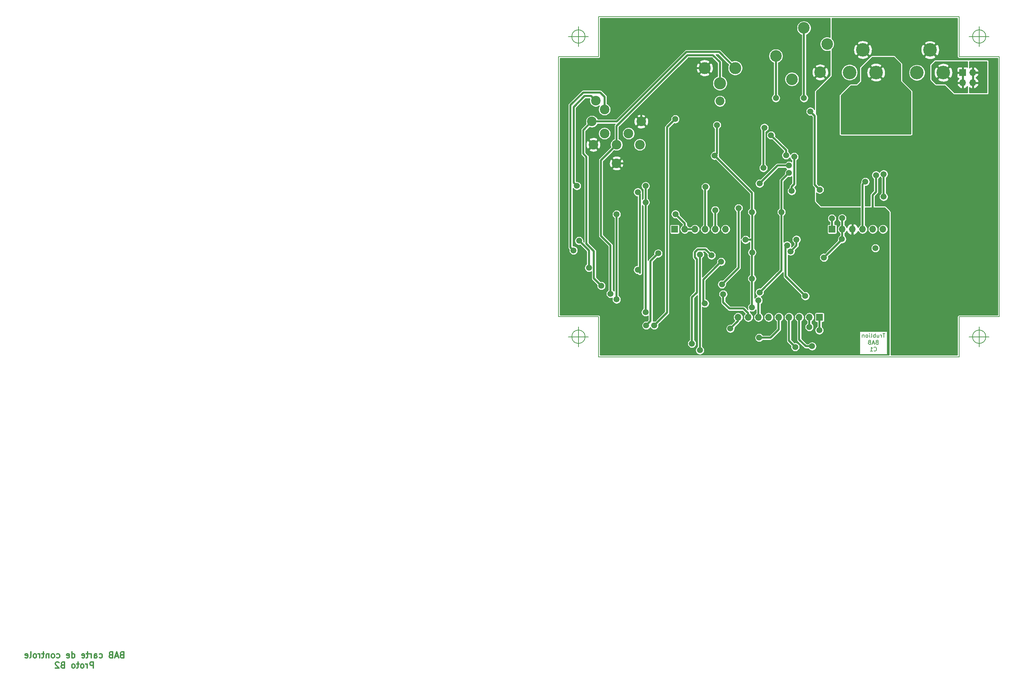
<source format=gbr>
G04 #@! TF.GenerationSoftware,KiCad,Pcbnew,(5.1.4)-1*
G04 #@! TF.CreationDate,2019-12-04T23:14:54+01:00*
G04 #@! TF.ProjectId,instru_bab_v2,696e7374-7275-45f6-9261-625f76322e6b,rev?*
G04 #@! TF.SameCoordinates,Original*
G04 #@! TF.FileFunction,Copper,L2,Bot*
G04 #@! TF.FilePolarity,Positive*
%FSLAX46Y46*%
G04 Gerber Fmt 4.6, Leading zero omitted, Abs format (unit mm)*
G04 Created by KiCad (PCBNEW (5.1.4)-1) date 2019-12-04 23:14:54*
%MOMM*%
%LPD*%
G04 APERTURE LIST*
%ADD10C,0.200000*%
%ADD11C,0.300000*%
%ADD12C,0.150000*%
%ADD13R,1.700000X1.700000*%
%ADD14O,1.700000X1.700000*%
%ADD15C,3.400000*%
%ADD16C,2.400000*%
%ADD17C,3.000000*%
%ADD18C,2.200000*%
%ADD19C,2.900000*%
%ADD20C,1.500000*%
%ADD21C,0.500000*%
%ADD22C,0.254000*%
G04 APERTURE END LIST*
D10*
X114504761Y-107502380D02*
X113933333Y-107502380D01*
X114219047Y-108502380D02*
X114219047Y-107502380D01*
X113600000Y-108502380D02*
X113600000Y-107835714D01*
X113600000Y-108026190D02*
X113552380Y-107930952D01*
X113504761Y-107883333D01*
X113409523Y-107835714D01*
X113314285Y-107835714D01*
X112552380Y-107835714D02*
X112552380Y-108502380D01*
X112980952Y-107835714D02*
X112980952Y-108359523D01*
X112933333Y-108454761D01*
X112838095Y-108502380D01*
X112695238Y-108502380D01*
X112600000Y-108454761D01*
X112552380Y-108407142D01*
X112076190Y-108502380D02*
X112076190Y-107502380D01*
X112076190Y-107883333D02*
X111980952Y-107835714D01*
X111790476Y-107835714D01*
X111695238Y-107883333D01*
X111647619Y-107930952D01*
X111600000Y-108026190D01*
X111600000Y-108311904D01*
X111647619Y-108407142D01*
X111695238Y-108454761D01*
X111790476Y-108502380D01*
X111980952Y-108502380D01*
X112076190Y-108454761D01*
X111028571Y-108502380D02*
X111123809Y-108454761D01*
X111171428Y-108359523D01*
X111171428Y-107502380D01*
X110647619Y-108502380D02*
X110647619Y-107835714D01*
X110647619Y-107502380D02*
X110695238Y-107550000D01*
X110647619Y-107597619D01*
X110600000Y-107550000D01*
X110647619Y-107502380D01*
X110647619Y-107597619D01*
X110028571Y-108502380D02*
X110123809Y-108454761D01*
X110171428Y-108407142D01*
X110219047Y-108311904D01*
X110219047Y-108026190D01*
X110171428Y-107930952D01*
X110123809Y-107883333D01*
X110028571Y-107835714D01*
X109885714Y-107835714D01*
X109790476Y-107883333D01*
X109742857Y-107930952D01*
X109695238Y-108026190D01*
X109695238Y-108311904D01*
X109742857Y-108407142D01*
X109790476Y-108454761D01*
X109885714Y-108502380D01*
X110028571Y-108502380D01*
X109266666Y-107835714D02*
X109266666Y-108502380D01*
X109266666Y-107930952D02*
X109219047Y-107883333D01*
X109123809Y-107835714D01*
X108980952Y-107835714D01*
X108885714Y-107883333D01*
X108838095Y-107978571D01*
X108838095Y-108502380D01*
X112457142Y-109678571D02*
X112314285Y-109726190D01*
X112266666Y-109773809D01*
X112219047Y-109869047D01*
X112219047Y-110011904D01*
X112266666Y-110107142D01*
X112314285Y-110154761D01*
X112409523Y-110202380D01*
X112790476Y-110202380D01*
X112790476Y-109202380D01*
X112457142Y-109202380D01*
X112361904Y-109250000D01*
X112314285Y-109297619D01*
X112266666Y-109392857D01*
X112266666Y-109488095D01*
X112314285Y-109583333D01*
X112361904Y-109630952D01*
X112457142Y-109678571D01*
X112790476Y-109678571D01*
X111838095Y-109916666D02*
X111361904Y-109916666D01*
X111933333Y-110202380D02*
X111600000Y-109202380D01*
X111266666Y-110202380D01*
X110600000Y-109678571D02*
X110457142Y-109726190D01*
X110409523Y-109773809D01*
X110361904Y-109869047D01*
X110361904Y-110011904D01*
X110409523Y-110107142D01*
X110457142Y-110154761D01*
X110552380Y-110202380D01*
X110933333Y-110202380D01*
X110933333Y-109202380D01*
X110600000Y-109202380D01*
X110504761Y-109250000D01*
X110457142Y-109297619D01*
X110409523Y-109392857D01*
X110409523Y-109488095D01*
X110457142Y-109583333D01*
X110504761Y-109630952D01*
X110600000Y-109678571D01*
X110933333Y-109678571D01*
X111766666Y-111807142D02*
X111814285Y-111854761D01*
X111957142Y-111902380D01*
X112052380Y-111902380D01*
X112195238Y-111854761D01*
X112290476Y-111759523D01*
X112338095Y-111664285D01*
X112385714Y-111473809D01*
X112385714Y-111330952D01*
X112338095Y-111140476D01*
X112290476Y-111045238D01*
X112195238Y-110950000D01*
X112052380Y-110902380D01*
X111957142Y-110902380D01*
X111814285Y-110950000D01*
X111766666Y-110997619D01*
X110814285Y-111902380D02*
X111385714Y-111902380D01*
X111100000Y-111902380D02*
X111100000Y-110902380D01*
X111195238Y-111045238D01*
X111290476Y-111140476D01*
X111385714Y-111188095D01*
X139667825Y-108334814D02*
G75*
G03X139667825Y-108334814I-1666666J0D01*
G01*
X135501159Y-108334814D02*
X140501159Y-108334814D01*
X138001159Y-105834814D02*
X138001159Y-110834814D01*
X139667825Y-33334814D02*
G75*
G03X139667825Y-33334814I-1666666J0D01*
G01*
X135501159Y-33334814D02*
X140501159Y-33334814D01*
X138001159Y-30834814D02*
X138001159Y-35834814D01*
X39667825Y-108334814D02*
G75*
G03X39667825Y-108334814I-1666666J0D01*
G01*
X35501159Y-108334814D02*
X40501159Y-108334814D01*
X38001159Y-105834814D02*
X38001159Y-110834814D01*
X39667825Y-33334814D02*
G75*
G03X39667825Y-33334814I-1666666J0D01*
G01*
X35501159Y-33334814D02*
X40501159Y-33334814D01*
X38001159Y-30834814D02*
X38001159Y-35834814D01*
D11*
X-75964285Y-187767857D02*
X-76178571Y-187839285D01*
X-76250000Y-187910714D01*
X-76321428Y-188053571D01*
X-76321428Y-188267857D01*
X-76250000Y-188410714D01*
X-76178571Y-188482142D01*
X-76035714Y-188553571D01*
X-75464285Y-188553571D01*
X-75464285Y-187053571D01*
X-75964285Y-187053571D01*
X-76107142Y-187125000D01*
X-76178571Y-187196428D01*
X-76250000Y-187339285D01*
X-76250000Y-187482142D01*
X-76178571Y-187625000D01*
X-76107142Y-187696428D01*
X-75964285Y-187767857D01*
X-75464285Y-187767857D01*
X-76892857Y-188125000D02*
X-77607142Y-188125000D01*
X-76750000Y-188553571D02*
X-77250000Y-187053571D01*
X-77750000Y-188553571D01*
X-78750000Y-187767857D02*
X-78964285Y-187839285D01*
X-79035714Y-187910714D01*
X-79107142Y-188053571D01*
X-79107142Y-188267857D01*
X-79035714Y-188410714D01*
X-78964285Y-188482142D01*
X-78821428Y-188553571D01*
X-78250000Y-188553571D01*
X-78250000Y-187053571D01*
X-78750000Y-187053571D01*
X-78892857Y-187125000D01*
X-78964285Y-187196428D01*
X-79035714Y-187339285D01*
X-79035714Y-187482142D01*
X-78964285Y-187625000D01*
X-78892857Y-187696428D01*
X-78750000Y-187767857D01*
X-78250000Y-187767857D01*
X-81535714Y-188482142D02*
X-81392857Y-188553571D01*
X-81107142Y-188553571D01*
X-80964285Y-188482142D01*
X-80892857Y-188410714D01*
X-80821428Y-188267857D01*
X-80821428Y-187839285D01*
X-80892857Y-187696428D01*
X-80964285Y-187625000D01*
X-81107142Y-187553571D01*
X-81392857Y-187553571D01*
X-81535714Y-187625000D01*
X-82821428Y-188553571D02*
X-82821428Y-187767857D01*
X-82750000Y-187625000D01*
X-82607142Y-187553571D01*
X-82321428Y-187553571D01*
X-82178571Y-187625000D01*
X-82821428Y-188482142D02*
X-82678571Y-188553571D01*
X-82321428Y-188553571D01*
X-82178571Y-188482142D01*
X-82107142Y-188339285D01*
X-82107142Y-188196428D01*
X-82178571Y-188053571D01*
X-82321428Y-187982142D01*
X-82678571Y-187982142D01*
X-82821428Y-187910714D01*
X-83535714Y-188553571D02*
X-83535714Y-187553571D01*
X-83535714Y-187839285D02*
X-83607142Y-187696428D01*
X-83678571Y-187625000D01*
X-83821428Y-187553571D01*
X-83964285Y-187553571D01*
X-84250000Y-187553571D02*
X-84821428Y-187553571D01*
X-84464285Y-187053571D02*
X-84464285Y-188339285D01*
X-84535714Y-188482142D01*
X-84678571Y-188553571D01*
X-84821428Y-188553571D01*
X-85892857Y-188482142D02*
X-85750000Y-188553571D01*
X-85464285Y-188553571D01*
X-85321428Y-188482142D01*
X-85250000Y-188339285D01*
X-85250000Y-187767857D01*
X-85321428Y-187625000D01*
X-85464285Y-187553571D01*
X-85750000Y-187553571D01*
X-85892857Y-187625000D01*
X-85964285Y-187767857D01*
X-85964285Y-187910714D01*
X-85250000Y-188053571D01*
X-88392857Y-188553571D02*
X-88392857Y-187053571D01*
X-88392857Y-188482142D02*
X-88250000Y-188553571D01*
X-87964285Y-188553571D01*
X-87821428Y-188482142D01*
X-87750000Y-188410714D01*
X-87678571Y-188267857D01*
X-87678571Y-187839285D01*
X-87750000Y-187696428D01*
X-87821428Y-187625000D01*
X-87964285Y-187553571D01*
X-88250000Y-187553571D01*
X-88392857Y-187625000D01*
X-89678571Y-188482142D02*
X-89535714Y-188553571D01*
X-89250000Y-188553571D01*
X-89107142Y-188482142D01*
X-89035714Y-188339285D01*
X-89035714Y-187767857D01*
X-89107142Y-187625000D01*
X-89250000Y-187553571D01*
X-89535714Y-187553571D01*
X-89678571Y-187625000D01*
X-89750000Y-187767857D01*
X-89750000Y-187910714D01*
X-89035714Y-188053571D01*
X-92178571Y-188482142D02*
X-92035714Y-188553571D01*
X-91750000Y-188553571D01*
X-91607142Y-188482142D01*
X-91535714Y-188410714D01*
X-91464285Y-188267857D01*
X-91464285Y-187839285D01*
X-91535714Y-187696428D01*
X-91607142Y-187625000D01*
X-91750000Y-187553571D01*
X-92035714Y-187553571D01*
X-92178571Y-187625000D01*
X-93035714Y-188553571D02*
X-92892857Y-188482142D01*
X-92821428Y-188410714D01*
X-92750000Y-188267857D01*
X-92750000Y-187839285D01*
X-92821428Y-187696428D01*
X-92892857Y-187625000D01*
X-93035714Y-187553571D01*
X-93250000Y-187553571D01*
X-93392857Y-187625000D01*
X-93464285Y-187696428D01*
X-93535714Y-187839285D01*
X-93535714Y-188267857D01*
X-93464285Y-188410714D01*
X-93392857Y-188482142D01*
X-93250000Y-188553571D01*
X-93035714Y-188553571D01*
X-94178571Y-187553571D02*
X-94178571Y-188553571D01*
X-94178571Y-187696428D02*
X-94250000Y-187625000D01*
X-94392857Y-187553571D01*
X-94607142Y-187553571D01*
X-94750000Y-187625000D01*
X-94821428Y-187767857D01*
X-94821428Y-188553571D01*
X-95321428Y-187553571D02*
X-95892857Y-187553571D01*
X-95535714Y-187053571D02*
X-95535714Y-188339285D01*
X-95607142Y-188482142D01*
X-95750000Y-188553571D01*
X-95892857Y-188553571D01*
X-96392857Y-188553571D02*
X-96392857Y-187553571D01*
X-96392857Y-187839285D02*
X-96464285Y-187696428D01*
X-96535714Y-187625000D01*
X-96678571Y-187553571D01*
X-96821428Y-187553571D01*
X-97535714Y-188553571D02*
X-97392857Y-188482142D01*
X-97321428Y-188410714D01*
X-97250000Y-188267857D01*
X-97250000Y-187839285D01*
X-97321428Y-187696428D01*
X-97392857Y-187625000D01*
X-97535714Y-187553571D01*
X-97750000Y-187553571D01*
X-97892857Y-187625000D01*
X-97964285Y-187696428D01*
X-98035714Y-187839285D01*
X-98035714Y-188267857D01*
X-97964285Y-188410714D01*
X-97892857Y-188482142D01*
X-97750000Y-188553571D01*
X-97535714Y-188553571D01*
X-98892857Y-188553571D02*
X-98750000Y-188482142D01*
X-98678571Y-188339285D01*
X-98678571Y-187053571D01*
X-100035714Y-188482142D02*
X-99892857Y-188553571D01*
X-99607142Y-188553571D01*
X-99464285Y-188482142D01*
X-99392857Y-188339285D01*
X-99392857Y-187767857D01*
X-99464285Y-187625000D01*
X-99607142Y-187553571D01*
X-99892857Y-187553571D01*
X-100035714Y-187625000D01*
X-100107142Y-187767857D01*
X-100107142Y-187910714D01*
X-99392857Y-188053571D01*
X-83071428Y-191103571D02*
X-83071428Y-189603571D01*
X-83642857Y-189603571D01*
X-83785714Y-189675000D01*
X-83857142Y-189746428D01*
X-83928571Y-189889285D01*
X-83928571Y-190103571D01*
X-83857142Y-190246428D01*
X-83785714Y-190317857D01*
X-83642857Y-190389285D01*
X-83071428Y-190389285D01*
X-84571428Y-191103571D02*
X-84571428Y-190103571D01*
X-84571428Y-190389285D02*
X-84642857Y-190246428D01*
X-84714285Y-190175000D01*
X-84857142Y-190103571D01*
X-85000000Y-190103571D01*
X-85714285Y-191103571D02*
X-85571428Y-191032142D01*
X-85500000Y-190960714D01*
X-85428571Y-190817857D01*
X-85428571Y-190389285D01*
X-85500000Y-190246428D01*
X-85571428Y-190175000D01*
X-85714285Y-190103571D01*
X-85928571Y-190103571D01*
X-86071428Y-190175000D01*
X-86142857Y-190246428D01*
X-86214285Y-190389285D01*
X-86214285Y-190817857D01*
X-86142857Y-190960714D01*
X-86071428Y-191032142D01*
X-85928571Y-191103571D01*
X-85714285Y-191103571D01*
X-86642857Y-190103571D02*
X-87214285Y-190103571D01*
X-86857142Y-189603571D02*
X-86857142Y-190889285D01*
X-86928571Y-191032142D01*
X-87071428Y-191103571D01*
X-87214285Y-191103571D01*
X-87928571Y-191103571D02*
X-87785714Y-191032142D01*
X-87714285Y-190960714D01*
X-87642857Y-190817857D01*
X-87642857Y-190389285D01*
X-87714285Y-190246428D01*
X-87785714Y-190175000D01*
X-87928571Y-190103571D01*
X-88142857Y-190103571D01*
X-88285714Y-190175000D01*
X-88357142Y-190246428D01*
X-88428571Y-190389285D01*
X-88428571Y-190817857D01*
X-88357142Y-190960714D01*
X-88285714Y-191032142D01*
X-88142857Y-191103571D01*
X-87928571Y-191103571D01*
X-90714285Y-190317857D02*
X-90928571Y-190389285D01*
X-91000000Y-190460714D01*
X-91071428Y-190603571D01*
X-91071428Y-190817857D01*
X-91000000Y-190960714D01*
X-90928571Y-191032142D01*
X-90785714Y-191103571D01*
X-90214285Y-191103571D01*
X-90214285Y-189603571D01*
X-90714285Y-189603571D01*
X-90857142Y-189675000D01*
X-90928571Y-189746428D01*
X-91000000Y-189889285D01*
X-91000000Y-190032142D01*
X-90928571Y-190175000D01*
X-90857142Y-190246428D01*
X-90714285Y-190317857D01*
X-90214285Y-190317857D01*
X-91642857Y-189746428D02*
X-91714285Y-189675000D01*
X-91857142Y-189603571D01*
X-92214285Y-189603571D01*
X-92357142Y-189675000D01*
X-92428571Y-189746428D01*
X-92500000Y-189889285D01*
X-92500000Y-190032142D01*
X-92428571Y-190246428D01*
X-91571428Y-191103571D01*
X-92500000Y-191103571D01*
D12*
X43001159Y-103334814D02*
X33001159Y-103334814D01*
X43001159Y-113334814D02*
X43001159Y-103334814D01*
X133001159Y-113334814D02*
X43001159Y-113334814D01*
X133001159Y-103334814D02*
X133001159Y-113334814D01*
X143001159Y-103334814D02*
X133001159Y-103334814D01*
X143001159Y-38334814D02*
X143001159Y-103334814D01*
X133001159Y-38334814D02*
X143001159Y-38334814D01*
X133001159Y-28334814D02*
X133001159Y-38334814D01*
X43001159Y-28334814D02*
X133001159Y-28334814D01*
X43001159Y-38334814D02*
X43001159Y-28334814D01*
X33001159Y-38334814D02*
X43001159Y-38334814D01*
X33001159Y-103334814D02*
X33001159Y-38334814D01*
D13*
X98144066Y-103464146D03*
D14*
X95604066Y-103464146D03*
X93064066Y-103464146D03*
X90524066Y-103464146D03*
X87984066Y-103464146D03*
X85444066Y-103464146D03*
X82904066Y-103464146D03*
X80364066Y-103464146D03*
X77824066Y-103464146D03*
D13*
X133900000Y-42350000D03*
D14*
X136440000Y-42350000D03*
X133900000Y-44890000D03*
X136440000Y-44890000D03*
D15*
X108950000Y-36650000D03*
X105650000Y-42300000D03*
X112250000Y-42300000D03*
D16*
X53650000Y-54550000D03*
X44500000Y-51550000D03*
X47500000Y-60350000D03*
X53300000Y-60350000D03*
X47500000Y-65000000D03*
X41700000Y-60350000D03*
X42300000Y-49350000D03*
X41350000Y-54550000D03*
X44500000Y-57550000D03*
X50500000Y-57550000D03*
D15*
X125750000Y-36700000D03*
X122450000Y-42350000D03*
X129050000Y-42350000D03*
D13*
X101284066Y-81464146D03*
D14*
X103824066Y-81464146D03*
X106364066Y-81464146D03*
X108904066Y-81464146D03*
X111444066Y-81464146D03*
X113984066Y-81464146D03*
D13*
X61984066Y-81464146D03*
D14*
X64524066Y-81464146D03*
X67064066Y-81464146D03*
X69604066Y-81464146D03*
X72144066Y-81464146D03*
X74684066Y-81464146D03*
D17*
X69490000Y-41200000D03*
X77110000Y-41200000D03*
X73300000Y-45010000D03*
D18*
X73300000Y-49450000D03*
D19*
X87250000Y-38200000D03*
X94250000Y-31200000D03*
X100050000Y-35200000D03*
X98320000Y-42270000D03*
X91250000Y-44000000D03*
D20*
X73800000Y-95250000D03*
X77950000Y-76200000D03*
X37600000Y-70650000D03*
X54750000Y-102200000D03*
X54750000Y-70650000D03*
X54750000Y-74750000D03*
X103750000Y-83950000D03*
X112100000Y-86200000D03*
X81300000Y-101000000D03*
X72550000Y-55450000D03*
X72000000Y-63100000D03*
X81323385Y-87254126D03*
X81300000Y-93800000D03*
X99250000Y-88550000D03*
X103800000Y-78700000D03*
X81300000Y-77200000D03*
X79700000Y-84100000D03*
X112250000Y-67950000D03*
X91950000Y-59600000D03*
X74100000Y-57650000D03*
X65250000Y-96200000D03*
X74200000Y-103750000D03*
X108900000Y-84350000D03*
X108950000Y-95300000D03*
X79299998Y-86800000D03*
X44850000Y-82500000D03*
X111400000Y-78550000D03*
X106400000Y-78550000D03*
X58300000Y-93900000D03*
X50100000Y-90900000D03*
X52000000Y-80100000D03*
X71300000Y-106300000D03*
X107000000Y-108700000D03*
X76300000Y-88400000D03*
X57900000Y-71400000D03*
X64500000Y-54000000D03*
X68400000Y-53900000D03*
X65600000Y-74900000D03*
X34700000Y-80200000D03*
X75000000Y-30000000D03*
X65000000Y-30000000D03*
X45000000Y-30000000D03*
X70000000Y-30000000D03*
X55000000Y-30000000D03*
X50000000Y-30000000D03*
X60000000Y-30000000D03*
X80000000Y-30000000D03*
X85000000Y-30000000D03*
X90000000Y-30000000D03*
X99000000Y-30000000D03*
X45000000Y-35000000D03*
X40000000Y-40000000D03*
X35000000Y-40000000D03*
X35000000Y-45000000D03*
X45000000Y-40000000D03*
X45000000Y-111000000D03*
X45000000Y-106000000D03*
X45000000Y-101000000D03*
X40000000Y-101000000D03*
X35000000Y-101000000D03*
X50000000Y-111000000D03*
X55000000Y-111000000D03*
X60000000Y-111000000D03*
X47500000Y-99000000D03*
X47500000Y-77750010D03*
X94600000Y-98150000D03*
X90069737Y-85487504D03*
X83200000Y-70050000D03*
X90550000Y-65550010D03*
X114150000Y-73350000D03*
X114150000Y-67700000D03*
X89800000Y-63000000D03*
X86050000Y-58000000D03*
X139050000Y-42350000D03*
X139050000Y-40450000D03*
X139050000Y-44300000D03*
X117950000Y-106550000D03*
X122250000Y-106550000D03*
X126400000Y-106500000D03*
X117950000Y-108600000D03*
X122250000Y-108600000D03*
X126400000Y-108600000D03*
X141450000Y-53050000D03*
X141450000Y-51250000D03*
X141450000Y-49450000D03*
X141450000Y-47700000D03*
X141450000Y-44200000D03*
X141400000Y-42200000D03*
X141400000Y-40100000D03*
X117900000Y-110800000D03*
X122200000Y-110700000D03*
X126400000Y-110700000D03*
X99000000Y-48000000D03*
X102000000Y-45000000D03*
X102000000Y-48000000D03*
X102000000Y-51000000D03*
X105000000Y-38000000D03*
X105000000Y-34000000D03*
X113000000Y-37000000D03*
X113000000Y-34000000D03*
X116000000Y-34000000D03*
X116000000Y-37000000D03*
X119000000Y-37000000D03*
X119000000Y-34000000D03*
X122000000Y-34000000D03*
X122000000Y-37000000D03*
X99000000Y-51000000D03*
X105000000Y-30000000D03*
X109000000Y-30000000D03*
X116000000Y-30000000D03*
X119000000Y-30000000D03*
X122000000Y-30000000D03*
X125000000Y-30000000D03*
X128550000Y-30000000D03*
X113000000Y-30000000D03*
X68300000Y-111700000D03*
X68300000Y-87800000D03*
X91200000Y-71900000D03*
X91850006Y-63350000D03*
X90550000Y-67400002D03*
X83200000Y-97250000D03*
X88650000Y-77200000D03*
X101250006Y-78750000D03*
X104600000Y-54450000D03*
X104650000Y-49600000D03*
X119200000Y-49550000D03*
X119150000Y-54400000D03*
X114400000Y-45500000D03*
X111600000Y-45400000D03*
X108850000Y-45400002D03*
X119150000Y-52000000D03*
X104650000Y-52000000D03*
X119200000Y-47300000D03*
X117200000Y-45500000D03*
X38149994Y-84350000D03*
X40600005Y-91100005D03*
X72100000Y-76700000D03*
X84400000Y-56100000D03*
X84150000Y-66150000D03*
X43700000Y-95600000D03*
X46000000Y-97600000D03*
X87250000Y-48700000D03*
X94250000Y-48700000D03*
X56900000Y-105500000D03*
X62150000Y-53949958D03*
X57900000Y-87500000D03*
X54900000Y-105499996D03*
X95600000Y-105899996D03*
X98100000Y-106700000D03*
X83100000Y-108550000D03*
X66300000Y-110050000D03*
X71200000Y-88000000D03*
X92100000Y-110900000D03*
X96300000Y-110700000D03*
X109600000Y-69600000D03*
X36757552Y-86767149D03*
X82900000Y-99250000D03*
X75900000Y-106300000D03*
X74100000Y-97700000D03*
X92400000Y-84050000D03*
X90950000Y-87000000D03*
X98200000Y-71600000D03*
X95850000Y-52050000D03*
X69550000Y-100000000D03*
X73600000Y-89600000D03*
X62200000Y-77700000D03*
X52800000Y-91600000D03*
X69700000Y-70900000D03*
X52800000Y-72200000D03*
D21*
X77950000Y-91100000D02*
X77950000Y-77260660D01*
X73800000Y-95250000D02*
X77950000Y-91100000D01*
X77950000Y-77260660D02*
X77950000Y-76200000D01*
X54750000Y-102200000D02*
X54750000Y-76150000D01*
X36797627Y-69847627D02*
X37600000Y-70650000D01*
X36797627Y-50952373D02*
X36797627Y-69847627D01*
X39550000Y-48200000D02*
X36797627Y-50952373D01*
X42300000Y-49350000D02*
X41150000Y-48200000D01*
X41150000Y-48200000D02*
X39550000Y-48200000D01*
X54750000Y-70650000D02*
X54750000Y-74750000D01*
X54750000Y-74750000D02*
X54750000Y-76150000D01*
X103824066Y-81464146D02*
X103824066Y-83875934D01*
X103824066Y-83875934D02*
X103750000Y-83950000D01*
X72550000Y-55450000D02*
X72550000Y-62550000D01*
X72550000Y-62550000D02*
X72000000Y-63100000D01*
X81300000Y-87277511D02*
X81323385Y-87254126D01*
X81300000Y-101000000D02*
X81300000Y-93800000D01*
X81300000Y-93800000D02*
X81300000Y-87277511D01*
X103750000Y-84050000D02*
X103750000Y-83950000D01*
X99250000Y-88550000D02*
X103750000Y-84050000D01*
X103824066Y-81464146D02*
X103824066Y-78724066D01*
X103824066Y-78724066D02*
X103800000Y-78700000D01*
X81300000Y-76139340D02*
X81300000Y-77200000D01*
X81323385Y-77223385D02*
X81300000Y-77200000D01*
X72000000Y-63100000D02*
X81300000Y-72400000D01*
X81300000Y-72400000D02*
X81300000Y-76139340D01*
X81300000Y-84100000D02*
X81323385Y-84076615D01*
X79700000Y-84100000D02*
X81300000Y-84100000D01*
X81323385Y-87254126D02*
X81323385Y-84076615D01*
X81323385Y-84076615D02*
X81323385Y-77223385D01*
X63100000Y-41200000D02*
X69490000Y-41200000D01*
X53650000Y-54550000D02*
X53650000Y-50650000D01*
X53650000Y-50650000D02*
X63100000Y-41200000D01*
X106364066Y-81464146D02*
X106364066Y-82914066D01*
X106364066Y-82914066D02*
X107800000Y-84350000D01*
X107800000Y-84350000D02*
X108900000Y-84350000D01*
X79550000Y-88139340D02*
X79299998Y-87889338D01*
X79299998Y-87889338D02*
X79299998Y-87860660D01*
X79299998Y-87860660D02*
X79299998Y-86800000D01*
X112250000Y-67950000D02*
X112250000Y-72100000D01*
X112250000Y-72100000D02*
X111400000Y-72950000D01*
X111400000Y-72950000D02*
X111400000Y-78550000D01*
X106400000Y-81428212D02*
X106364066Y-81464146D01*
X106400000Y-78550000D02*
X106400000Y-81428212D01*
X49197056Y-65000000D02*
X50397056Y-66200000D01*
X47500000Y-65000000D02*
X49197056Y-65000000D01*
X50397056Y-66200000D02*
X56000000Y-66200000D01*
X56000000Y-66200000D02*
X57900000Y-68100000D01*
X57900000Y-68100000D02*
X57900000Y-71400000D01*
X47500000Y-99000000D02*
X47500000Y-77750010D01*
X89699999Y-85857242D02*
X90069737Y-85487504D01*
X94600000Y-98150000D02*
X89699999Y-93249999D01*
X89699999Y-93249999D02*
X89699999Y-85857242D01*
X89489340Y-65550010D02*
X90550000Y-65550010D01*
X87699990Y-65550010D02*
X89489340Y-65550010D01*
X83200000Y-70050000D02*
X87699990Y-65550010D01*
X114150000Y-73350000D02*
X114150000Y-67700000D01*
X89800000Y-63000000D02*
X89800000Y-61750000D01*
X89800000Y-61750000D02*
X86050000Y-58000000D01*
X136440000Y-42350000D02*
X139050000Y-42350000D01*
X139050000Y-42350000D02*
X139050000Y-44300000D01*
X68300000Y-111700000D02*
X68300000Y-88550000D01*
X68300000Y-87800000D02*
X68300000Y-88550000D01*
X91200000Y-70839340D02*
X91850006Y-70189334D01*
X91850006Y-70189334D02*
X91850006Y-63350000D01*
X91200000Y-71900000D02*
X91200000Y-70839340D01*
X88650000Y-76139340D02*
X88650000Y-77200000D01*
X88650000Y-78260660D02*
X88650000Y-77200000D01*
X88650000Y-69300002D02*
X88650000Y-76139340D01*
X88650000Y-91800000D02*
X88650000Y-78260660D01*
X90550000Y-67400002D02*
X88650000Y-69300002D01*
X83200000Y-97250000D02*
X88650000Y-91800000D01*
X101284066Y-81464146D02*
X101284066Y-78784060D01*
X101284066Y-78784060D02*
X101250006Y-78750000D01*
X38149994Y-84350000D02*
X40600005Y-86800011D01*
X40600005Y-86800011D02*
X40600005Y-90039345D01*
X40600005Y-90039345D02*
X40600005Y-91100005D01*
X72100000Y-81420080D02*
X72144066Y-81464146D01*
X72100000Y-76700000D02*
X72100000Y-81420080D01*
X84150000Y-56350000D02*
X84400000Y-56100000D01*
X84150000Y-66150000D02*
X84150000Y-56350000D01*
X73110000Y-37200000D02*
X77110000Y-41200000D01*
X64950000Y-37200000D02*
X73110000Y-37200000D01*
X41350000Y-54550000D02*
X47600000Y-54550000D01*
X47600000Y-54550000D02*
X64950000Y-37200000D01*
X41850006Y-86950006D02*
X41850006Y-93750006D01*
X39999999Y-85099999D02*
X41850006Y-86950006D01*
X41850006Y-93750006D02*
X43700000Y-95600000D01*
X41350000Y-54550000D02*
X39200000Y-56700000D01*
X39200000Y-62600000D02*
X39999999Y-63399999D01*
X39200000Y-56700000D02*
X39200000Y-62600000D01*
X39999999Y-63399999D02*
X39999999Y-85099999D01*
X73300000Y-39750000D02*
X73300000Y-45010000D01*
X71550000Y-38000000D02*
X73300000Y-39750000D01*
X65210674Y-38000000D02*
X71550000Y-38000000D01*
X47500000Y-60350000D02*
X47500000Y-55710674D01*
X47500000Y-55710674D02*
X65210674Y-38000000D01*
X46300001Y-61549999D02*
X47500000Y-60350000D01*
X43599999Y-64250001D02*
X46300001Y-61549999D01*
X43599999Y-83110673D02*
X43599999Y-64250001D01*
X46000000Y-85510674D02*
X43599999Y-83110673D01*
X46000000Y-97600000D02*
X46000000Y-85510674D01*
X87250000Y-48700000D02*
X87250000Y-38200000D01*
X94250000Y-47639340D02*
X94250000Y-31200000D01*
X94250000Y-48700000D02*
X94250000Y-47639340D01*
X56900000Y-105500000D02*
X60100000Y-102300000D01*
X60100000Y-102300000D02*
X60100000Y-55999958D01*
X61400001Y-54699957D02*
X62150000Y-53949958D01*
X60100000Y-55999958D02*
X61400001Y-54699957D01*
X56000000Y-89400000D02*
X56000000Y-104399996D01*
X56000000Y-104399996D02*
X55649999Y-104749997D01*
X57900000Y-87500000D02*
X56000000Y-89400000D01*
X55649999Y-104749997D02*
X54900000Y-105499996D01*
X95604066Y-103464146D02*
X95604066Y-105895930D01*
X95604066Y-105895930D02*
X95600000Y-105899996D01*
X98144066Y-103464146D02*
X98144066Y-106655934D01*
X98144066Y-106655934D02*
X98100000Y-106700000D01*
X87984066Y-106515934D02*
X87984066Y-103464146D01*
X83100000Y-108550000D02*
X85950000Y-108550000D01*
X85950000Y-108550000D02*
X87984066Y-106515934D01*
X67550000Y-89000000D02*
X67550000Y-97250000D01*
X67049999Y-87199999D02*
X67749998Y-86500000D01*
X66300000Y-110050000D02*
X66300000Y-98500000D01*
X67049999Y-88499999D02*
X67550000Y-89000000D01*
X67049999Y-87199999D02*
X67049999Y-88499999D01*
X67550000Y-97250000D02*
X66300000Y-98500000D01*
X69700000Y-86500000D02*
X67749998Y-86500000D01*
X71200000Y-88000000D02*
X69700000Y-86500000D01*
X90524066Y-106774066D02*
X90524066Y-103464146D01*
X90524066Y-103464146D02*
X90524066Y-109324066D01*
X90524066Y-109324066D02*
X92100000Y-110900000D01*
X93064066Y-103464146D02*
X93064066Y-109064066D01*
X93064066Y-109064066D02*
X94700000Y-110700000D01*
X94700000Y-110700000D02*
X96300000Y-110700000D01*
X108904066Y-81464146D02*
X108904066Y-70295934D01*
X108904066Y-70295934D02*
X109600000Y-69600000D01*
X36007553Y-86017150D02*
X36757552Y-86767149D01*
X36007553Y-50492447D02*
X36007553Y-86017150D01*
X39200000Y-47300000D02*
X36007553Y-50492447D01*
X43400000Y-47300000D02*
X39200000Y-47300000D01*
X44500000Y-51550000D02*
X44500000Y-48400000D01*
X44500000Y-48400000D02*
X43400000Y-47300000D01*
X82900000Y-103460080D02*
X82904066Y-103464146D01*
X82900000Y-99250000D02*
X82900000Y-103460080D01*
X77824066Y-104375934D02*
X75900000Y-106300000D01*
X77824066Y-103464146D02*
X77824066Y-104375934D01*
X74100000Y-99750000D02*
X74100000Y-97700000D01*
X75650000Y-101300000D02*
X74100000Y-99750000D01*
X79200000Y-101300000D02*
X75650000Y-101300000D01*
X80364066Y-103464146D02*
X80364066Y-102464066D01*
X80364066Y-102464066D02*
X79200000Y-101300000D01*
X92400000Y-84050000D02*
X92400000Y-85550000D01*
X92400000Y-85550000D02*
X90950000Y-87000000D01*
X96950000Y-53150000D02*
X95850000Y-52050000D01*
X98200000Y-71600000D02*
X96950000Y-70350000D01*
X96950000Y-70350000D02*
X96950000Y-53150000D01*
X72850001Y-90349999D02*
X73600000Y-89600000D01*
X69150000Y-94050000D02*
X72850001Y-90349999D01*
X69550000Y-100000000D02*
X69150000Y-99600000D01*
X69150000Y-99600000D02*
X69150000Y-94050000D01*
X64524066Y-81464146D02*
X67064066Y-81464146D01*
X64524066Y-80024066D02*
X62200000Y-77700000D01*
X64524066Y-81464146D02*
X64524066Y-80024066D01*
X53300000Y-91100000D02*
X52800000Y-91600000D01*
X69604066Y-81464146D02*
X69604066Y-70995934D01*
X69604066Y-70995934D02*
X69700000Y-70900000D01*
X53300000Y-72700000D02*
X52800000Y-72200000D01*
X53300000Y-92400000D02*
X53300000Y-72700000D01*
D22*
G36*
X100773000Y-33517617D02*
G01*
X100584083Y-33439365D01*
X100230338Y-33369000D01*
X99869662Y-33369000D01*
X99515917Y-33439365D01*
X99182696Y-33577389D01*
X98882806Y-33777770D01*
X98627770Y-34032806D01*
X98427389Y-34332696D01*
X98289365Y-34665917D01*
X98219000Y-35019662D01*
X98219000Y-35380338D01*
X98289365Y-35734083D01*
X98427389Y-36067304D01*
X98627770Y-36367194D01*
X98882806Y-36622230D01*
X99182696Y-36822611D01*
X99515917Y-36960635D01*
X99869662Y-37031000D01*
X100230338Y-37031000D01*
X100584083Y-36960635D01*
X100773000Y-36882383D01*
X100773000Y-42997394D01*
X96910197Y-46860197D01*
X96894403Y-46879443D01*
X96882667Y-46901399D01*
X96875440Y-46925224D01*
X96873000Y-46950000D01*
X96873000Y-51564296D01*
X96852279Y-51514271D01*
X96728505Y-51329030D01*
X96570970Y-51171495D01*
X96385729Y-51047721D01*
X96179900Y-50962464D01*
X95961394Y-50919000D01*
X95738606Y-50919000D01*
X95520100Y-50962464D01*
X95314271Y-51047721D01*
X95129030Y-51171495D01*
X94971495Y-51329030D01*
X94847721Y-51514271D01*
X94762464Y-51720100D01*
X94719000Y-51938606D01*
X94719000Y-52161394D01*
X94762464Y-52379900D01*
X94847721Y-52585729D01*
X94971495Y-52770970D01*
X95129030Y-52928505D01*
X95314271Y-53052279D01*
X95520100Y-53137536D01*
X95738606Y-53181000D01*
X95961394Y-53181000D01*
X96067521Y-53159890D01*
X96319001Y-53411370D01*
X96319000Y-70319010D01*
X96315948Y-70350000D01*
X96319000Y-70380990D01*
X96319000Y-70380997D01*
X96328130Y-70473697D01*
X96364211Y-70592641D01*
X96422804Y-70702260D01*
X96501657Y-70798343D01*
X96525737Y-70818105D01*
X96873000Y-71165369D01*
X96873000Y-74600000D01*
X96875440Y-74624776D01*
X96882667Y-74648601D01*
X96894403Y-74670557D01*
X96910197Y-74689803D01*
X98310197Y-76089803D01*
X98329443Y-76105597D01*
X98351399Y-76117333D01*
X98375224Y-76124560D01*
X98400000Y-76127000D01*
X108273066Y-76127000D01*
X108273066Y-80405607D01*
X108216850Y-80435655D01*
X108029406Y-80589486D01*
X107875575Y-80776930D01*
X107763049Y-80987451D01*
X107708223Y-80832894D01*
X107559244Y-80582791D01*
X107364335Y-80366558D01*
X107130986Y-80192505D01*
X106868165Y-80067321D01*
X106720956Y-80022670D01*
X106491066Y-80143991D01*
X106491066Y-81337146D01*
X106511066Y-81337146D01*
X106511066Y-81591146D01*
X106491066Y-81591146D01*
X106491066Y-82784301D01*
X106720956Y-82905622D01*
X106868165Y-82860971D01*
X107130986Y-82735787D01*
X107364335Y-82561734D01*
X107559244Y-82345501D01*
X107708223Y-82095398D01*
X107763049Y-81940841D01*
X107875575Y-82151362D01*
X108029406Y-82338806D01*
X108216850Y-82492637D01*
X108430703Y-82606944D01*
X108662748Y-82677334D01*
X108843594Y-82695146D01*
X108964538Y-82695146D01*
X109145384Y-82677334D01*
X109377429Y-82606944D01*
X109591282Y-82492637D01*
X109778726Y-82338806D01*
X109932557Y-82151362D01*
X110046864Y-81937509D01*
X110117254Y-81705464D01*
X110141022Y-81464146D01*
X110207110Y-81464146D01*
X110230878Y-81705464D01*
X110301268Y-81937509D01*
X110415575Y-82151362D01*
X110569406Y-82338806D01*
X110756850Y-82492637D01*
X110970703Y-82606944D01*
X111202748Y-82677334D01*
X111383594Y-82695146D01*
X111504538Y-82695146D01*
X111685384Y-82677334D01*
X111917429Y-82606944D01*
X112131282Y-82492637D01*
X112318726Y-82338806D01*
X112472557Y-82151362D01*
X112586864Y-81937509D01*
X112657254Y-81705464D01*
X112681022Y-81464146D01*
X112747110Y-81464146D01*
X112770878Y-81705464D01*
X112841268Y-81937509D01*
X112955575Y-82151362D01*
X113109406Y-82338806D01*
X113296850Y-82492637D01*
X113510703Y-82606944D01*
X113742748Y-82677334D01*
X113923594Y-82695146D01*
X114044538Y-82695146D01*
X114225384Y-82677334D01*
X114457429Y-82606944D01*
X114671282Y-82492637D01*
X114858726Y-82338806D01*
X115012557Y-82151362D01*
X115126864Y-81937509D01*
X115197254Y-81705464D01*
X115221022Y-81464146D01*
X115197254Y-81222828D01*
X115126864Y-80990783D01*
X115012557Y-80776930D01*
X114858726Y-80589486D01*
X114671282Y-80435655D01*
X114457429Y-80321348D01*
X114225384Y-80250958D01*
X114044538Y-80233146D01*
X113923594Y-80233146D01*
X113742748Y-80250958D01*
X113510703Y-80321348D01*
X113296850Y-80435655D01*
X113109406Y-80589486D01*
X112955575Y-80776930D01*
X112841268Y-80990783D01*
X112770878Y-81222828D01*
X112747110Y-81464146D01*
X112681022Y-81464146D01*
X112657254Y-81222828D01*
X112586864Y-80990783D01*
X112472557Y-80776930D01*
X112318726Y-80589486D01*
X112131282Y-80435655D01*
X111917429Y-80321348D01*
X111685384Y-80250958D01*
X111504538Y-80233146D01*
X111383594Y-80233146D01*
X111202748Y-80250958D01*
X110970703Y-80321348D01*
X110756850Y-80435655D01*
X110569406Y-80589486D01*
X110415575Y-80776930D01*
X110301268Y-80990783D01*
X110230878Y-81222828D01*
X110207110Y-81464146D01*
X110141022Y-81464146D01*
X110117254Y-81222828D01*
X110046864Y-80990783D01*
X109932557Y-80776930D01*
X109778726Y-80589486D01*
X109591282Y-80435655D01*
X109535066Y-80405607D01*
X109535066Y-76127000D01*
X114397394Y-76127000D01*
X115523000Y-77252606D01*
X115523000Y-112878814D01*
X43457159Y-112878814D01*
X43457159Y-109938606D01*
X65169000Y-109938606D01*
X65169000Y-110161394D01*
X65212464Y-110379900D01*
X65297721Y-110585729D01*
X65421495Y-110770970D01*
X65579030Y-110928505D01*
X65764271Y-111052279D01*
X65970100Y-111137536D01*
X66188606Y-111181000D01*
X66411394Y-111181000D01*
X66629900Y-111137536D01*
X66835729Y-111052279D01*
X67020970Y-110928505D01*
X67178505Y-110770970D01*
X67302279Y-110585729D01*
X67387536Y-110379900D01*
X67431000Y-110161394D01*
X67431000Y-109938606D01*
X67387536Y-109720100D01*
X67302279Y-109514271D01*
X67178505Y-109329030D01*
X67020970Y-109171495D01*
X66931000Y-109111379D01*
X66931000Y-98761368D01*
X67669001Y-98023368D01*
X67669000Y-110761379D01*
X67579030Y-110821495D01*
X67421495Y-110979030D01*
X67297721Y-111164271D01*
X67212464Y-111370100D01*
X67169000Y-111588606D01*
X67169000Y-111811394D01*
X67212464Y-112029900D01*
X67297721Y-112235729D01*
X67421495Y-112420970D01*
X67579030Y-112578505D01*
X67764271Y-112702279D01*
X67970100Y-112787536D01*
X68188606Y-112831000D01*
X68411394Y-112831000D01*
X68629900Y-112787536D01*
X68835729Y-112702279D01*
X69020970Y-112578505D01*
X69178505Y-112420970D01*
X69302279Y-112235729D01*
X69387536Y-112029900D01*
X69431000Y-111811394D01*
X69431000Y-111588606D01*
X69387536Y-111370100D01*
X69302279Y-111164271D01*
X69178505Y-110979030D01*
X69020970Y-110821495D01*
X68931000Y-110761379D01*
X68931000Y-108438606D01*
X81969000Y-108438606D01*
X81969000Y-108661394D01*
X82012464Y-108879900D01*
X82097721Y-109085729D01*
X82221495Y-109270970D01*
X82379030Y-109428505D01*
X82564271Y-109552279D01*
X82770100Y-109637536D01*
X82988606Y-109681000D01*
X83211394Y-109681000D01*
X83429900Y-109637536D01*
X83635729Y-109552279D01*
X83820970Y-109428505D01*
X83978505Y-109270970D01*
X84038621Y-109181000D01*
X85919010Y-109181000D01*
X85950000Y-109184052D01*
X85980990Y-109181000D01*
X85980998Y-109181000D01*
X86073698Y-109171870D01*
X86192642Y-109135789D01*
X86302261Y-109077196D01*
X86398343Y-108998343D01*
X86418105Y-108974263D01*
X88408335Y-106984034D01*
X88432409Y-106964277D01*
X88457215Y-106934052D01*
X88511262Y-106868195D01*
X88569855Y-106758576D01*
X88605936Y-106639632D01*
X88606786Y-106631000D01*
X88615066Y-106546932D01*
X88615066Y-106546925D01*
X88618118Y-106515934D01*
X88615066Y-106484944D01*
X88615066Y-104522685D01*
X88671282Y-104492637D01*
X88858726Y-104338806D01*
X89012557Y-104151362D01*
X89126864Y-103937509D01*
X89197254Y-103705464D01*
X89221022Y-103464146D01*
X89287110Y-103464146D01*
X89310878Y-103705464D01*
X89381268Y-103937509D01*
X89495575Y-104151362D01*
X89649406Y-104338806D01*
X89836850Y-104492637D01*
X89893066Y-104522685D01*
X89893066Y-106805063D01*
X89893067Y-106805069D01*
X89893067Y-109293066D01*
X89890014Y-109324066D01*
X89902196Y-109447763D01*
X89938277Y-109566707D01*
X89996870Y-109676326D01*
X90055963Y-109748331D01*
X90055966Y-109748334D01*
X90075724Y-109772409D01*
X90099799Y-109792167D01*
X90990110Y-110682479D01*
X90969000Y-110788606D01*
X90969000Y-111011394D01*
X91012464Y-111229900D01*
X91097721Y-111435729D01*
X91221495Y-111620970D01*
X91379030Y-111778505D01*
X91564271Y-111902279D01*
X91770100Y-111987536D01*
X91988606Y-112031000D01*
X92211394Y-112031000D01*
X92429900Y-111987536D01*
X92635729Y-111902279D01*
X92820970Y-111778505D01*
X92978505Y-111620970D01*
X93102279Y-111435729D01*
X93187536Y-111229900D01*
X93231000Y-111011394D01*
X93231000Y-110788606D01*
X93187536Y-110570100D01*
X93102279Y-110364271D01*
X92978505Y-110179030D01*
X92820970Y-110021495D01*
X92635729Y-109897721D01*
X92429900Y-109812464D01*
X92211394Y-109769000D01*
X91988606Y-109769000D01*
X91882479Y-109790110D01*
X91155066Y-109062698D01*
X91155066Y-104522685D01*
X91211282Y-104492637D01*
X91398726Y-104338806D01*
X91552557Y-104151362D01*
X91666864Y-103937509D01*
X91737254Y-103705464D01*
X91761022Y-103464146D01*
X91827110Y-103464146D01*
X91850878Y-103705464D01*
X91921268Y-103937509D01*
X92035575Y-104151362D01*
X92189406Y-104338806D01*
X92376850Y-104492637D01*
X92433066Y-104522685D01*
X92433067Y-109033066D01*
X92430014Y-109064066D01*
X92442196Y-109187763D01*
X92478277Y-109306707D01*
X92536870Y-109416326D01*
X92595963Y-109488331D01*
X92595966Y-109488334D01*
X92615724Y-109512409D01*
X92639799Y-109532167D01*
X94231899Y-111124268D01*
X94251657Y-111148343D01*
X94347739Y-111227196D01*
X94457358Y-111285789D01*
X94576302Y-111321870D01*
X94669002Y-111331000D01*
X94669011Y-111331000D01*
X94699999Y-111334052D01*
X94730987Y-111331000D01*
X95361379Y-111331000D01*
X95421495Y-111420970D01*
X95579030Y-111578505D01*
X95764271Y-111702279D01*
X95970100Y-111787536D01*
X96188606Y-111831000D01*
X96411394Y-111831000D01*
X96629900Y-111787536D01*
X96835729Y-111702279D01*
X97020970Y-111578505D01*
X97178505Y-111420970D01*
X97302279Y-111235729D01*
X97387536Y-111029900D01*
X97431000Y-110811394D01*
X97431000Y-110588606D01*
X97387536Y-110370100D01*
X97302279Y-110164271D01*
X97178505Y-109979030D01*
X97020970Y-109821495D01*
X96835729Y-109697721D01*
X96629900Y-109612464D01*
X96411394Y-109569000D01*
X96188606Y-109569000D01*
X95970100Y-109612464D01*
X95764271Y-109697721D01*
X95579030Y-109821495D01*
X95421495Y-109979030D01*
X95361379Y-110069000D01*
X94961369Y-110069000D01*
X93695066Y-108802698D01*
X93695066Y-104522685D01*
X93751282Y-104492637D01*
X93938726Y-104338806D01*
X94092557Y-104151362D01*
X94206864Y-103937509D01*
X94277254Y-103705464D01*
X94301022Y-103464146D01*
X94367110Y-103464146D01*
X94390878Y-103705464D01*
X94461268Y-103937509D01*
X94575575Y-104151362D01*
X94729406Y-104338806D01*
X94916850Y-104492637D01*
X94973066Y-104522685D01*
X94973067Y-104958658D01*
X94879030Y-105021491D01*
X94721495Y-105179026D01*
X94597721Y-105364267D01*
X94512464Y-105570096D01*
X94469000Y-105788602D01*
X94469000Y-106011390D01*
X94512464Y-106229896D01*
X94597721Y-106435725D01*
X94721495Y-106620966D01*
X94879030Y-106778501D01*
X95064271Y-106902275D01*
X95270100Y-106987532D01*
X95488606Y-107030996D01*
X95711394Y-107030996D01*
X95929900Y-106987532D01*
X96135729Y-106902275D01*
X96320970Y-106778501D01*
X96478505Y-106620966D01*
X96602279Y-106435725D01*
X96687536Y-106229896D01*
X96731000Y-106011390D01*
X96731000Y-105788602D01*
X96687536Y-105570096D01*
X96602279Y-105364267D01*
X96478505Y-105179026D01*
X96320970Y-105021491D01*
X96235066Y-104964092D01*
X96235066Y-104522685D01*
X96291282Y-104492637D01*
X96478726Y-104338806D01*
X96632557Y-104151362D01*
X96746864Y-103937509D01*
X96817254Y-103705464D01*
X96841022Y-103464146D01*
X96817254Y-103222828D01*
X96746864Y-102990783D01*
X96632557Y-102776930D01*
X96498964Y-102614146D01*
X96911223Y-102614146D01*
X96911223Y-104314146D01*
X96918579Y-104388835D01*
X96940365Y-104460654D01*
X96975744Y-104526842D01*
X97023355Y-104584857D01*
X97081370Y-104632468D01*
X97147558Y-104667847D01*
X97219377Y-104689633D01*
X97294066Y-104696989D01*
X97513066Y-104696989D01*
X97513067Y-105731935D01*
X97379030Y-105821495D01*
X97221495Y-105979030D01*
X97097721Y-106164271D01*
X97012464Y-106370100D01*
X96969000Y-106588606D01*
X96969000Y-106811394D01*
X97012464Y-107029900D01*
X97097721Y-107235729D01*
X97221495Y-107420970D01*
X97379030Y-107578505D01*
X97564271Y-107702279D01*
X97770100Y-107787536D01*
X97988606Y-107831000D01*
X98211394Y-107831000D01*
X98429900Y-107787536D01*
X98635729Y-107702279D01*
X98820970Y-107578505D01*
X98978505Y-107420970D01*
X99102279Y-107235729D01*
X99187536Y-107029900D01*
X99213573Y-106899000D01*
X108119000Y-106899000D01*
X108119000Y-112761000D01*
X115081000Y-112761000D01*
X115081000Y-106899000D01*
X108119000Y-106899000D01*
X99213573Y-106899000D01*
X99231000Y-106811394D01*
X99231000Y-106588606D01*
X99187536Y-106370100D01*
X99102279Y-106164271D01*
X98978505Y-105979030D01*
X98820970Y-105821495D01*
X98775066Y-105790823D01*
X98775066Y-104696989D01*
X98994066Y-104696989D01*
X99068755Y-104689633D01*
X99140574Y-104667847D01*
X99206762Y-104632468D01*
X99264777Y-104584857D01*
X99312388Y-104526842D01*
X99347767Y-104460654D01*
X99369553Y-104388835D01*
X99376909Y-104314146D01*
X99376909Y-102614146D01*
X99369553Y-102539457D01*
X99347767Y-102467638D01*
X99312388Y-102401450D01*
X99264777Y-102343435D01*
X99206762Y-102295824D01*
X99140574Y-102260445D01*
X99068755Y-102238659D01*
X98994066Y-102231303D01*
X97294066Y-102231303D01*
X97219377Y-102238659D01*
X97147558Y-102260445D01*
X97081370Y-102295824D01*
X97023355Y-102343435D01*
X96975744Y-102401450D01*
X96940365Y-102467638D01*
X96918579Y-102539457D01*
X96911223Y-102614146D01*
X96498964Y-102614146D01*
X96478726Y-102589486D01*
X96291282Y-102435655D01*
X96077429Y-102321348D01*
X95845384Y-102250958D01*
X95664538Y-102233146D01*
X95543594Y-102233146D01*
X95362748Y-102250958D01*
X95130703Y-102321348D01*
X94916850Y-102435655D01*
X94729406Y-102589486D01*
X94575575Y-102776930D01*
X94461268Y-102990783D01*
X94390878Y-103222828D01*
X94367110Y-103464146D01*
X94301022Y-103464146D01*
X94277254Y-103222828D01*
X94206864Y-102990783D01*
X94092557Y-102776930D01*
X93938726Y-102589486D01*
X93751282Y-102435655D01*
X93537429Y-102321348D01*
X93305384Y-102250958D01*
X93124538Y-102233146D01*
X93003594Y-102233146D01*
X92822748Y-102250958D01*
X92590703Y-102321348D01*
X92376850Y-102435655D01*
X92189406Y-102589486D01*
X92035575Y-102776930D01*
X91921268Y-102990783D01*
X91850878Y-103222828D01*
X91827110Y-103464146D01*
X91761022Y-103464146D01*
X91737254Y-103222828D01*
X91666864Y-102990783D01*
X91552557Y-102776930D01*
X91398726Y-102589486D01*
X91211282Y-102435655D01*
X90997429Y-102321348D01*
X90765384Y-102250958D01*
X90584538Y-102233146D01*
X90463594Y-102233146D01*
X90282748Y-102250958D01*
X90050703Y-102321348D01*
X89836850Y-102435655D01*
X89649406Y-102589486D01*
X89495575Y-102776930D01*
X89381268Y-102990783D01*
X89310878Y-103222828D01*
X89287110Y-103464146D01*
X89221022Y-103464146D01*
X89197254Y-103222828D01*
X89126864Y-102990783D01*
X89012557Y-102776930D01*
X88858726Y-102589486D01*
X88671282Y-102435655D01*
X88457429Y-102321348D01*
X88225384Y-102250958D01*
X88044538Y-102233146D01*
X87923594Y-102233146D01*
X87742748Y-102250958D01*
X87510703Y-102321348D01*
X87296850Y-102435655D01*
X87109406Y-102589486D01*
X86955575Y-102776930D01*
X86841268Y-102990783D01*
X86770878Y-103222828D01*
X86747110Y-103464146D01*
X86770878Y-103705464D01*
X86841268Y-103937509D01*
X86955575Y-104151362D01*
X87109406Y-104338806D01*
X87296850Y-104492637D01*
X87353067Y-104522685D01*
X87353066Y-106254565D01*
X85688632Y-107919000D01*
X84038621Y-107919000D01*
X83978505Y-107829030D01*
X83820970Y-107671495D01*
X83635729Y-107547721D01*
X83429900Y-107462464D01*
X83211394Y-107419000D01*
X82988606Y-107419000D01*
X82770100Y-107462464D01*
X82564271Y-107547721D01*
X82379030Y-107671495D01*
X82221495Y-107829030D01*
X82097721Y-108014271D01*
X82012464Y-108220100D01*
X81969000Y-108438606D01*
X68931000Y-108438606D01*
X68931000Y-106188606D01*
X74769000Y-106188606D01*
X74769000Y-106411394D01*
X74812464Y-106629900D01*
X74897721Y-106835729D01*
X75021495Y-107020970D01*
X75179030Y-107178505D01*
X75364271Y-107302279D01*
X75570100Y-107387536D01*
X75788606Y-107431000D01*
X76011394Y-107431000D01*
X76229900Y-107387536D01*
X76435729Y-107302279D01*
X76620970Y-107178505D01*
X76778505Y-107020970D01*
X76902279Y-106835729D01*
X76987536Y-106629900D01*
X77031000Y-106411394D01*
X77031000Y-106188606D01*
X77009890Y-106082479D01*
X78248334Y-104844035D01*
X78272409Y-104824277D01*
X78333370Y-104749997D01*
X78351262Y-104728195D01*
X78409855Y-104618576D01*
X78435823Y-104532971D01*
X78511282Y-104492637D01*
X78698726Y-104338806D01*
X78852557Y-104151362D01*
X78966864Y-103937509D01*
X79037254Y-103705464D01*
X79061022Y-103464146D01*
X79037254Y-103222828D01*
X78966864Y-102990783D01*
X78852557Y-102776930D01*
X78698726Y-102589486D01*
X78511282Y-102435655D01*
X78297429Y-102321348D01*
X78065384Y-102250958D01*
X77884538Y-102233146D01*
X77763594Y-102233146D01*
X77582748Y-102250958D01*
X77350703Y-102321348D01*
X77136850Y-102435655D01*
X76949406Y-102589486D01*
X76795575Y-102776930D01*
X76681268Y-102990783D01*
X76610878Y-103222828D01*
X76587110Y-103464146D01*
X76610878Y-103705464D01*
X76681268Y-103937509D01*
X76795575Y-104151362D01*
X76949406Y-104338806D01*
X76960072Y-104347559D01*
X76117521Y-105190110D01*
X76011394Y-105169000D01*
X75788606Y-105169000D01*
X75570100Y-105212464D01*
X75364271Y-105297721D01*
X75179030Y-105421495D01*
X75021495Y-105579030D01*
X74897721Y-105764271D01*
X74812464Y-105970100D01*
X74769000Y-106188606D01*
X68931000Y-106188606D01*
X68931000Y-100946639D01*
X69014271Y-101002279D01*
X69220100Y-101087536D01*
X69438606Y-101131000D01*
X69661394Y-101131000D01*
X69879900Y-101087536D01*
X70085729Y-101002279D01*
X70270970Y-100878505D01*
X70428505Y-100720970D01*
X70552279Y-100535729D01*
X70637536Y-100329900D01*
X70681000Y-100111394D01*
X70681000Y-99888606D01*
X70637536Y-99670100D01*
X70552279Y-99464271D01*
X70428505Y-99279030D01*
X70270970Y-99121495D01*
X70085729Y-98997721D01*
X69879900Y-98912464D01*
X69781000Y-98892791D01*
X69781000Y-94311368D01*
X73318104Y-90774265D01*
X73318108Y-90774260D01*
X73382478Y-90709890D01*
X73488606Y-90731000D01*
X73711394Y-90731000D01*
X73929900Y-90687536D01*
X74135729Y-90602279D01*
X74320970Y-90478505D01*
X74478505Y-90320970D01*
X74602279Y-90135729D01*
X74687536Y-89929900D01*
X74731000Y-89711394D01*
X74731000Y-89488606D01*
X74687536Y-89270100D01*
X74602279Y-89064271D01*
X74478505Y-88879030D01*
X74320970Y-88721495D01*
X74135729Y-88597721D01*
X73929900Y-88512464D01*
X73711394Y-88469000D01*
X73488606Y-88469000D01*
X73270100Y-88512464D01*
X73064271Y-88597721D01*
X72879030Y-88721495D01*
X72721495Y-88879030D01*
X72597721Y-89064271D01*
X72512464Y-89270100D01*
X72469000Y-89488606D01*
X72469000Y-89711394D01*
X72490110Y-89817522D01*
X72425740Y-89881892D01*
X72425735Y-89881896D01*
X68931000Y-93376632D01*
X68931000Y-88738621D01*
X69020970Y-88678505D01*
X69178505Y-88520970D01*
X69302279Y-88335729D01*
X69387536Y-88129900D01*
X69431000Y-87911394D01*
X69431000Y-87688606D01*
X69387536Y-87470100D01*
X69302279Y-87264271D01*
X69213230Y-87131000D01*
X69438632Y-87131000D01*
X70090110Y-87782479D01*
X70069000Y-87888606D01*
X70069000Y-88111394D01*
X70112464Y-88329900D01*
X70197721Y-88535729D01*
X70321495Y-88720970D01*
X70479030Y-88878505D01*
X70664271Y-89002279D01*
X70870100Y-89087536D01*
X71088606Y-89131000D01*
X71311394Y-89131000D01*
X71529900Y-89087536D01*
X71735729Y-89002279D01*
X71920970Y-88878505D01*
X72078505Y-88720970D01*
X72202279Y-88535729D01*
X72287536Y-88329900D01*
X72331000Y-88111394D01*
X72331000Y-87888606D01*
X72287536Y-87670100D01*
X72202279Y-87464271D01*
X72078505Y-87279030D01*
X71920970Y-87121495D01*
X71735729Y-86997721D01*
X71529900Y-86912464D01*
X71311394Y-86869000D01*
X71088606Y-86869000D01*
X70982479Y-86890110D01*
X70168105Y-86075737D01*
X70148343Y-86051657D01*
X70052261Y-85972804D01*
X69942642Y-85914211D01*
X69823698Y-85878130D01*
X69730998Y-85869000D01*
X69730990Y-85869000D01*
X69700000Y-85865948D01*
X69669010Y-85869000D01*
X67780985Y-85869000D01*
X67749997Y-85865948D01*
X67719009Y-85869000D01*
X67719000Y-85869000D01*
X67626300Y-85878130D01*
X67515406Y-85911769D01*
X67507356Y-85914211D01*
X67397737Y-85972804D01*
X67336290Y-86023233D01*
X67301655Y-86051657D01*
X67281897Y-86075732D01*
X66625736Y-86731894D01*
X66601656Y-86751656D01*
X66522803Y-86847739D01*
X66464210Y-86957358D01*
X66428129Y-87076302D01*
X66418999Y-87169002D01*
X66418999Y-87169009D01*
X66415947Y-87199999D01*
X66418999Y-87230990D01*
X66419000Y-88468999D01*
X66415947Y-88499999D01*
X66428129Y-88623696D01*
X66464210Y-88742640D01*
X66522803Y-88852259D01*
X66581896Y-88924264D01*
X66581899Y-88924267D01*
X66601657Y-88948342D01*
X66625731Y-88968100D01*
X66919000Y-89261369D01*
X66919001Y-96988630D01*
X65875733Y-98031899D01*
X65851658Y-98051657D01*
X65831900Y-98075732D01*
X65831897Y-98075735D01*
X65772804Y-98147740D01*
X65714211Y-98257359D01*
X65678130Y-98376303D01*
X65665948Y-98500000D01*
X65669001Y-98531000D01*
X65669000Y-109111379D01*
X65579030Y-109171495D01*
X65421495Y-109329030D01*
X65297721Y-109514271D01*
X65212464Y-109720100D01*
X65169000Y-109938606D01*
X43457159Y-109938606D01*
X43457159Y-103357212D01*
X43459365Y-103334814D01*
X43450561Y-103245422D01*
X43424486Y-103159466D01*
X43382143Y-103080248D01*
X43325160Y-103010813D01*
X43255725Y-102953830D01*
X43176507Y-102911487D01*
X43090551Y-102885412D01*
X43023558Y-102878814D01*
X43001159Y-102876608D01*
X42978760Y-102878814D01*
X33457159Y-102878814D01*
X33457159Y-50492447D01*
X35373501Y-50492447D01*
X35376553Y-50523437D01*
X35376554Y-85986150D01*
X35373501Y-86017150D01*
X35385683Y-86140847D01*
X35421764Y-86259791D01*
X35480357Y-86369410D01*
X35539450Y-86441415D01*
X35539453Y-86441418D01*
X35559211Y-86465493D01*
X35583286Y-86485251D01*
X35647662Y-86549627D01*
X35626552Y-86655755D01*
X35626552Y-86878543D01*
X35670016Y-87097049D01*
X35755273Y-87302878D01*
X35879047Y-87488119D01*
X36036582Y-87645654D01*
X36221823Y-87769428D01*
X36427652Y-87854685D01*
X36646158Y-87898149D01*
X36868946Y-87898149D01*
X37087452Y-87854685D01*
X37293281Y-87769428D01*
X37478522Y-87645654D01*
X37636057Y-87488119D01*
X37759831Y-87302878D01*
X37845088Y-87097049D01*
X37888552Y-86878543D01*
X37888552Y-86655755D01*
X37845088Y-86437249D01*
X37759831Y-86231420D01*
X37636057Y-86046179D01*
X37478522Y-85888644D01*
X37293281Y-85764870D01*
X37087452Y-85679613D01*
X36868946Y-85636149D01*
X36646158Y-85636149D01*
X36638553Y-85637662D01*
X36638553Y-84238606D01*
X37018994Y-84238606D01*
X37018994Y-84461394D01*
X37062458Y-84679900D01*
X37147715Y-84885729D01*
X37271489Y-85070970D01*
X37429024Y-85228505D01*
X37614265Y-85352279D01*
X37820094Y-85437536D01*
X38038600Y-85481000D01*
X38261388Y-85481000D01*
X38367515Y-85459890D01*
X39969005Y-87061380D01*
X39969006Y-90008338D01*
X39969005Y-90008348D01*
X39969005Y-90161384D01*
X39879035Y-90221500D01*
X39721500Y-90379035D01*
X39597726Y-90564276D01*
X39512469Y-90770105D01*
X39469005Y-90988611D01*
X39469005Y-91211399D01*
X39512469Y-91429905D01*
X39597726Y-91635734D01*
X39721500Y-91820975D01*
X39879035Y-91978510D01*
X40064276Y-92102284D01*
X40270105Y-92187541D01*
X40488611Y-92231005D01*
X40711399Y-92231005D01*
X40929905Y-92187541D01*
X41135734Y-92102284D01*
X41219007Y-92046643D01*
X41219007Y-93719006D01*
X41215954Y-93750006D01*
X41228136Y-93873703D01*
X41264217Y-93992647D01*
X41322810Y-94102266D01*
X41381903Y-94174271D01*
X41381906Y-94174274D01*
X41401664Y-94198349D01*
X41425739Y-94218107D01*
X42590110Y-95382479D01*
X42569000Y-95488606D01*
X42569000Y-95711394D01*
X42612464Y-95929900D01*
X42697721Y-96135729D01*
X42821495Y-96320970D01*
X42979030Y-96478505D01*
X43164271Y-96602279D01*
X43370100Y-96687536D01*
X43588606Y-96731000D01*
X43811394Y-96731000D01*
X44029900Y-96687536D01*
X44235729Y-96602279D01*
X44420970Y-96478505D01*
X44578505Y-96320970D01*
X44702279Y-96135729D01*
X44787536Y-95929900D01*
X44831000Y-95711394D01*
X44831000Y-95488606D01*
X44787536Y-95270100D01*
X44702279Y-95064271D01*
X44578505Y-94879030D01*
X44420970Y-94721495D01*
X44235729Y-94597721D01*
X44029900Y-94512464D01*
X43811394Y-94469000D01*
X43588606Y-94469000D01*
X43482479Y-94490110D01*
X42481006Y-93488638D01*
X42481006Y-86980996D01*
X42484058Y-86950006D01*
X42481006Y-86919015D01*
X42481006Y-86919008D01*
X42471876Y-86826308D01*
X42435795Y-86707364D01*
X42377202Y-86597745D01*
X42318109Y-86525740D01*
X42318107Y-86525738D01*
X42298349Y-86501663D01*
X42274275Y-86481906D01*
X40630999Y-84838631D01*
X40630999Y-63430986D01*
X40634051Y-63399998D01*
X40630999Y-63369010D01*
X40630999Y-63369001D01*
X40621869Y-63276301D01*
X40585788Y-63157357D01*
X40527195Y-63047738D01*
X40448342Y-62951656D01*
X40424263Y-62931895D01*
X39831000Y-62338632D01*
X39831000Y-61627980D01*
X40601626Y-61627980D01*
X40721514Y-61912836D01*
X41045210Y-62073699D01*
X41394069Y-62168322D01*
X41754684Y-62193067D01*
X42113198Y-62146985D01*
X42455833Y-62031846D01*
X42678486Y-61912836D01*
X42798374Y-61627980D01*
X41700000Y-60529605D01*
X40601626Y-61627980D01*
X39831000Y-61627980D01*
X39831000Y-60404684D01*
X39856933Y-60404684D01*
X39903015Y-60763198D01*
X40018154Y-61105833D01*
X40137164Y-61328486D01*
X40422020Y-61448374D01*
X41520395Y-60350000D01*
X41879605Y-60350000D01*
X42977980Y-61448374D01*
X43262836Y-61328486D01*
X43423699Y-61004790D01*
X43518322Y-60655931D01*
X43543067Y-60295316D01*
X43496985Y-59936802D01*
X43381846Y-59594167D01*
X43262836Y-59371514D01*
X42977980Y-59251626D01*
X41879605Y-60350000D01*
X41520395Y-60350000D01*
X40422020Y-59251626D01*
X40137164Y-59371514D01*
X39976301Y-59695210D01*
X39881678Y-60044069D01*
X39856933Y-60404684D01*
X39831000Y-60404684D01*
X39831000Y-59072020D01*
X40601626Y-59072020D01*
X41700000Y-60170395D01*
X42798374Y-59072020D01*
X42678486Y-58787164D01*
X42354790Y-58626301D01*
X42005931Y-58531678D01*
X41645316Y-58506933D01*
X41286802Y-58553015D01*
X40944167Y-58668154D01*
X40721514Y-58787164D01*
X40601626Y-59072020D01*
X39831000Y-59072020D01*
X39831000Y-57394285D01*
X42919000Y-57394285D01*
X42919000Y-57705715D01*
X42979757Y-58011161D01*
X43098936Y-58298884D01*
X43271957Y-58557829D01*
X43492171Y-58778043D01*
X43751116Y-58951064D01*
X44038839Y-59070243D01*
X44344285Y-59131000D01*
X44655715Y-59131000D01*
X44961161Y-59070243D01*
X45248884Y-58951064D01*
X45507829Y-58778043D01*
X45728043Y-58557829D01*
X45901064Y-58298884D01*
X46020243Y-58011161D01*
X46081000Y-57705715D01*
X46081000Y-57394285D01*
X46020243Y-57088839D01*
X45901064Y-56801116D01*
X45728043Y-56542171D01*
X45507829Y-56321957D01*
X45248884Y-56148936D01*
X44961161Y-56029757D01*
X44655715Y-55969000D01*
X44344285Y-55969000D01*
X44038839Y-56029757D01*
X43751116Y-56148936D01*
X43492171Y-56321957D01*
X43271957Y-56542171D01*
X43098936Y-56801116D01*
X42979757Y-57088839D01*
X42919000Y-57394285D01*
X39831000Y-57394285D01*
X39831000Y-56961368D01*
X40770955Y-56021414D01*
X40888839Y-56070243D01*
X41194285Y-56131000D01*
X41505715Y-56131000D01*
X41811161Y-56070243D01*
X42098884Y-55951064D01*
X42357829Y-55778043D01*
X42578043Y-55557829D01*
X42751064Y-55298884D01*
X42799893Y-55181000D01*
X47137306Y-55181000D01*
X47075733Y-55242573D01*
X47051658Y-55262331D01*
X47031900Y-55286406D01*
X47031897Y-55286409D01*
X46972804Y-55358414D01*
X46914211Y-55468033D01*
X46878130Y-55586977D01*
X46865948Y-55710674D01*
X46869001Y-55741674D01*
X46869000Y-58900107D01*
X46751116Y-58948936D01*
X46492171Y-59121957D01*
X46271957Y-59342171D01*
X46098936Y-59601116D01*
X45979757Y-59888839D01*
X45919000Y-60194285D01*
X45919000Y-60505715D01*
X45979757Y-60811161D01*
X46028586Y-60929045D01*
X45875735Y-61081897D01*
X43175732Y-63781900D01*
X43151657Y-63801658D01*
X43131899Y-63825733D01*
X43131896Y-63825736D01*
X43072803Y-63897741D01*
X43014210Y-64007360D01*
X42978129Y-64126304D01*
X42965947Y-64250001D01*
X42969000Y-64281001D01*
X42968999Y-83079683D01*
X42965947Y-83110673D01*
X42968999Y-83141663D01*
X42968999Y-83141670D01*
X42978129Y-83234370D01*
X43014210Y-83353314D01*
X43072803Y-83462933D01*
X43151656Y-83559016D01*
X43175736Y-83578778D01*
X45369001Y-85772044D01*
X45369000Y-96661379D01*
X45279030Y-96721495D01*
X45121495Y-96879030D01*
X44997721Y-97064271D01*
X44912464Y-97270100D01*
X44869000Y-97488606D01*
X44869000Y-97711394D01*
X44912464Y-97929900D01*
X44997721Y-98135729D01*
X45121495Y-98320970D01*
X45279030Y-98478505D01*
X45464271Y-98602279D01*
X45670100Y-98687536D01*
X45888606Y-98731000D01*
X46111394Y-98731000D01*
X46329900Y-98687536D01*
X46420846Y-98649865D01*
X46412464Y-98670100D01*
X46369000Y-98888606D01*
X46369000Y-99111394D01*
X46412464Y-99329900D01*
X46497721Y-99535729D01*
X46621495Y-99720970D01*
X46779030Y-99878505D01*
X46964271Y-100002279D01*
X47170100Y-100087536D01*
X47388606Y-100131000D01*
X47611394Y-100131000D01*
X47829900Y-100087536D01*
X48035729Y-100002279D01*
X48220970Y-99878505D01*
X48378505Y-99720970D01*
X48502279Y-99535729D01*
X48587536Y-99329900D01*
X48631000Y-99111394D01*
X48631000Y-98888606D01*
X48587536Y-98670100D01*
X48502279Y-98464271D01*
X48378505Y-98279030D01*
X48220970Y-98121495D01*
X48131000Y-98061379D01*
X48131000Y-78688631D01*
X48220970Y-78628515D01*
X48378505Y-78470980D01*
X48502279Y-78285739D01*
X48587536Y-78079910D01*
X48631000Y-77861404D01*
X48631000Y-77638616D01*
X48587536Y-77420110D01*
X48502279Y-77214281D01*
X48378505Y-77029040D01*
X48220970Y-76871505D01*
X48035729Y-76747731D01*
X47829900Y-76662474D01*
X47611394Y-76619010D01*
X47388606Y-76619010D01*
X47170100Y-76662474D01*
X46964271Y-76747731D01*
X46779030Y-76871505D01*
X46621495Y-77029040D01*
X46497721Y-77214281D01*
X46412464Y-77420110D01*
X46369000Y-77638616D01*
X46369000Y-77861404D01*
X46412464Y-78079910D01*
X46497721Y-78285739D01*
X46621495Y-78470980D01*
X46779030Y-78628515D01*
X46869001Y-78688632D01*
X46869000Y-96869525D01*
X46720970Y-96721495D01*
X46631000Y-96661379D01*
X46631000Y-85541664D01*
X46634052Y-85510674D01*
X46631000Y-85479683D01*
X46631000Y-85479676D01*
X46621870Y-85386976D01*
X46585789Y-85268032D01*
X46527196Y-85158413D01*
X46504696Y-85130997D01*
X46468103Y-85086408D01*
X46468101Y-85086406D01*
X46448343Y-85062331D01*
X46424268Y-85042573D01*
X44230999Y-82849305D01*
X44230999Y-72088606D01*
X51669000Y-72088606D01*
X51669000Y-72311394D01*
X51712464Y-72529900D01*
X51797721Y-72735729D01*
X51921495Y-72920970D01*
X52079030Y-73078505D01*
X52264271Y-73202279D01*
X52470100Y-73287536D01*
X52669001Y-73327100D01*
X52669000Y-90472900D01*
X52470100Y-90512464D01*
X52264271Y-90597721D01*
X52079030Y-90721495D01*
X51921495Y-90879030D01*
X51797721Y-91064271D01*
X51712464Y-91270100D01*
X51669000Y-91488606D01*
X51669000Y-91711394D01*
X51712464Y-91929900D01*
X51797721Y-92135729D01*
X51921495Y-92320970D01*
X52079030Y-92478505D01*
X52264271Y-92602279D01*
X52470100Y-92687536D01*
X52688606Y-92731000D01*
X52761440Y-92731000D01*
X52772804Y-92752260D01*
X52851657Y-92848343D01*
X52947739Y-92927196D01*
X53057358Y-92985789D01*
X53176302Y-93021870D01*
X53300000Y-93034053D01*
X53423697Y-93021870D01*
X53542641Y-92985789D01*
X53652260Y-92927196D01*
X53748343Y-92848343D01*
X53827196Y-92752261D01*
X53885789Y-92642642D01*
X53921870Y-92523698D01*
X53931000Y-92430998D01*
X53931000Y-91130991D01*
X53934052Y-91100000D01*
X53931000Y-91069010D01*
X53931000Y-75530475D01*
X54029030Y-75628505D01*
X54119001Y-75688621D01*
X54119001Y-76119002D01*
X54119000Y-101261379D01*
X54029030Y-101321495D01*
X53871495Y-101479030D01*
X53747721Y-101664271D01*
X53662464Y-101870100D01*
X53619000Y-102088606D01*
X53619000Y-102311394D01*
X53662464Y-102529900D01*
X53747721Y-102735729D01*
X53871495Y-102920970D01*
X54029030Y-103078505D01*
X54214271Y-103202279D01*
X54420100Y-103287536D01*
X54638606Y-103331000D01*
X54861394Y-103331000D01*
X55079900Y-103287536D01*
X55285729Y-103202279D01*
X55369001Y-103146639D01*
X55369001Y-104138627D01*
X55225739Y-104281889D01*
X55225733Y-104281894D01*
X55117521Y-104390106D01*
X55011394Y-104368996D01*
X54788606Y-104368996D01*
X54570100Y-104412460D01*
X54364271Y-104497717D01*
X54179030Y-104621491D01*
X54021495Y-104779026D01*
X53897721Y-104964267D01*
X53812464Y-105170096D01*
X53769000Y-105388602D01*
X53769000Y-105611390D01*
X53812464Y-105829896D01*
X53897721Y-106035725D01*
X54021495Y-106220966D01*
X54179030Y-106378501D01*
X54364271Y-106502275D01*
X54570100Y-106587532D01*
X54788606Y-106630996D01*
X55011394Y-106630996D01*
X55229900Y-106587532D01*
X55435729Y-106502275D01*
X55620970Y-106378501D01*
X55778505Y-106220966D01*
X55899999Y-106039138D01*
X56021495Y-106220970D01*
X56179030Y-106378505D01*
X56364271Y-106502279D01*
X56570100Y-106587536D01*
X56788606Y-106631000D01*
X57011394Y-106631000D01*
X57229900Y-106587536D01*
X57435729Y-106502279D01*
X57620970Y-106378505D01*
X57778505Y-106220970D01*
X57902279Y-106035729D01*
X57987536Y-105829900D01*
X58031000Y-105611394D01*
X58031000Y-105388606D01*
X58009890Y-105282478D01*
X60524264Y-102768104D01*
X60548343Y-102748343D01*
X60627196Y-102652261D01*
X60685789Y-102542642D01*
X60721870Y-102423698D01*
X60731000Y-102330998D01*
X60731000Y-102330989D01*
X60734052Y-102300001D01*
X60731000Y-102269013D01*
X60731000Y-80614146D01*
X60751223Y-80614146D01*
X60751223Y-82314146D01*
X60758579Y-82388835D01*
X60780365Y-82460654D01*
X60815744Y-82526842D01*
X60863355Y-82584857D01*
X60921370Y-82632468D01*
X60987558Y-82667847D01*
X61059377Y-82689633D01*
X61134066Y-82696989D01*
X62834066Y-82696989D01*
X62908755Y-82689633D01*
X62980574Y-82667847D01*
X63046762Y-82632468D01*
X63104777Y-82584857D01*
X63152388Y-82526842D01*
X63187767Y-82460654D01*
X63209553Y-82388835D01*
X63216909Y-82314146D01*
X63216909Y-80614146D01*
X63209553Y-80539457D01*
X63187767Y-80467638D01*
X63152388Y-80401450D01*
X63104777Y-80343435D01*
X63046762Y-80295824D01*
X62980574Y-80260445D01*
X62908755Y-80238659D01*
X62834066Y-80231303D01*
X61134066Y-80231303D01*
X61059377Y-80238659D01*
X60987558Y-80260445D01*
X60921370Y-80295824D01*
X60863355Y-80343435D01*
X60815744Y-80401450D01*
X60780365Y-80467638D01*
X60758579Y-80539457D01*
X60751223Y-80614146D01*
X60731000Y-80614146D01*
X60731000Y-77588606D01*
X61069000Y-77588606D01*
X61069000Y-77811394D01*
X61112464Y-78029900D01*
X61197721Y-78235729D01*
X61321495Y-78420970D01*
X61479030Y-78578505D01*
X61664271Y-78702279D01*
X61870100Y-78787536D01*
X62088606Y-78831000D01*
X62311394Y-78831000D01*
X62417521Y-78809890D01*
X63893067Y-80285436D01*
X63893067Y-80405606D01*
X63836850Y-80435655D01*
X63649406Y-80589486D01*
X63495575Y-80776930D01*
X63381268Y-80990783D01*
X63310878Y-81222828D01*
X63287110Y-81464146D01*
X63310878Y-81705464D01*
X63381268Y-81937509D01*
X63495575Y-82151362D01*
X63649406Y-82338806D01*
X63836850Y-82492637D01*
X64050703Y-82606944D01*
X64282748Y-82677334D01*
X64463594Y-82695146D01*
X64584538Y-82695146D01*
X64765384Y-82677334D01*
X64997429Y-82606944D01*
X65211282Y-82492637D01*
X65398726Y-82338806D01*
X65552557Y-82151362D01*
X65582605Y-82095146D01*
X66005527Y-82095146D01*
X66035575Y-82151362D01*
X66189406Y-82338806D01*
X66376850Y-82492637D01*
X66590703Y-82606944D01*
X66822748Y-82677334D01*
X67003594Y-82695146D01*
X67124538Y-82695146D01*
X67305384Y-82677334D01*
X67537429Y-82606944D01*
X67751282Y-82492637D01*
X67938726Y-82338806D01*
X68092557Y-82151362D01*
X68206864Y-81937509D01*
X68277254Y-81705464D01*
X68301022Y-81464146D01*
X68367110Y-81464146D01*
X68390878Y-81705464D01*
X68461268Y-81937509D01*
X68575575Y-82151362D01*
X68729406Y-82338806D01*
X68916850Y-82492637D01*
X69130703Y-82606944D01*
X69362748Y-82677334D01*
X69543594Y-82695146D01*
X69664538Y-82695146D01*
X69845384Y-82677334D01*
X70077429Y-82606944D01*
X70291282Y-82492637D01*
X70478726Y-82338806D01*
X70632557Y-82151362D01*
X70746864Y-81937509D01*
X70817254Y-81705464D01*
X70841022Y-81464146D01*
X70907110Y-81464146D01*
X70930878Y-81705464D01*
X71001268Y-81937509D01*
X71115575Y-82151362D01*
X71269406Y-82338806D01*
X71456850Y-82492637D01*
X71670703Y-82606944D01*
X71902748Y-82677334D01*
X72083594Y-82695146D01*
X72204538Y-82695146D01*
X72385384Y-82677334D01*
X72617429Y-82606944D01*
X72831282Y-82492637D01*
X73018726Y-82338806D01*
X73172557Y-82151362D01*
X73286864Y-81937509D01*
X73357254Y-81705464D01*
X73381022Y-81464146D01*
X73447110Y-81464146D01*
X73470878Y-81705464D01*
X73541268Y-81937509D01*
X73655575Y-82151362D01*
X73809406Y-82338806D01*
X73996850Y-82492637D01*
X74210703Y-82606944D01*
X74442748Y-82677334D01*
X74623594Y-82695146D01*
X74744538Y-82695146D01*
X74925384Y-82677334D01*
X75157429Y-82606944D01*
X75371282Y-82492637D01*
X75558726Y-82338806D01*
X75712557Y-82151362D01*
X75826864Y-81937509D01*
X75897254Y-81705464D01*
X75921022Y-81464146D01*
X75897254Y-81222828D01*
X75826864Y-80990783D01*
X75712557Y-80776930D01*
X75558726Y-80589486D01*
X75371282Y-80435655D01*
X75157429Y-80321348D01*
X74925384Y-80250958D01*
X74744538Y-80233146D01*
X74623594Y-80233146D01*
X74442748Y-80250958D01*
X74210703Y-80321348D01*
X73996850Y-80435655D01*
X73809406Y-80589486D01*
X73655575Y-80776930D01*
X73541268Y-80990783D01*
X73470878Y-81222828D01*
X73447110Y-81464146D01*
X73381022Y-81464146D01*
X73357254Y-81222828D01*
X73286864Y-80990783D01*
X73172557Y-80776930D01*
X73018726Y-80589486D01*
X72831282Y-80435655D01*
X72731000Y-80382053D01*
X72731000Y-77638621D01*
X72820970Y-77578505D01*
X72978505Y-77420970D01*
X73102279Y-77235729D01*
X73187536Y-77029900D01*
X73231000Y-76811394D01*
X73231000Y-76588606D01*
X73187536Y-76370100D01*
X73102279Y-76164271D01*
X72978505Y-75979030D01*
X72820970Y-75821495D01*
X72635729Y-75697721D01*
X72429900Y-75612464D01*
X72211394Y-75569000D01*
X71988606Y-75569000D01*
X71770100Y-75612464D01*
X71564271Y-75697721D01*
X71379030Y-75821495D01*
X71221495Y-75979030D01*
X71097721Y-76164271D01*
X71012464Y-76370100D01*
X70969000Y-76588606D01*
X70969000Y-76811394D01*
X71012464Y-77029900D01*
X71097721Y-77235729D01*
X71221495Y-77420970D01*
X71379030Y-77578505D01*
X71469000Y-77638621D01*
X71469001Y-80429160D01*
X71456850Y-80435655D01*
X71269406Y-80589486D01*
X71115575Y-80776930D01*
X71001268Y-80990783D01*
X70930878Y-81222828D01*
X70907110Y-81464146D01*
X70841022Y-81464146D01*
X70817254Y-81222828D01*
X70746864Y-80990783D01*
X70632557Y-80776930D01*
X70478726Y-80589486D01*
X70291282Y-80435655D01*
X70235066Y-80405607D01*
X70235066Y-71902554D01*
X70235729Y-71902279D01*
X70420970Y-71778505D01*
X70578505Y-71620970D01*
X70702279Y-71435729D01*
X70787536Y-71229900D01*
X70831000Y-71011394D01*
X70831000Y-70788606D01*
X70787536Y-70570100D01*
X70702279Y-70364271D01*
X70578505Y-70179030D01*
X70420970Y-70021495D01*
X70235729Y-69897721D01*
X70029900Y-69812464D01*
X69811394Y-69769000D01*
X69588606Y-69769000D01*
X69370100Y-69812464D01*
X69164271Y-69897721D01*
X68979030Y-70021495D01*
X68821495Y-70179030D01*
X68697721Y-70364271D01*
X68612464Y-70570100D01*
X68569000Y-70788606D01*
X68569000Y-71011394D01*
X68612464Y-71229900D01*
X68697721Y-71435729D01*
X68821495Y-71620970D01*
X68973067Y-71772542D01*
X68973066Y-80405607D01*
X68916850Y-80435655D01*
X68729406Y-80589486D01*
X68575575Y-80776930D01*
X68461268Y-80990783D01*
X68390878Y-81222828D01*
X68367110Y-81464146D01*
X68301022Y-81464146D01*
X68277254Y-81222828D01*
X68206864Y-80990783D01*
X68092557Y-80776930D01*
X67938726Y-80589486D01*
X67751282Y-80435655D01*
X67537429Y-80321348D01*
X67305384Y-80250958D01*
X67124538Y-80233146D01*
X67003594Y-80233146D01*
X66822748Y-80250958D01*
X66590703Y-80321348D01*
X66376850Y-80435655D01*
X66189406Y-80589486D01*
X66035575Y-80776930D01*
X66005527Y-80833146D01*
X65582605Y-80833146D01*
X65552557Y-80776930D01*
X65398726Y-80589486D01*
X65211282Y-80435655D01*
X65155066Y-80405607D01*
X65155066Y-80055056D01*
X65158118Y-80024066D01*
X65155066Y-79993075D01*
X65155066Y-79993068D01*
X65145936Y-79900368D01*
X65109855Y-79781424D01*
X65051262Y-79671805D01*
X64992169Y-79599800D01*
X64992167Y-79599798D01*
X64972409Y-79575723D01*
X64948334Y-79555965D01*
X63309890Y-77917521D01*
X63331000Y-77811394D01*
X63331000Y-77588606D01*
X63287536Y-77370100D01*
X63202279Y-77164271D01*
X63078505Y-76979030D01*
X62920970Y-76821495D01*
X62735729Y-76697721D01*
X62529900Y-76612464D01*
X62311394Y-76569000D01*
X62088606Y-76569000D01*
X61870100Y-76612464D01*
X61664271Y-76697721D01*
X61479030Y-76821495D01*
X61321495Y-76979030D01*
X61197721Y-77164271D01*
X61112464Y-77370100D01*
X61069000Y-77588606D01*
X60731000Y-77588606D01*
X60731000Y-62988606D01*
X70869000Y-62988606D01*
X70869000Y-63211394D01*
X70912464Y-63429900D01*
X70997721Y-63635729D01*
X71121495Y-63820970D01*
X71279030Y-63978505D01*
X71464271Y-64102279D01*
X71670100Y-64187536D01*
X71888606Y-64231000D01*
X72111394Y-64231000D01*
X72217522Y-64209890D01*
X80669000Y-72661369D01*
X80669001Y-76108333D01*
X80669000Y-76108343D01*
X80669000Y-76261379D01*
X80579030Y-76321495D01*
X80421495Y-76479030D01*
X80297721Y-76664271D01*
X80212464Y-76870100D01*
X80169000Y-77088606D01*
X80169000Y-77311394D01*
X80212464Y-77529900D01*
X80297721Y-77735729D01*
X80421495Y-77920970D01*
X80579030Y-78078505D01*
X80692386Y-78154247D01*
X80692385Y-83469000D01*
X80638621Y-83469000D01*
X80578505Y-83379030D01*
X80420970Y-83221495D01*
X80235729Y-83097721D01*
X80029900Y-83012464D01*
X79811394Y-82969000D01*
X79588606Y-82969000D01*
X79370100Y-83012464D01*
X79164271Y-83097721D01*
X78979030Y-83221495D01*
X78821495Y-83379030D01*
X78697721Y-83564271D01*
X78612464Y-83770100D01*
X78581000Y-83928279D01*
X78581000Y-77138621D01*
X78670970Y-77078505D01*
X78828505Y-76920970D01*
X78952279Y-76735729D01*
X79037536Y-76529900D01*
X79081000Y-76311394D01*
X79081000Y-76088606D01*
X79037536Y-75870100D01*
X78952279Y-75664271D01*
X78828505Y-75479030D01*
X78670970Y-75321495D01*
X78485729Y-75197721D01*
X78279900Y-75112464D01*
X78061394Y-75069000D01*
X77838606Y-75069000D01*
X77620100Y-75112464D01*
X77414271Y-75197721D01*
X77229030Y-75321495D01*
X77071495Y-75479030D01*
X76947721Y-75664271D01*
X76862464Y-75870100D01*
X76819000Y-76088606D01*
X76819000Y-76311394D01*
X76862464Y-76529900D01*
X76947721Y-76735729D01*
X77071495Y-76920970D01*
X77229030Y-77078505D01*
X77319000Y-77138621D01*
X77319000Y-77291657D01*
X77319001Y-77291667D01*
X77319000Y-90838631D01*
X74017522Y-94140110D01*
X73911394Y-94119000D01*
X73688606Y-94119000D01*
X73470100Y-94162464D01*
X73264271Y-94247721D01*
X73079030Y-94371495D01*
X72921495Y-94529030D01*
X72797721Y-94714271D01*
X72712464Y-94920100D01*
X72669000Y-95138606D01*
X72669000Y-95361394D01*
X72712464Y-95579900D01*
X72797721Y-95785729D01*
X72921495Y-95970970D01*
X73079030Y-96128505D01*
X73264271Y-96252279D01*
X73470100Y-96337536D01*
X73688606Y-96381000D01*
X73911394Y-96381000D01*
X74129900Y-96337536D01*
X74335729Y-96252279D01*
X74520970Y-96128505D01*
X74678505Y-95970970D01*
X74802279Y-95785729D01*
X74887536Y-95579900D01*
X74931000Y-95361394D01*
X74931000Y-95138606D01*
X74909890Y-95032478D01*
X78374269Y-91568100D01*
X78398343Y-91548343D01*
X78477196Y-91452261D01*
X78535789Y-91342642D01*
X78571870Y-91223698D01*
X78581000Y-91130998D01*
X78581000Y-91130989D01*
X78584052Y-91100001D01*
X78581000Y-91069013D01*
X78581000Y-84271721D01*
X78612464Y-84429900D01*
X78697721Y-84635729D01*
X78821495Y-84820970D01*
X78979030Y-84978505D01*
X79164271Y-85102279D01*
X79370100Y-85187536D01*
X79588606Y-85231000D01*
X79811394Y-85231000D01*
X80029900Y-85187536D01*
X80235729Y-85102279D01*
X80420970Y-84978505D01*
X80578505Y-84820970D01*
X80638621Y-84731000D01*
X80692386Y-84731000D01*
X80692385Y-86315505D01*
X80602415Y-86375621D01*
X80444880Y-86533156D01*
X80321106Y-86718397D01*
X80235849Y-86924226D01*
X80192385Y-87142732D01*
X80192385Y-87365520D01*
X80235849Y-87584026D01*
X80321106Y-87789855D01*
X80444880Y-87975096D01*
X80602415Y-88132631D01*
X80669001Y-88177122D01*
X80669000Y-92861379D01*
X80579030Y-92921495D01*
X80421495Y-93079030D01*
X80297721Y-93264271D01*
X80212464Y-93470100D01*
X80169000Y-93688606D01*
X80169000Y-93911394D01*
X80212464Y-94129900D01*
X80297721Y-94335729D01*
X80421495Y-94520970D01*
X80579030Y-94678505D01*
X80669001Y-94738622D01*
X80669000Y-100061379D01*
X80579030Y-100121495D01*
X80421495Y-100279030D01*
X80297721Y-100464271D01*
X80212464Y-100670100D01*
X80169000Y-100888606D01*
X80169000Y-101111394D01*
X80212464Y-101329900D01*
X80276242Y-101483873D01*
X79668105Y-100875737D01*
X79648343Y-100851657D01*
X79552261Y-100772804D01*
X79442642Y-100714211D01*
X79323698Y-100678130D01*
X79230998Y-100669000D01*
X79230990Y-100669000D01*
X79200000Y-100665948D01*
X79169010Y-100669000D01*
X75911369Y-100669000D01*
X74731000Y-99488632D01*
X74731000Y-98638621D01*
X74820970Y-98578505D01*
X74978505Y-98420970D01*
X75102279Y-98235729D01*
X75187536Y-98029900D01*
X75231000Y-97811394D01*
X75231000Y-97588606D01*
X75187536Y-97370100D01*
X75102279Y-97164271D01*
X74978505Y-96979030D01*
X74820970Y-96821495D01*
X74635729Y-96697721D01*
X74429900Y-96612464D01*
X74211394Y-96569000D01*
X73988606Y-96569000D01*
X73770100Y-96612464D01*
X73564271Y-96697721D01*
X73379030Y-96821495D01*
X73221495Y-96979030D01*
X73097721Y-97164271D01*
X73012464Y-97370100D01*
X72969000Y-97588606D01*
X72969000Y-97811394D01*
X73012464Y-98029900D01*
X73097721Y-98235729D01*
X73221495Y-98420970D01*
X73379030Y-98578505D01*
X73469001Y-98638621D01*
X73469000Y-99719009D01*
X73465948Y-99750000D01*
X73469000Y-99780990D01*
X73469000Y-99780997D01*
X73478130Y-99873697D01*
X73514211Y-99992641D01*
X73572804Y-100102260D01*
X73651657Y-100198343D01*
X73675737Y-100218105D01*
X75181899Y-101724268D01*
X75201657Y-101748343D01*
X75225732Y-101768101D01*
X75225734Y-101768103D01*
X75297739Y-101827196D01*
X75407358Y-101885789D01*
X75526302Y-101921870D01*
X75619002Y-101931000D01*
X75619011Y-101931000D01*
X75649999Y-101934052D01*
X75680987Y-101931000D01*
X78938632Y-101931000D01*
X79548566Y-102540935D01*
X79489406Y-102589486D01*
X79335575Y-102776930D01*
X79221268Y-102990783D01*
X79150878Y-103222828D01*
X79127110Y-103464146D01*
X79150878Y-103705464D01*
X79221268Y-103937509D01*
X79335575Y-104151362D01*
X79489406Y-104338806D01*
X79676850Y-104492637D01*
X79890703Y-104606944D01*
X80122748Y-104677334D01*
X80303594Y-104695146D01*
X80424538Y-104695146D01*
X80605384Y-104677334D01*
X80837429Y-104606944D01*
X81051282Y-104492637D01*
X81238726Y-104338806D01*
X81392557Y-104151362D01*
X81506864Y-103937509D01*
X81577254Y-103705464D01*
X81601022Y-103464146D01*
X81577254Y-103222828D01*
X81506864Y-102990783D01*
X81392557Y-102776930D01*
X81238726Y-102589486D01*
X81051282Y-102435655D01*
X80992211Y-102404081D01*
X80985936Y-102340368D01*
X80949855Y-102221424D01*
X80891262Y-102111805D01*
X80820485Y-102025564D01*
X80970100Y-102087536D01*
X81188606Y-102131000D01*
X81411394Y-102131000D01*
X81629900Y-102087536D01*
X81835729Y-102002279D01*
X82020970Y-101878505D01*
X82178505Y-101720970D01*
X82269001Y-101585534D01*
X82269001Y-102407780D01*
X82216850Y-102435655D01*
X82029406Y-102589486D01*
X81875575Y-102776930D01*
X81761268Y-102990783D01*
X81690878Y-103222828D01*
X81667110Y-103464146D01*
X81690878Y-103705464D01*
X81761268Y-103937509D01*
X81875575Y-104151362D01*
X82029406Y-104338806D01*
X82216850Y-104492637D01*
X82430703Y-104606944D01*
X82662748Y-104677334D01*
X82843594Y-104695146D01*
X82964538Y-104695146D01*
X83145384Y-104677334D01*
X83377429Y-104606944D01*
X83591282Y-104492637D01*
X83778726Y-104338806D01*
X83932557Y-104151362D01*
X84046864Y-103937509D01*
X84117254Y-103705464D01*
X84141022Y-103464146D01*
X84207110Y-103464146D01*
X84230878Y-103705464D01*
X84301268Y-103937509D01*
X84415575Y-104151362D01*
X84569406Y-104338806D01*
X84756850Y-104492637D01*
X84970703Y-104606944D01*
X85202748Y-104677334D01*
X85383594Y-104695146D01*
X85504538Y-104695146D01*
X85685384Y-104677334D01*
X85917429Y-104606944D01*
X86131282Y-104492637D01*
X86318726Y-104338806D01*
X86472557Y-104151362D01*
X86586864Y-103937509D01*
X86657254Y-103705464D01*
X86681022Y-103464146D01*
X86657254Y-103222828D01*
X86586864Y-102990783D01*
X86472557Y-102776930D01*
X86318726Y-102589486D01*
X86131282Y-102435655D01*
X85917429Y-102321348D01*
X85685384Y-102250958D01*
X85504538Y-102233146D01*
X85383594Y-102233146D01*
X85202748Y-102250958D01*
X84970703Y-102321348D01*
X84756850Y-102435655D01*
X84569406Y-102589486D01*
X84415575Y-102776930D01*
X84301268Y-102990783D01*
X84230878Y-103222828D01*
X84207110Y-103464146D01*
X84141022Y-103464146D01*
X84117254Y-103222828D01*
X84046864Y-102990783D01*
X83932557Y-102776930D01*
X83778726Y-102589486D01*
X83591282Y-102435655D01*
X83531000Y-102403434D01*
X83531000Y-100188621D01*
X83620970Y-100128505D01*
X83778505Y-99970970D01*
X83902279Y-99785729D01*
X83987536Y-99579900D01*
X84031000Y-99361394D01*
X84031000Y-99138606D01*
X83987536Y-98920100D01*
X83902279Y-98714271D01*
X83778505Y-98529030D01*
X83620970Y-98371495D01*
X83554745Y-98327245D01*
X83735729Y-98252279D01*
X83920970Y-98128505D01*
X84078505Y-97970970D01*
X84202279Y-97785729D01*
X84287536Y-97579900D01*
X84331000Y-97361394D01*
X84331000Y-97138606D01*
X84309890Y-97032478D01*
X89068999Y-92273370D01*
X89068999Y-93219009D01*
X89065947Y-93249999D01*
X89068999Y-93280989D01*
X89068999Y-93280996D01*
X89078129Y-93373696D01*
X89114210Y-93492640D01*
X89172803Y-93602259D01*
X89251656Y-93698342D01*
X89275736Y-93718104D01*
X93490110Y-97932479D01*
X93469000Y-98038606D01*
X93469000Y-98261394D01*
X93512464Y-98479900D01*
X93597721Y-98685729D01*
X93721495Y-98870970D01*
X93879030Y-99028505D01*
X94064271Y-99152279D01*
X94270100Y-99237536D01*
X94488606Y-99281000D01*
X94711394Y-99281000D01*
X94929900Y-99237536D01*
X95135729Y-99152279D01*
X95320970Y-99028505D01*
X95478505Y-98870970D01*
X95602279Y-98685729D01*
X95687536Y-98479900D01*
X95731000Y-98261394D01*
X95731000Y-98038606D01*
X95687536Y-97820100D01*
X95602279Y-97614271D01*
X95478505Y-97429030D01*
X95320970Y-97271495D01*
X95135729Y-97147721D01*
X94929900Y-97062464D01*
X94711394Y-97019000D01*
X94488606Y-97019000D01*
X94382479Y-97040110D01*
X90330999Y-92988631D01*
X90330999Y-88438606D01*
X98119000Y-88438606D01*
X98119000Y-88661394D01*
X98162464Y-88879900D01*
X98247721Y-89085729D01*
X98371495Y-89270970D01*
X98529030Y-89428505D01*
X98714271Y-89552279D01*
X98920100Y-89637536D01*
X99138606Y-89681000D01*
X99361394Y-89681000D01*
X99579900Y-89637536D01*
X99785729Y-89552279D01*
X99970970Y-89428505D01*
X100128505Y-89270970D01*
X100252279Y-89085729D01*
X100337536Y-88879900D01*
X100381000Y-88661394D01*
X100381000Y-88438606D01*
X100359890Y-88332478D01*
X102603762Y-86088606D01*
X110969000Y-86088606D01*
X110969000Y-86311394D01*
X111012464Y-86529900D01*
X111097721Y-86735729D01*
X111221495Y-86920970D01*
X111379030Y-87078505D01*
X111564271Y-87202279D01*
X111770100Y-87287536D01*
X111988606Y-87331000D01*
X112211394Y-87331000D01*
X112429900Y-87287536D01*
X112635729Y-87202279D01*
X112820970Y-87078505D01*
X112978505Y-86920970D01*
X113102279Y-86735729D01*
X113187536Y-86529900D01*
X113231000Y-86311394D01*
X113231000Y-86088606D01*
X113187536Y-85870100D01*
X113102279Y-85664271D01*
X112978505Y-85479030D01*
X112820970Y-85321495D01*
X112635729Y-85197721D01*
X112429900Y-85112464D01*
X112211394Y-85069000D01*
X111988606Y-85069000D01*
X111770100Y-85112464D01*
X111564271Y-85197721D01*
X111379030Y-85321495D01*
X111221495Y-85479030D01*
X111097721Y-85664271D01*
X111012464Y-85870100D01*
X110969000Y-86088606D01*
X102603762Y-86088606D01*
X103615888Y-85076481D01*
X103638606Y-85081000D01*
X103861394Y-85081000D01*
X104079900Y-85037536D01*
X104285729Y-84952279D01*
X104470970Y-84828505D01*
X104628505Y-84670970D01*
X104752279Y-84485729D01*
X104837536Y-84279900D01*
X104881000Y-84061394D01*
X104881000Y-83838606D01*
X104837536Y-83620100D01*
X104752279Y-83414271D01*
X104628505Y-83229030D01*
X104470970Y-83071495D01*
X104455066Y-83060868D01*
X104455066Y-82522685D01*
X104511282Y-82492637D01*
X104698726Y-82338806D01*
X104852557Y-82151362D01*
X104965083Y-81940841D01*
X105019909Y-82095398D01*
X105168888Y-82345501D01*
X105363797Y-82561734D01*
X105597146Y-82735787D01*
X105859967Y-82860971D01*
X106007176Y-82905622D01*
X106237066Y-82784301D01*
X106237066Y-81591146D01*
X106217066Y-81591146D01*
X106217066Y-81337146D01*
X106237066Y-81337146D01*
X106237066Y-80143991D01*
X106007176Y-80022670D01*
X105859967Y-80067321D01*
X105597146Y-80192505D01*
X105363797Y-80366558D01*
X105168888Y-80582791D01*
X105019909Y-80832894D01*
X104965083Y-80987451D01*
X104852557Y-80776930D01*
X104698726Y-80589486D01*
X104511282Y-80435655D01*
X104455066Y-80405607D01*
X104455066Y-79622541D01*
X104520970Y-79578505D01*
X104678505Y-79420970D01*
X104802279Y-79235729D01*
X104887536Y-79029900D01*
X104931000Y-78811394D01*
X104931000Y-78588606D01*
X104887536Y-78370100D01*
X104802279Y-78164271D01*
X104678505Y-77979030D01*
X104520970Y-77821495D01*
X104335729Y-77697721D01*
X104129900Y-77612464D01*
X103911394Y-77569000D01*
X103688606Y-77569000D01*
X103470100Y-77612464D01*
X103264271Y-77697721D01*
X103079030Y-77821495D01*
X102921495Y-77979030D01*
X102797721Y-78164271D01*
X102712464Y-78370100D01*
X102669000Y-78588606D01*
X102669000Y-78811394D01*
X102712464Y-79029900D01*
X102797721Y-79235729D01*
X102921495Y-79420970D01*
X103079030Y-79578505D01*
X103193067Y-79654702D01*
X103193066Y-80405607D01*
X103136850Y-80435655D01*
X102949406Y-80589486D01*
X102795575Y-80776930D01*
X102681268Y-80990783D01*
X102610878Y-81222828D01*
X102587110Y-81464146D01*
X102610878Y-81705464D01*
X102681268Y-81937509D01*
X102795575Y-82151362D01*
X102949406Y-82338806D01*
X103136850Y-82492637D01*
X103193066Y-82522685D01*
X103193067Y-82961889D01*
X103029030Y-83071495D01*
X102871495Y-83229030D01*
X102747721Y-83414271D01*
X102662464Y-83620100D01*
X102619000Y-83838606D01*
X102619000Y-84061394D01*
X102656701Y-84250930D01*
X99467522Y-87440110D01*
X99361394Y-87419000D01*
X99138606Y-87419000D01*
X98920100Y-87462464D01*
X98714271Y-87547721D01*
X98529030Y-87671495D01*
X98371495Y-87829030D01*
X98247721Y-88014271D01*
X98162464Y-88220100D01*
X98119000Y-88438606D01*
X90330999Y-88438606D01*
X90330999Y-87946638D01*
X90414271Y-88002279D01*
X90620100Y-88087536D01*
X90838606Y-88131000D01*
X91061394Y-88131000D01*
X91279900Y-88087536D01*
X91485729Y-88002279D01*
X91670970Y-87878505D01*
X91828505Y-87720970D01*
X91952279Y-87535729D01*
X92037536Y-87329900D01*
X92081000Y-87111394D01*
X92081000Y-86888606D01*
X92059890Y-86782479D01*
X92824268Y-86018101D01*
X92848343Y-85998343D01*
X92869303Y-85972804D01*
X92927196Y-85902261D01*
X92985789Y-85792642D01*
X93021870Y-85673698D01*
X93027690Y-85614601D01*
X93031000Y-85580998D01*
X93031000Y-85580991D01*
X93034052Y-85550000D01*
X93031000Y-85519010D01*
X93031000Y-84988621D01*
X93120970Y-84928505D01*
X93278505Y-84770970D01*
X93402279Y-84585729D01*
X93487536Y-84379900D01*
X93531000Y-84161394D01*
X93531000Y-83938606D01*
X93487536Y-83720100D01*
X93402279Y-83514271D01*
X93278505Y-83329030D01*
X93120970Y-83171495D01*
X92935729Y-83047721D01*
X92729900Y-82962464D01*
X92511394Y-82919000D01*
X92288606Y-82919000D01*
X92070100Y-82962464D01*
X91864271Y-83047721D01*
X91679030Y-83171495D01*
X91521495Y-83329030D01*
X91397721Y-83514271D01*
X91312464Y-83720100D01*
X91269000Y-83938606D01*
X91269000Y-84161394D01*
X91312464Y-84379900D01*
X91397721Y-84585729D01*
X91521495Y-84770970D01*
X91679030Y-84928505D01*
X91769001Y-84988621D01*
X91769001Y-85288630D01*
X91167521Y-85890110D01*
X91130230Y-85882692D01*
X91157273Y-85817404D01*
X91200737Y-85598898D01*
X91200737Y-85376110D01*
X91157273Y-85157604D01*
X91072016Y-84951775D01*
X90948242Y-84766534D01*
X90790707Y-84608999D01*
X90605466Y-84485225D01*
X90399637Y-84399968D01*
X90181131Y-84356504D01*
X89958343Y-84356504D01*
X89739837Y-84399968D01*
X89534008Y-84485225D01*
X89348767Y-84608999D01*
X89281000Y-84676766D01*
X89281000Y-80614146D01*
X100051223Y-80614146D01*
X100051223Y-82314146D01*
X100058579Y-82388835D01*
X100080365Y-82460654D01*
X100115744Y-82526842D01*
X100163355Y-82584857D01*
X100221370Y-82632468D01*
X100287558Y-82667847D01*
X100359377Y-82689633D01*
X100434066Y-82696989D01*
X102134066Y-82696989D01*
X102208755Y-82689633D01*
X102280574Y-82667847D01*
X102346762Y-82632468D01*
X102404777Y-82584857D01*
X102452388Y-82526842D01*
X102487767Y-82460654D01*
X102509553Y-82388835D01*
X102516909Y-82314146D01*
X102516909Y-80614146D01*
X102509553Y-80539457D01*
X102487767Y-80467638D01*
X102452388Y-80401450D01*
X102404777Y-80343435D01*
X102346762Y-80295824D01*
X102280574Y-80260445D01*
X102208755Y-80238659D01*
X102134066Y-80231303D01*
X101915066Y-80231303D01*
X101915066Y-79665863D01*
X101970976Y-79628505D01*
X102128511Y-79470970D01*
X102252285Y-79285729D01*
X102337542Y-79079900D01*
X102381006Y-78861394D01*
X102381006Y-78638606D01*
X102337542Y-78420100D01*
X102252285Y-78214271D01*
X102128511Y-78029030D01*
X101970976Y-77871495D01*
X101785735Y-77747721D01*
X101579906Y-77662464D01*
X101361400Y-77619000D01*
X101138612Y-77619000D01*
X100920106Y-77662464D01*
X100714277Y-77747721D01*
X100529036Y-77871495D01*
X100371501Y-78029030D01*
X100247727Y-78214271D01*
X100162470Y-78420100D01*
X100119006Y-78638606D01*
X100119006Y-78861394D01*
X100162470Y-79079900D01*
X100247727Y-79285729D01*
X100371501Y-79470970D01*
X100529036Y-79628505D01*
X100653067Y-79711380D01*
X100653066Y-80231303D01*
X100434066Y-80231303D01*
X100359377Y-80238659D01*
X100287558Y-80260445D01*
X100221370Y-80295824D01*
X100163355Y-80343435D01*
X100115744Y-80401450D01*
X100080365Y-80467638D01*
X100058579Y-80539457D01*
X100051223Y-80614146D01*
X89281000Y-80614146D01*
X89281000Y-78138621D01*
X89370970Y-78078505D01*
X89528505Y-77920970D01*
X89652279Y-77735729D01*
X89737536Y-77529900D01*
X89781000Y-77311394D01*
X89781000Y-77088606D01*
X89737536Y-76870100D01*
X89652279Y-76664271D01*
X89528505Y-76479030D01*
X89370970Y-76321495D01*
X89281000Y-76261379D01*
X89281000Y-69561370D01*
X90332479Y-68509892D01*
X90438606Y-68531002D01*
X90661394Y-68531002D01*
X90879900Y-68487538D01*
X91085729Y-68402281D01*
X91219006Y-68313228D01*
X91219006Y-69927965D01*
X90775733Y-70371239D01*
X90751658Y-70390997D01*
X90731900Y-70415072D01*
X90731897Y-70415075D01*
X90672804Y-70487080D01*
X90614211Y-70596699D01*
X90578130Y-70715643D01*
X90565948Y-70839340D01*
X90569001Y-70870340D01*
X90569001Y-70961378D01*
X90479030Y-71021495D01*
X90321495Y-71179030D01*
X90197721Y-71364271D01*
X90112464Y-71570100D01*
X90069000Y-71788606D01*
X90069000Y-72011394D01*
X90112464Y-72229900D01*
X90197721Y-72435729D01*
X90321495Y-72620970D01*
X90479030Y-72778505D01*
X90664271Y-72902279D01*
X90870100Y-72987536D01*
X91088606Y-73031000D01*
X91311394Y-73031000D01*
X91529900Y-72987536D01*
X91735729Y-72902279D01*
X91920970Y-72778505D01*
X92078505Y-72620970D01*
X92202279Y-72435729D01*
X92287536Y-72229900D01*
X92331000Y-72011394D01*
X92331000Y-71788606D01*
X92287536Y-71570100D01*
X92202279Y-71364271D01*
X92078505Y-71179030D01*
X91920970Y-71021495D01*
X91914522Y-71017187D01*
X92274275Y-70657434D01*
X92298349Y-70637677D01*
X92331141Y-70597721D01*
X92377201Y-70541596D01*
X92377202Y-70541595D01*
X92435795Y-70431976D01*
X92471876Y-70313032D01*
X92481006Y-70220332D01*
X92481006Y-70220323D01*
X92484058Y-70189335D01*
X92481006Y-70158347D01*
X92481006Y-64288621D01*
X92570976Y-64228505D01*
X92728511Y-64070970D01*
X92852285Y-63885729D01*
X92937542Y-63679900D01*
X92981006Y-63461394D01*
X92981006Y-63238606D01*
X92937542Y-63020100D01*
X92852285Y-62814271D01*
X92728511Y-62629030D01*
X92570976Y-62471495D01*
X92385735Y-62347721D01*
X92179906Y-62262464D01*
X91961400Y-62219000D01*
X91738612Y-62219000D01*
X91520106Y-62262464D01*
X91314277Y-62347721D01*
X91129036Y-62471495D01*
X90971501Y-62629030D01*
X90900503Y-62735287D01*
X90887536Y-62670100D01*
X90802279Y-62464271D01*
X90678505Y-62279030D01*
X90520970Y-62121495D01*
X90431000Y-62061379D01*
X90431000Y-61780990D01*
X90434052Y-61750000D01*
X90431000Y-61719009D01*
X90431000Y-61719002D01*
X90421870Y-61626302D01*
X90385789Y-61507358D01*
X90327196Y-61397739D01*
X90268103Y-61325734D01*
X90268101Y-61325732D01*
X90248343Y-61301657D01*
X90224268Y-61281899D01*
X87159890Y-58217522D01*
X87181000Y-58111394D01*
X87181000Y-57888606D01*
X87137536Y-57670100D01*
X87052279Y-57464271D01*
X86928505Y-57279030D01*
X86770970Y-57121495D01*
X86585729Y-56997721D01*
X86379900Y-56912464D01*
X86161394Y-56869000D01*
X85938606Y-56869000D01*
X85720100Y-56912464D01*
X85514271Y-56997721D01*
X85329030Y-57121495D01*
X85171495Y-57279030D01*
X85047721Y-57464271D01*
X84962464Y-57670100D01*
X84919000Y-57888606D01*
X84919000Y-58111394D01*
X84962464Y-58329900D01*
X85047721Y-58535729D01*
X85171495Y-58720970D01*
X85329030Y-58878505D01*
X85514271Y-59002279D01*
X85720100Y-59087536D01*
X85938606Y-59131000D01*
X86161394Y-59131000D01*
X86267522Y-59109890D01*
X89169001Y-62011370D01*
X89169001Y-62061379D01*
X89079030Y-62121495D01*
X88921495Y-62279030D01*
X88797721Y-62464271D01*
X88712464Y-62670100D01*
X88669000Y-62888606D01*
X88669000Y-63111394D01*
X88712464Y-63329900D01*
X88797721Y-63535729D01*
X88921495Y-63720970D01*
X89079030Y-63878505D01*
X89264271Y-64002279D01*
X89470100Y-64087536D01*
X89688606Y-64131000D01*
X89911394Y-64131000D01*
X90129900Y-64087536D01*
X90335729Y-64002279D01*
X90520970Y-63878505D01*
X90678505Y-63720970D01*
X90749503Y-63614713D01*
X90762470Y-63679900D01*
X90847727Y-63885729D01*
X90971501Y-64070970D01*
X91129036Y-64228505D01*
X91219007Y-64288622D01*
X91219007Y-64636784D01*
X91085729Y-64547731D01*
X90879900Y-64462474D01*
X90661394Y-64419010D01*
X90438606Y-64419010D01*
X90220100Y-64462474D01*
X90014271Y-64547731D01*
X89829030Y-64671505D01*
X89671495Y-64829040D01*
X89611379Y-64919010D01*
X87730980Y-64919010D01*
X87699990Y-64915958D01*
X87668999Y-64919010D01*
X87668992Y-64919010D01*
X87576292Y-64928140D01*
X87457348Y-64964221D01*
X87347729Y-65022814D01*
X87299416Y-65062464D01*
X87251647Y-65101667D01*
X87231889Y-65125742D01*
X83417522Y-68940110D01*
X83311394Y-68919000D01*
X83088606Y-68919000D01*
X82870100Y-68962464D01*
X82664271Y-69047721D01*
X82479030Y-69171495D01*
X82321495Y-69329030D01*
X82197721Y-69514271D01*
X82112464Y-69720100D01*
X82069000Y-69938606D01*
X82069000Y-70161394D01*
X82112464Y-70379900D01*
X82197721Y-70585729D01*
X82321495Y-70770970D01*
X82479030Y-70928505D01*
X82664271Y-71052279D01*
X82870100Y-71137536D01*
X83088606Y-71181000D01*
X83311394Y-71181000D01*
X83529900Y-71137536D01*
X83735729Y-71052279D01*
X83920970Y-70928505D01*
X84078505Y-70770970D01*
X84202279Y-70585729D01*
X84287536Y-70379900D01*
X84331000Y-70161394D01*
X84331000Y-69938606D01*
X84309890Y-69832478D01*
X87961359Y-66181010D01*
X89611379Y-66181010D01*
X89671495Y-66270980D01*
X89829030Y-66428515D01*
X89898609Y-66475006D01*
X89829030Y-66521497D01*
X89671495Y-66679032D01*
X89547721Y-66864273D01*
X89462464Y-67070102D01*
X89419000Y-67288608D01*
X89419000Y-67511396D01*
X89440110Y-67617523D01*
X88225737Y-68831897D01*
X88201657Y-68851659D01*
X88122804Y-68947742D01*
X88064211Y-69057361D01*
X88028130Y-69176305D01*
X88019000Y-69269005D01*
X88019000Y-69269012D01*
X88015948Y-69300002D01*
X88019000Y-69330992D01*
X88019001Y-76108333D01*
X88019000Y-76108343D01*
X88019000Y-76261379D01*
X87929030Y-76321495D01*
X87771495Y-76479030D01*
X87647721Y-76664271D01*
X87562464Y-76870100D01*
X87519000Y-77088606D01*
X87519000Y-77311394D01*
X87562464Y-77529900D01*
X87647721Y-77735729D01*
X87771495Y-77920970D01*
X87929030Y-78078505D01*
X88019000Y-78138621D01*
X88019000Y-78291657D01*
X88019001Y-78291667D01*
X88019000Y-91538631D01*
X83417522Y-96140110D01*
X83311394Y-96119000D01*
X83088606Y-96119000D01*
X82870100Y-96162464D01*
X82664271Y-96247721D01*
X82479030Y-96371495D01*
X82321495Y-96529030D01*
X82197721Y-96714271D01*
X82112464Y-96920100D01*
X82069000Y-97138606D01*
X82069000Y-97361394D01*
X82112464Y-97579900D01*
X82197721Y-97785729D01*
X82321495Y-97970970D01*
X82479030Y-98128505D01*
X82545255Y-98172755D01*
X82364271Y-98247721D01*
X82179030Y-98371495D01*
X82021495Y-98529030D01*
X81931000Y-98664465D01*
X81931000Y-94738621D01*
X82020970Y-94678505D01*
X82178505Y-94520970D01*
X82302279Y-94335729D01*
X82387536Y-94129900D01*
X82431000Y-93911394D01*
X82431000Y-93688606D01*
X82387536Y-93470100D01*
X82302279Y-93264271D01*
X82178505Y-93079030D01*
X82020970Y-92921495D01*
X81931000Y-92861379D01*
X81931000Y-88208372D01*
X82044355Y-88132631D01*
X82201890Y-87975096D01*
X82325664Y-87789855D01*
X82410921Y-87584026D01*
X82454385Y-87365520D01*
X82454385Y-87142732D01*
X82410921Y-86924226D01*
X82325664Y-86718397D01*
X82201890Y-86533156D01*
X82044355Y-86375621D01*
X81954385Y-86315505D01*
X81954385Y-84107603D01*
X81957437Y-84076616D01*
X81954385Y-84045628D01*
X81954385Y-78122996D01*
X82020970Y-78078505D01*
X82178505Y-77920970D01*
X82302279Y-77735729D01*
X82387536Y-77529900D01*
X82431000Y-77311394D01*
X82431000Y-77088606D01*
X82387536Y-76870100D01*
X82302279Y-76664271D01*
X82178505Y-76479030D01*
X82020970Y-76321495D01*
X81931000Y-76261379D01*
X81931000Y-72430987D01*
X81934052Y-72399999D01*
X81931000Y-72369011D01*
X81931000Y-72369002D01*
X81921870Y-72276302D01*
X81885789Y-72157358D01*
X81827196Y-72047739D01*
X81797368Y-72011394D01*
X81768103Y-71975734D01*
X81768101Y-71975732D01*
X81748343Y-71951657D01*
X81724269Y-71931900D01*
X75830975Y-66038606D01*
X83019000Y-66038606D01*
X83019000Y-66261394D01*
X83062464Y-66479900D01*
X83147721Y-66685729D01*
X83271495Y-66870970D01*
X83429030Y-67028505D01*
X83614271Y-67152279D01*
X83820100Y-67237536D01*
X84038606Y-67281000D01*
X84261394Y-67281000D01*
X84479900Y-67237536D01*
X84685729Y-67152279D01*
X84870970Y-67028505D01*
X85028505Y-66870970D01*
X85152279Y-66685729D01*
X85237536Y-66479900D01*
X85281000Y-66261394D01*
X85281000Y-66038606D01*
X85237536Y-65820100D01*
X85152279Y-65614271D01*
X85028505Y-65429030D01*
X84870970Y-65271495D01*
X84781000Y-65211379D01*
X84781000Y-57166370D01*
X84935729Y-57102279D01*
X85120970Y-56978505D01*
X85278505Y-56820970D01*
X85402279Y-56635729D01*
X85487536Y-56429900D01*
X85531000Y-56211394D01*
X85531000Y-55988606D01*
X85487536Y-55770100D01*
X85402279Y-55564271D01*
X85278505Y-55379030D01*
X85120970Y-55221495D01*
X84935729Y-55097721D01*
X84729900Y-55012464D01*
X84511394Y-54969000D01*
X84288606Y-54969000D01*
X84070100Y-55012464D01*
X83864271Y-55097721D01*
X83679030Y-55221495D01*
X83521495Y-55379030D01*
X83397721Y-55564271D01*
X83312464Y-55770100D01*
X83269000Y-55988606D01*
X83269000Y-56211394D01*
X83312464Y-56429900D01*
X83397721Y-56635729D01*
X83519001Y-56817237D01*
X83519000Y-65211379D01*
X83429030Y-65271495D01*
X83271495Y-65429030D01*
X83147721Y-65614271D01*
X83062464Y-65820100D01*
X83019000Y-66038606D01*
X75830975Y-66038606D01*
X73109890Y-63317522D01*
X73131000Y-63211394D01*
X73131000Y-62988606D01*
X73103891Y-62852319D01*
X73135789Y-62792642D01*
X73171870Y-62673698D01*
X73181000Y-62580998D01*
X73181000Y-62580989D01*
X73184052Y-62550001D01*
X73181000Y-62519013D01*
X73181000Y-56388621D01*
X73270970Y-56328505D01*
X73428505Y-56170970D01*
X73552279Y-55985729D01*
X73637536Y-55779900D01*
X73681000Y-55561394D01*
X73681000Y-55338606D01*
X73637536Y-55120100D01*
X73552279Y-54914271D01*
X73428505Y-54729030D01*
X73270970Y-54571495D01*
X73085729Y-54447721D01*
X72879900Y-54362464D01*
X72661394Y-54319000D01*
X72438606Y-54319000D01*
X72220100Y-54362464D01*
X72014271Y-54447721D01*
X71829030Y-54571495D01*
X71671495Y-54729030D01*
X71547721Y-54914271D01*
X71462464Y-55120100D01*
X71419000Y-55338606D01*
X71419000Y-55561394D01*
X71462464Y-55779900D01*
X71547721Y-55985729D01*
X71671495Y-56170970D01*
X71829030Y-56328505D01*
X71919000Y-56388621D01*
X71919001Y-61969000D01*
X71888606Y-61969000D01*
X71670100Y-62012464D01*
X71464271Y-62097721D01*
X71279030Y-62221495D01*
X71121495Y-62379030D01*
X70997721Y-62564271D01*
X70912464Y-62770100D01*
X70869000Y-62988606D01*
X60731000Y-62988606D01*
X60731000Y-56261326D01*
X61868104Y-55124223D01*
X61868108Y-55124218D01*
X61932478Y-55059848D01*
X62038606Y-55080958D01*
X62261394Y-55080958D01*
X62479900Y-55037494D01*
X62685729Y-54952237D01*
X62870970Y-54828463D01*
X63028505Y-54670928D01*
X63152279Y-54485687D01*
X63237536Y-54279858D01*
X63281000Y-54061352D01*
X63281000Y-53838564D01*
X63237536Y-53620058D01*
X63152279Y-53414229D01*
X63028505Y-53228988D01*
X62870970Y-53071453D01*
X62685729Y-52947679D01*
X62479900Y-52862422D01*
X62261394Y-52818958D01*
X62038606Y-52818958D01*
X61820100Y-52862422D01*
X61614271Y-52947679D01*
X61429030Y-53071453D01*
X61271495Y-53228988D01*
X61147721Y-53414229D01*
X61062464Y-53620058D01*
X61019000Y-53838564D01*
X61019000Y-54061352D01*
X61040110Y-54167480D01*
X60975740Y-54231850D01*
X60975735Y-54231854D01*
X59675733Y-55531857D01*
X59651658Y-55551615D01*
X59631900Y-55575690D01*
X59631897Y-55575693D01*
X59572804Y-55647698D01*
X59514211Y-55757317D01*
X59478130Y-55876261D01*
X59465948Y-55999958D01*
X59469001Y-56030958D01*
X59469000Y-102038632D01*
X57117522Y-104390110D01*
X57011394Y-104369000D01*
X56788606Y-104369000D01*
X56634027Y-104399748D01*
X56631000Y-104369009D01*
X56631000Y-89661368D01*
X57682479Y-88609890D01*
X57788606Y-88631000D01*
X58011394Y-88631000D01*
X58229900Y-88587536D01*
X58435729Y-88502279D01*
X58620970Y-88378505D01*
X58778505Y-88220970D01*
X58902279Y-88035729D01*
X58987536Y-87829900D01*
X59031000Y-87611394D01*
X59031000Y-87388606D01*
X58987536Y-87170100D01*
X58902279Y-86964271D01*
X58778505Y-86779030D01*
X58620970Y-86621495D01*
X58435729Y-86497721D01*
X58229900Y-86412464D01*
X58011394Y-86369000D01*
X57788606Y-86369000D01*
X57570100Y-86412464D01*
X57364271Y-86497721D01*
X57179030Y-86621495D01*
X57021495Y-86779030D01*
X56897721Y-86964271D01*
X56812464Y-87170100D01*
X56769000Y-87388606D01*
X56769000Y-87611394D01*
X56790110Y-87717521D01*
X55575737Y-88931895D01*
X55551657Y-88951657D01*
X55472804Y-89047740D01*
X55414211Y-89157359D01*
X55381000Y-89266842D01*
X55381000Y-75688621D01*
X55470970Y-75628505D01*
X55628505Y-75470970D01*
X55752279Y-75285729D01*
X55837536Y-75079900D01*
X55881000Y-74861394D01*
X55881000Y-74638606D01*
X55837536Y-74420100D01*
X55752279Y-74214271D01*
X55628505Y-74029030D01*
X55470970Y-73871495D01*
X55381000Y-73811379D01*
X55381000Y-71588621D01*
X55470970Y-71528505D01*
X55628505Y-71370970D01*
X55752279Y-71185729D01*
X55837536Y-70979900D01*
X55881000Y-70761394D01*
X55881000Y-70538606D01*
X55837536Y-70320100D01*
X55752279Y-70114271D01*
X55628505Y-69929030D01*
X55470970Y-69771495D01*
X55285729Y-69647721D01*
X55079900Y-69562464D01*
X54861394Y-69519000D01*
X54638606Y-69519000D01*
X54420100Y-69562464D01*
X54214271Y-69647721D01*
X54029030Y-69771495D01*
X53871495Y-69929030D01*
X53747721Y-70114271D01*
X53662464Y-70320100D01*
X53619000Y-70538606D01*
X53619000Y-70761394D01*
X53662464Y-70979900D01*
X53747721Y-71185729D01*
X53871495Y-71370970D01*
X54029030Y-71528505D01*
X54119000Y-71588621D01*
X54119001Y-73811378D01*
X54029030Y-73871495D01*
X53931000Y-73969525D01*
X53931000Y-72730990D01*
X53934052Y-72700000D01*
X53931000Y-72669009D01*
X53931000Y-72669002D01*
X53921870Y-72576302D01*
X53895559Y-72489566D01*
X53931000Y-72311394D01*
X53931000Y-72088606D01*
X53887536Y-71870100D01*
X53802279Y-71664271D01*
X53678505Y-71479030D01*
X53520970Y-71321495D01*
X53335729Y-71197721D01*
X53129900Y-71112464D01*
X52911394Y-71069000D01*
X52688606Y-71069000D01*
X52470100Y-71112464D01*
X52264271Y-71197721D01*
X52079030Y-71321495D01*
X51921495Y-71479030D01*
X51797721Y-71664271D01*
X51712464Y-71870100D01*
X51669000Y-72088606D01*
X44230999Y-72088606D01*
X44230999Y-66277980D01*
X46401626Y-66277980D01*
X46521514Y-66562836D01*
X46845210Y-66723699D01*
X47194069Y-66818322D01*
X47554684Y-66843067D01*
X47913198Y-66796985D01*
X48255833Y-66681846D01*
X48478486Y-66562836D01*
X48598374Y-66277980D01*
X47500000Y-65179605D01*
X46401626Y-66277980D01*
X44230999Y-66277980D01*
X44230999Y-65054684D01*
X45656933Y-65054684D01*
X45703015Y-65413198D01*
X45818154Y-65755833D01*
X45937164Y-65978486D01*
X46222020Y-66098374D01*
X47320395Y-65000000D01*
X47679605Y-65000000D01*
X48777980Y-66098374D01*
X49062836Y-65978486D01*
X49223699Y-65654790D01*
X49318322Y-65305931D01*
X49343067Y-64945316D01*
X49296985Y-64586802D01*
X49181846Y-64244167D01*
X49062836Y-64021514D01*
X48777980Y-63901626D01*
X47679605Y-65000000D01*
X47320395Y-65000000D01*
X46222020Y-63901626D01*
X45937164Y-64021514D01*
X45776301Y-64345210D01*
X45681678Y-64694069D01*
X45656933Y-65054684D01*
X44230999Y-65054684D01*
X44230999Y-64511369D01*
X45020348Y-63722020D01*
X46401626Y-63722020D01*
X47500000Y-64820395D01*
X48598374Y-63722020D01*
X48478486Y-63437164D01*
X48154790Y-63276301D01*
X47805931Y-63181678D01*
X47445316Y-63156933D01*
X47086802Y-63203015D01*
X46744167Y-63318154D01*
X46521514Y-63437164D01*
X46401626Y-63722020D01*
X45020348Y-63722020D01*
X46768103Y-61974265D01*
X46920955Y-61821414D01*
X47038839Y-61870243D01*
X47344285Y-61931000D01*
X47655715Y-61931000D01*
X47961161Y-61870243D01*
X48248884Y-61751064D01*
X48507829Y-61578043D01*
X48728043Y-61357829D01*
X48901064Y-61098884D01*
X49020243Y-60811161D01*
X49081000Y-60505715D01*
X49081000Y-60194285D01*
X51719000Y-60194285D01*
X51719000Y-60505715D01*
X51779757Y-60811161D01*
X51898936Y-61098884D01*
X52071957Y-61357829D01*
X52292171Y-61578043D01*
X52551116Y-61751064D01*
X52838839Y-61870243D01*
X53144285Y-61931000D01*
X53455715Y-61931000D01*
X53761161Y-61870243D01*
X54048884Y-61751064D01*
X54307829Y-61578043D01*
X54528043Y-61357829D01*
X54701064Y-61098884D01*
X54820243Y-60811161D01*
X54881000Y-60505715D01*
X54881000Y-60194285D01*
X54820243Y-59888839D01*
X54701064Y-59601116D01*
X54528043Y-59342171D01*
X54307829Y-59121957D01*
X54048884Y-58948936D01*
X53761161Y-58829757D01*
X53455715Y-58769000D01*
X53144285Y-58769000D01*
X52838839Y-58829757D01*
X52551116Y-58948936D01*
X52292171Y-59121957D01*
X52071957Y-59342171D01*
X51898936Y-59601116D01*
X51779757Y-59888839D01*
X51719000Y-60194285D01*
X49081000Y-60194285D01*
X49020243Y-59888839D01*
X48901064Y-59601116D01*
X48728043Y-59342171D01*
X48507829Y-59121957D01*
X48248884Y-58948936D01*
X48131000Y-58900107D01*
X48131000Y-57394285D01*
X48919000Y-57394285D01*
X48919000Y-57705715D01*
X48979757Y-58011161D01*
X49098936Y-58298884D01*
X49271957Y-58557829D01*
X49492171Y-58778043D01*
X49751116Y-58951064D01*
X50038839Y-59070243D01*
X50344285Y-59131000D01*
X50655715Y-59131000D01*
X50961161Y-59070243D01*
X51248884Y-58951064D01*
X51507829Y-58778043D01*
X51728043Y-58557829D01*
X51901064Y-58298884D01*
X52020243Y-58011161D01*
X52081000Y-57705715D01*
X52081000Y-57394285D01*
X52020243Y-57088839D01*
X51901064Y-56801116D01*
X51728043Y-56542171D01*
X51507829Y-56321957D01*
X51248884Y-56148936D01*
X50961161Y-56029757D01*
X50655715Y-55969000D01*
X50344285Y-55969000D01*
X50038839Y-56029757D01*
X49751116Y-56148936D01*
X49492171Y-56321957D01*
X49271957Y-56542171D01*
X49098936Y-56801116D01*
X48979757Y-57088839D01*
X48919000Y-57394285D01*
X48131000Y-57394285D01*
X48131000Y-55972042D01*
X48275062Y-55827980D01*
X52551626Y-55827980D01*
X52671514Y-56112836D01*
X52995210Y-56273699D01*
X53344069Y-56368322D01*
X53704684Y-56393067D01*
X54063198Y-56346985D01*
X54405833Y-56231846D01*
X54628486Y-56112836D01*
X54748374Y-55827980D01*
X53650000Y-54729605D01*
X52551626Y-55827980D01*
X48275062Y-55827980D01*
X49498358Y-54604684D01*
X51806933Y-54604684D01*
X51853015Y-54963198D01*
X51968154Y-55305833D01*
X52087164Y-55528486D01*
X52372020Y-55648374D01*
X53470395Y-54550000D01*
X53829605Y-54550000D01*
X54927980Y-55648374D01*
X55212836Y-55528486D01*
X55373699Y-55204790D01*
X55468322Y-54855931D01*
X55493067Y-54495316D01*
X55446985Y-54136802D01*
X55331846Y-53794167D01*
X55212836Y-53571514D01*
X54927980Y-53451626D01*
X53829605Y-54550000D01*
X53470395Y-54550000D01*
X52372020Y-53451626D01*
X52087164Y-53571514D01*
X51926301Y-53895210D01*
X51831678Y-54244069D01*
X51806933Y-54604684D01*
X49498358Y-54604684D01*
X50831022Y-53272020D01*
X52551626Y-53272020D01*
X53650000Y-54370395D01*
X54748374Y-53272020D01*
X54628486Y-52987164D01*
X54304790Y-52826301D01*
X53955931Y-52731678D01*
X53595316Y-52706933D01*
X53236802Y-52753015D01*
X52894167Y-52868154D01*
X52671514Y-52987164D01*
X52551626Y-53272020D01*
X50831022Y-53272020D01*
X54798908Y-49304134D01*
X71819000Y-49304134D01*
X71819000Y-49595866D01*
X71875914Y-49881992D01*
X71987555Y-50151517D01*
X72149632Y-50394083D01*
X72355917Y-50600368D01*
X72598483Y-50762445D01*
X72868008Y-50874086D01*
X73154134Y-50931000D01*
X73445866Y-50931000D01*
X73731992Y-50874086D01*
X74001517Y-50762445D01*
X74244083Y-50600368D01*
X74450368Y-50394083D01*
X74612445Y-50151517D01*
X74724086Y-49881992D01*
X74781000Y-49595866D01*
X74781000Y-49304134D01*
X74724086Y-49018008D01*
X74612445Y-48748483D01*
X74450368Y-48505917D01*
X74244083Y-48299632D01*
X74001517Y-48137555D01*
X73731992Y-48025914D01*
X73445866Y-47969000D01*
X73154134Y-47969000D01*
X72868008Y-48025914D01*
X72598483Y-48137555D01*
X72355917Y-48299632D01*
X72149632Y-48505917D01*
X71987555Y-48748483D01*
X71875914Y-49018008D01*
X71819000Y-49304134D01*
X54798908Y-49304134D01*
X61411389Y-42691653D01*
X68177952Y-42691653D01*
X68333962Y-43007214D01*
X68708745Y-43198020D01*
X69113551Y-43312044D01*
X69532824Y-43344902D01*
X69950451Y-43295334D01*
X70350383Y-43165243D01*
X70646038Y-43007214D01*
X70802048Y-42691653D01*
X69490000Y-41379605D01*
X68177952Y-42691653D01*
X61411389Y-42691653D01*
X62860218Y-41242824D01*
X67345098Y-41242824D01*
X67394666Y-41660451D01*
X67524757Y-42060383D01*
X67682786Y-42356038D01*
X67998347Y-42512048D01*
X69310395Y-41200000D01*
X69669605Y-41200000D01*
X70981653Y-42512048D01*
X71297214Y-42356038D01*
X71488020Y-41981255D01*
X71602044Y-41576449D01*
X71634902Y-41157176D01*
X71585334Y-40739549D01*
X71455243Y-40339617D01*
X71297214Y-40043962D01*
X70981653Y-39887952D01*
X69669605Y-41200000D01*
X69310395Y-41200000D01*
X67998347Y-39887952D01*
X67682786Y-40043962D01*
X67491980Y-40418745D01*
X67377956Y-40823551D01*
X67345098Y-41242824D01*
X62860218Y-41242824D01*
X64394695Y-39708347D01*
X68177952Y-39708347D01*
X69490000Y-41020395D01*
X70802048Y-39708347D01*
X70646038Y-39392786D01*
X70271255Y-39201980D01*
X69866449Y-39087956D01*
X69447176Y-39055098D01*
X69029549Y-39104666D01*
X68629617Y-39234757D01*
X68333962Y-39392786D01*
X68177952Y-39708347D01*
X64394695Y-39708347D01*
X65472043Y-38631000D01*
X71288632Y-38631000D01*
X72669000Y-40011369D01*
X72669001Y-43235389D01*
X72409013Y-43343080D01*
X72100933Y-43548932D01*
X71838932Y-43810933D01*
X71633080Y-44119013D01*
X71491286Y-44461333D01*
X71419000Y-44824738D01*
X71419000Y-45195262D01*
X71491286Y-45558667D01*
X71633080Y-45900987D01*
X71838932Y-46209067D01*
X72100933Y-46471068D01*
X72409013Y-46676920D01*
X72751333Y-46818714D01*
X73114738Y-46891000D01*
X73485262Y-46891000D01*
X73848667Y-46818714D01*
X74190987Y-46676920D01*
X74499067Y-46471068D01*
X74761068Y-46209067D01*
X74966920Y-45900987D01*
X75108714Y-45558667D01*
X75181000Y-45195262D01*
X75181000Y-44824738D01*
X75108714Y-44461333D01*
X74966920Y-44119013D01*
X74761068Y-43810933D01*
X74499067Y-43548932D01*
X74190987Y-43343080D01*
X73931000Y-43235390D01*
X73931000Y-39780990D01*
X73934052Y-39750000D01*
X73931000Y-39719009D01*
X73931000Y-39719002D01*
X73921870Y-39626302D01*
X73885789Y-39507358D01*
X73827196Y-39397739D01*
X73748343Y-39301657D01*
X73724269Y-39281900D01*
X72273368Y-37831000D01*
X72848632Y-37831000D01*
X75408977Y-40391345D01*
X75301286Y-40651333D01*
X75229000Y-41014738D01*
X75229000Y-41385262D01*
X75301286Y-41748667D01*
X75443080Y-42090987D01*
X75648932Y-42399067D01*
X75910933Y-42661068D01*
X76219013Y-42866920D01*
X76561333Y-43008714D01*
X76924738Y-43081000D01*
X77295262Y-43081000D01*
X77658667Y-43008714D01*
X78000987Y-42866920D01*
X78309067Y-42661068D01*
X78571068Y-42399067D01*
X78776920Y-42090987D01*
X78918714Y-41748667D01*
X78991000Y-41385262D01*
X78991000Y-41014738D01*
X78918714Y-40651333D01*
X78776920Y-40309013D01*
X78571068Y-40000933D01*
X78309067Y-39738932D01*
X78000987Y-39533080D01*
X77658667Y-39391286D01*
X77295262Y-39319000D01*
X76924738Y-39319000D01*
X76561333Y-39391286D01*
X76301345Y-39498977D01*
X74822030Y-38019662D01*
X85419000Y-38019662D01*
X85419000Y-38380338D01*
X85489365Y-38734083D01*
X85627389Y-39067304D01*
X85827770Y-39367194D01*
X86082806Y-39622230D01*
X86382696Y-39822611D01*
X86619001Y-39920491D01*
X86619000Y-47761379D01*
X86529030Y-47821495D01*
X86371495Y-47979030D01*
X86247721Y-48164271D01*
X86162464Y-48370100D01*
X86119000Y-48588606D01*
X86119000Y-48811394D01*
X86162464Y-49029900D01*
X86247721Y-49235729D01*
X86371495Y-49420970D01*
X86529030Y-49578505D01*
X86714271Y-49702279D01*
X86920100Y-49787536D01*
X87138606Y-49831000D01*
X87361394Y-49831000D01*
X87579900Y-49787536D01*
X87785729Y-49702279D01*
X87970970Y-49578505D01*
X88128505Y-49420970D01*
X88252279Y-49235729D01*
X88337536Y-49029900D01*
X88381000Y-48811394D01*
X88381000Y-48588606D01*
X88337536Y-48370100D01*
X88252279Y-48164271D01*
X88128505Y-47979030D01*
X87970970Y-47821495D01*
X87881000Y-47761379D01*
X87881000Y-43819662D01*
X89419000Y-43819662D01*
X89419000Y-44180338D01*
X89489365Y-44534083D01*
X89627389Y-44867304D01*
X89827770Y-45167194D01*
X90082806Y-45422230D01*
X90382696Y-45622611D01*
X90715917Y-45760635D01*
X91069662Y-45831000D01*
X91430338Y-45831000D01*
X91784083Y-45760635D01*
X92117304Y-45622611D01*
X92417194Y-45422230D01*
X92672230Y-45167194D01*
X92872611Y-44867304D01*
X93010635Y-44534083D01*
X93081000Y-44180338D01*
X93081000Y-43819662D01*
X93010635Y-43465917D01*
X92872611Y-43132696D01*
X92672230Y-42832806D01*
X92417194Y-42577770D01*
X92117304Y-42377389D01*
X91784083Y-42239365D01*
X91430338Y-42169000D01*
X91069662Y-42169000D01*
X90715917Y-42239365D01*
X90382696Y-42377389D01*
X90082806Y-42577770D01*
X89827770Y-42832806D01*
X89627389Y-43132696D01*
X89489365Y-43465917D01*
X89419000Y-43819662D01*
X87881000Y-43819662D01*
X87881000Y-39920491D01*
X88117304Y-39822611D01*
X88417194Y-39622230D01*
X88672230Y-39367194D01*
X88872611Y-39067304D01*
X89010635Y-38734083D01*
X89081000Y-38380338D01*
X89081000Y-38019662D01*
X89010635Y-37665917D01*
X88872611Y-37332696D01*
X88672230Y-37032806D01*
X88417194Y-36777770D01*
X88117304Y-36577389D01*
X87784083Y-36439365D01*
X87430338Y-36369000D01*
X87069662Y-36369000D01*
X86715917Y-36439365D01*
X86382696Y-36577389D01*
X86082806Y-36777770D01*
X85827770Y-37032806D01*
X85627389Y-37332696D01*
X85489365Y-37665917D01*
X85419000Y-38019662D01*
X74822030Y-38019662D01*
X73578105Y-36775737D01*
X73558343Y-36751657D01*
X73462261Y-36672804D01*
X73352642Y-36614211D01*
X73233698Y-36578130D01*
X73140998Y-36569000D01*
X73140990Y-36569000D01*
X73110000Y-36565948D01*
X73079010Y-36569000D01*
X64980987Y-36569000D01*
X64949999Y-36565948D01*
X64919011Y-36569000D01*
X64919002Y-36569000D01*
X64826302Y-36578130D01*
X64707358Y-36614211D01*
X64597739Y-36672804D01*
X64501657Y-36751657D01*
X64481899Y-36775732D01*
X47338632Y-53919000D01*
X42799893Y-53919000D01*
X42751064Y-53801116D01*
X42578043Y-53542171D01*
X42357829Y-53321957D01*
X42098884Y-53148936D01*
X41811161Y-53029757D01*
X41505715Y-52969000D01*
X41194285Y-52969000D01*
X40888839Y-53029757D01*
X40601116Y-53148936D01*
X40342171Y-53321957D01*
X40121957Y-53542171D01*
X39948936Y-53801116D01*
X39829757Y-54088839D01*
X39769000Y-54394285D01*
X39769000Y-54705715D01*
X39829757Y-55011161D01*
X39878586Y-55129045D01*
X38775737Y-56231895D01*
X38751657Y-56251657D01*
X38672804Y-56347740D01*
X38614211Y-56457359D01*
X38578130Y-56576303D01*
X38569000Y-56669003D01*
X38569000Y-56669010D01*
X38565948Y-56700000D01*
X38569000Y-56730990D01*
X38569001Y-62569000D01*
X38565948Y-62600000D01*
X38578130Y-62723697D01*
X38614211Y-62842641D01*
X38672804Y-62952260D01*
X38731897Y-63024265D01*
X38731900Y-63024268D01*
X38751658Y-63048343D01*
X38775733Y-63068101D01*
X39368999Y-63661367D01*
X39369000Y-84676638D01*
X39259884Y-84567521D01*
X39280994Y-84461394D01*
X39280994Y-84238606D01*
X39237530Y-84020100D01*
X39152273Y-83814271D01*
X39028499Y-83629030D01*
X38870964Y-83471495D01*
X38685723Y-83347721D01*
X38479894Y-83262464D01*
X38261388Y-83219000D01*
X38038600Y-83219000D01*
X37820094Y-83262464D01*
X37614265Y-83347721D01*
X37429024Y-83471495D01*
X37271489Y-83629030D01*
X37147715Y-83814271D01*
X37062458Y-84020100D01*
X37018994Y-84238606D01*
X36638553Y-84238606D01*
X36638553Y-71246838D01*
X36721495Y-71370970D01*
X36879030Y-71528505D01*
X37064271Y-71652279D01*
X37270100Y-71737536D01*
X37488606Y-71781000D01*
X37711394Y-71781000D01*
X37929900Y-71737536D01*
X38135729Y-71652279D01*
X38320970Y-71528505D01*
X38478505Y-71370970D01*
X38602279Y-71185729D01*
X38687536Y-70979900D01*
X38731000Y-70761394D01*
X38731000Y-70538606D01*
X38687536Y-70320100D01*
X38602279Y-70114271D01*
X38478505Y-69929030D01*
X38320970Y-69771495D01*
X38135729Y-69647721D01*
X37929900Y-69562464D01*
X37711394Y-69519000D01*
X37488606Y-69519000D01*
X37428627Y-69530931D01*
X37428627Y-51213741D01*
X39811369Y-48831000D01*
X40803715Y-48831000D01*
X40779757Y-48888839D01*
X40719000Y-49194285D01*
X40719000Y-49505715D01*
X40779757Y-49811161D01*
X40898936Y-50098884D01*
X41071957Y-50357829D01*
X41292171Y-50578043D01*
X41551116Y-50751064D01*
X41838839Y-50870243D01*
X42144285Y-50931000D01*
X42455715Y-50931000D01*
X42761161Y-50870243D01*
X43048884Y-50751064D01*
X43199723Y-50650277D01*
X43098936Y-50801116D01*
X42979757Y-51088839D01*
X42919000Y-51394285D01*
X42919000Y-51705715D01*
X42979757Y-52011161D01*
X43098936Y-52298884D01*
X43271957Y-52557829D01*
X43492171Y-52778043D01*
X43751116Y-52951064D01*
X44038839Y-53070243D01*
X44344285Y-53131000D01*
X44655715Y-53131000D01*
X44961161Y-53070243D01*
X45248884Y-52951064D01*
X45507829Y-52778043D01*
X45728043Y-52557829D01*
X45901064Y-52298884D01*
X46020243Y-52011161D01*
X46081000Y-51705715D01*
X46081000Y-51394285D01*
X46020243Y-51088839D01*
X45901064Y-50801116D01*
X45728043Y-50542171D01*
X45507829Y-50321957D01*
X45248884Y-50148936D01*
X45131000Y-50100107D01*
X45131000Y-48430990D01*
X45134052Y-48400000D01*
X45131000Y-48369009D01*
X45131000Y-48369002D01*
X45121870Y-48276302D01*
X45085789Y-48157358D01*
X45027196Y-48047739D01*
X45009285Y-48025914D01*
X44968103Y-47975734D01*
X44968101Y-47975732D01*
X44948343Y-47951657D01*
X44924268Y-47931899D01*
X43868105Y-46875737D01*
X43848343Y-46851657D01*
X43752261Y-46772804D01*
X43642642Y-46714211D01*
X43523698Y-46678130D01*
X43430998Y-46669000D01*
X43430990Y-46669000D01*
X43400000Y-46665948D01*
X43369010Y-46669000D01*
X39230990Y-46669000D01*
X39200000Y-46665948D01*
X39169009Y-46669000D01*
X39169002Y-46669000D01*
X39076302Y-46678130D01*
X38957358Y-46714211D01*
X38847739Y-46772804D01*
X38751657Y-46851657D01*
X38731899Y-46875732D01*
X35583290Y-50024342D01*
X35559210Y-50044104D01*
X35480357Y-50140187D01*
X35421764Y-50249806D01*
X35385683Y-50368750D01*
X35376553Y-50461450D01*
X35376553Y-50461457D01*
X35373501Y-50492447D01*
X33457159Y-50492447D01*
X33457159Y-38790814D01*
X42978760Y-38790814D01*
X43001159Y-38793020D01*
X43023558Y-38790814D01*
X43090551Y-38784216D01*
X43176507Y-38758141D01*
X43255725Y-38715798D01*
X43325160Y-38658815D01*
X43382143Y-38589380D01*
X43424486Y-38510162D01*
X43450561Y-38424206D01*
X43459365Y-38334814D01*
X43457159Y-38312415D01*
X43457159Y-31019662D01*
X92419000Y-31019662D01*
X92419000Y-31380338D01*
X92489365Y-31734083D01*
X92627389Y-32067304D01*
X92827770Y-32367194D01*
X93082806Y-32622230D01*
X93382696Y-32822611D01*
X93619001Y-32920491D01*
X93619000Y-47670337D01*
X93619001Y-47670347D01*
X93619001Y-47761378D01*
X93529030Y-47821495D01*
X93371495Y-47979030D01*
X93247721Y-48164271D01*
X93162464Y-48370100D01*
X93119000Y-48588606D01*
X93119000Y-48811394D01*
X93162464Y-49029900D01*
X93247721Y-49235729D01*
X93371495Y-49420970D01*
X93529030Y-49578505D01*
X93714271Y-49702279D01*
X93920100Y-49787536D01*
X94138606Y-49831000D01*
X94361394Y-49831000D01*
X94579900Y-49787536D01*
X94785729Y-49702279D01*
X94970970Y-49578505D01*
X95128505Y-49420970D01*
X95252279Y-49235729D01*
X95337536Y-49029900D01*
X95381000Y-48811394D01*
X95381000Y-48588606D01*
X95337536Y-48370100D01*
X95252279Y-48164271D01*
X95128505Y-47979030D01*
X94970970Y-47821495D01*
X94881000Y-47761379D01*
X94881000Y-43726052D01*
X97043553Y-43726052D01*
X97193548Y-44036493D01*
X97559819Y-44222311D01*
X97955303Y-44333101D01*
X98364801Y-44364609D01*
X98772577Y-44315621D01*
X99162962Y-44188021D01*
X99446452Y-44036493D01*
X99596447Y-43726052D01*
X98320000Y-42449605D01*
X97043553Y-43726052D01*
X94881000Y-43726052D01*
X94881000Y-42314801D01*
X96225391Y-42314801D01*
X96274379Y-42722577D01*
X96401979Y-43112962D01*
X96553507Y-43396452D01*
X96863948Y-43546447D01*
X98140395Y-42270000D01*
X98499605Y-42270000D01*
X99776052Y-43546447D01*
X100086493Y-43396452D01*
X100272311Y-43030181D01*
X100383101Y-42634697D01*
X100414609Y-42225199D01*
X100365621Y-41817423D01*
X100238021Y-41427038D01*
X100086493Y-41143548D01*
X99776052Y-40993553D01*
X98499605Y-42270000D01*
X98140395Y-42270000D01*
X96863948Y-40993553D01*
X96553507Y-41143548D01*
X96367689Y-41509819D01*
X96256899Y-41905303D01*
X96225391Y-42314801D01*
X94881000Y-42314801D01*
X94881000Y-40813948D01*
X97043553Y-40813948D01*
X98320000Y-42090395D01*
X99596447Y-40813948D01*
X99446452Y-40503507D01*
X99080181Y-40317689D01*
X98684697Y-40206899D01*
X98275199Y-40175391D01*
X97867423Y-40224379D01*
X97477038Y-40351979D01*
X97193548Y-40503507D01*
X97043553Y-40813948D01*
X94881000Y-40813948D01*
X94881000Y-32920491D01*
X95117304Y-32822611D01*
X95417194Y-32622230D01*
X95672230Y-32367194D01*
X95872611Y-32067304D01*
X96010635Y-31734083D01*
X96081000Y-31380338D01*
X96081000Y-31019662D01*
X96010635Y-30665917D01*
X95872611Y-30332696D01*
X95672230Y-30032806D01*
X95417194Y-29777770D01*
X95117304Y-29577389D01*
X94784083Y-29439365D01*
X94430338Y-29369000D01*
X94069662Y-29369000D01*
X93715917Y-29439365D01*
X93382696Y-29577389D01*
X93082806Y-29777770D01*
X92827770Y-30032806D01*
X92627389Y-30332696D01*
X92489365Y-30665917D01*
X92419000Y-31019662D01*
X43457159Y-31019662D01*
X43457159Y-28790814D01*
X100773000Y-28790814D01*
X100773000Y-33517617D01*
X100773000Y-33517617D01*
G37*
X100773000Y-33517617D02*
X100584083Y-33439365D01*
X100230338Y-33369000D01*
X99869662Y-33369000D01*
X99515917Y-33439365D01*
X99182696Y-33577389D01*
X98882806Y-33777770D01*
X98627770Y-34032806D01*
X98427389Y-34332696D01*
X98289365Y-34665917D01*
X98219000Y-35019662D01*
X98219000Y-35380338D01*
X98289365Y-35734083D01*
X98427389Y-36067304D01*
X98627770Y-36367194D01*
X98882806Y-36622230D01*
X99182696Y-36822611D01*
X99515917Y-36960635D01*
X99869662Y-37031000D01*
X100230338Y-37031000D01*
X100584083Y-36960635D01*
X100773000Y-36882383D01*
X100773000Y-42997394D01*
X96910197Y-46860197D01*
X96894403Y-46879443D01*
X96882667Y-46901399D01*
X96875440Y-46925224D01*
X96873000Y-46950000D01*
X96873000Y-51564296D01*
X96852279Y-51514271D01*
X96728505Y-51329030D01*
X96570970Y-51171495D01*
X96385729Y-51047721D01*
X96179900Y-50962464D01*
X95961394Y-50919000D01*
X95738606Y-50919000D01*
X95520100Y-50962464D01*
X95314271Y-51047721D01*
X95129030Y-51171495D01*
X94971495Y-51329030D01*
X94847721Y-51514271D01*
X94762464Y-51720100D01*
X94719000Y-51938606D01*
X94719000Y-52161394D01*
X94762464Y-52379900D01*
X94847721Y-52585729D01*
X94971495Y-52770970D01*
X95129030Y-52928505D01*
X95314271Y-53052279D01*
X95520100Y-53137536D01*
X95738606Y-53181000D01*
X95961394Y-53181000D01*
X96067521Y-53159890D01*
X96319001Y-53411370D01*
X96319000Y-70319010D01*
X96315948Y-70350000D01*
X96319000Y-70380990D01*
X96319000Y-70380997D01*
X96328130Y-70473697D01*
X96364211Y-70592641D01*
X96422804Y-70702260D01*
X96501657Y-70798343D01*
X96525737Y-70818105D01*
X96873000Y-71165369D01*
X96873000Y-74600000D01*
X96875440Y-74624776D01*
X96882667Y-74648601D01*
X96894403Y-74670557D01*
X96910197Y-74689803D01*
X98310197Y-76089803D01*
X98329443Y-76105597D01*
X98351399Y-76117333D01*
X98375224Y-76124560D01*
X98400000Y-76127000D01*
X108273066Y-76127000D01*
X108273066Y-80405607D01*
X108216850Y-80435655D01*
X108029406Y-80589486D01*
X107875575Y-80776930D01*
X107763049Y-80987451D01*
X107708223Y-80832894D01*
X107559244Y-80582791D01*
X107364335Y-80366558D01*
X107130986Y-80192505D01*
X106868165Y-80067321D01*
X106720956Y-80022670D01*
X106491066Y-80143991D01*
X106491066Y-81337146D01*
X106511066Y-81337146D01*
X106511066Y-81591146D01*
X106491066Y-81591146D01*
X106491066Y-82784301D01*
X106720956Y-82905622D01*
X106868165Y-82860971D01*
X107130986Y-82735787D01*
X107364335Y-82561734D01*
X107559244Y-82345501D01*
X107708223Y-82095398D01*
X107763049Y-81940841D01*
X107875575Y-82151362D01*
X108029406Y-82338806D01*
X108216850Y-82492637D01*
X108430703Y-82606944D01*
X108662748Y-82677334D01*
X108843594Y-82695146D01*
X108964538Y-82695146D01*
X109145384Y-82677334D01*
X109377429Y-82606944D01*
X109591282Y-82492637D01*
X109778726Y-82338806D01*
X109932557Y-82151362D01*
X110046864Y-81937509D01*
X110117254Y-81705464D01*
X110141022Y-81464146D01*
X110207110Y-81464146D01*
X110230878Y-81705464D01*
X110301268Y-81937509D01*
X110415575Y-82151362D01*
X110569406Y-82338806D01*
X110756850Y-82492637D01*
X110970703Y-82606944D01*
X111202748Y-82677334D01*
X111383594Y-82695146D01*
X111504538Y-82695146D01*
X111685384Y-82677334D01*
X111917429Y-82606944D01*
X112131282Y-82492637D01*
X112318726Y-82338806D01*
X112472557Y-82151362D01*
X112586864Y-81937509D01*
X112657254Y-81705464D01*
X112681022Y-81464146D01*
X112747110Y-81464146D01*
X112770878Y-81705464D01*
X112841268Y-81937509D01*
X112955575Y-82151362D01*
X113109406Y-82338806D01*
X113296850Y-82492637D01*
X113510703Y-82606944D01*
X113742748Y-82677334D01*
X113923594Y-82695146D01*
X114044538Y-82695146D01*
X114225384Y-82677334D01*
X114457429Y-82606944D01*
X114671282Y-82492637D01*
X114858726Y-82338806D01*
X115012557Y-82151362D01*
X115126864Y-81937509D01*
X115197254Y-81705464D01*
X115221022Y-81464146D01*
X115197254Y-81222828D01*
X115126864Y-80990783D01*
X115012557Y-80776930D01*
X114858726Y-80589486D01*
X114671282Y-80435655D01*
X114457429Y-80321348D01*
X114225384Y-80250958D01*
X114044538Y-80233146D01*
X113923594Y-80233146D01*
X113742748Y-80250958D01*
X113510703Y-80321348D01*
X113296850Y-80435655D01*
X113109406Y-80589486D01*
X112955575Y-80776930D01*
X112841268Y-80990783D01*
X112770878Y-81222828D01*
X112747110Y-81464146D01*
X112681022Y-81464146D01*
X112657254Y-81222828D01*
X112586864Y-80990783D01*
X112472557Y-80776930D01*
X112318726Y-80589486D01*
X112131282Y-80435655D01*
X111917429Y-80321348D01*
X111685384Y-80250958D01*
X111504538Y-80233146D01*
X111383594Y-80233146D01*
X111202748Y-80250958D01*
X110970703Y-80321348D01*
X110756850Y-80435655D01*
X110569406Y-80589486D01*
X110415575Y-80776930D01*
X110301268Y-80990783D01*
X110230878Y-81222828D01*
X110207110Y-81464146D01*
X110141022Y-81464146D01*
X110117254Y-81222828D01*
X110046864Y-80990783D01*
X109932557Y-80776930D01*
X109778726Y-80589486D01*
X109591282Y-80435655D01*
X109535066Y-80405607D01*
X109535066Y-76127000D01*
X114397394Y-76127000D01*
X115523000Y-77252606D01*
X115523000Y-112878814D01*
X43457159Y-112878814D01*
X43457159Y-109938606D01*
X65169000Y-109938606D01*
X65169000Y-110161394D01*
X65212464Y-110379900D01*
X65297721Y-110585729D01*
X65421495Y-110770970D01*
X65579030Y-110928505D01*
X65764271Y-111052279D01*
X65970100Y-111137536D01*
X66188606Y-111181000D01*
X66411394Y-111181000D01*
X66629900Y-111137536D01*
X66835729Y-111052279D01*
X67020970Y-110928505D01*
X67178505Y-110770970D01*
X67302279Y-110585729D01*
X67387536Y-110379900D01*
X67431000Y-110161394D01*
X67431000Y-109938606D01*
X67387536Y-109720100D01*
X67302279Y-109514271D01*
X67178505Y-109329030D01*
X67020970Y-109171495D01*
X66931000Y-109111379D01*
X66931000Y-98761368D01*
X67669001Y-98023368D01*
X67669000Y-110761379D01*
X67579030Y-110821495D01*
X67421495Y-110979030D01*
X67297721Y-111164271D01*
X67212464Y-111370100D01*
X67169000Y-111588606D01*
X67169000Y-111811394D01*
X67212464Y-112029900D01*
X67297721Y-112235729D01*
X67421495Y-112420970D01*
X67579030Y-112578505D01*
X67764271Y-112702279D01*
X67970100Y-112787536D01*
X68188606Y-112831000D01*
X68411394Y-112831000D01*
X68629900Y-112787536D01*
X68835729Y-112702279D01*
X69020970Y-112578505D01*
X69178505Y-112420970D01*
X69302279Y-112235729D01*
X69387536Y-112029900D01*
X69431000Y-111811394D01*
X69431000Y-111588606D01*
X69387536Y-111370100D01*
X69302279Y-111164271D01*
X69178505Y-110979030D01*
X69020970Y-110821495D01*
X68931000Y-110761379D01*
X68931000Y-108438606D01*
X81969000Y-108438606D01*
X81969000Y-108661394D01*
X82012464Y-108879900D01*
X82097721Y-109085729D01*
X82221495Y-109270970D01*
X82379030Y-109428505D01*
X82564271Y-109552279D01*
X82770100Y-109637536D01*
X82988606Y-109681000D01*
X83211394Y-109681000D01*
X83429900Y-109637536D01*
X83635729Y-109552279D01*
X83820970Y-109428505D01*
X83978505Y-109270970D01*
X84038621Y-109181000D01*
X85919010Y-109181000D01*
X85950000Y-109184052D01*
X85980990Y-109181000D01*
X85980998Y-109181000D01*
X86073698Y-109171870D01*
X86192642Y-109135789D01*
X86302261Y-109077196D01*
X86398343Y-108998343D01*
X86418105Y-108974263D01*
X88408335Y-106984034D01*
X88432409Y-106964277D01*
X88457215Y-106934052D01*
X88511262Y-106868195D01*
X88569855Y-106758576D01*
X88605936Y-106639632D01*
X88606786Y-106631000D01*
X88615066Y-106546932D01*
X88615066Y-106546925D01*
X88618118Y-106515934D01*
X88615066Y-106484944D01*
X88615066Y-104522685D01*
X88671282Y-104492637D01*
X88858726Y-104338806D01*
X89012557Y-104151362D01*
X89126864Y-103937509D01*
X89197254Y-103705464D01*
X89221022Y-103464146D01*
X89287110Y-103464146D01*
X89310878Y-103705464D01*
X89381268Y-103937509D01*
X89495575Y-104151362D01*
X89649406Y-104338806D01*
X89836850Y-104492637D01*
X89893066Y-104522685D01*
X89893066Y-106805063D01*
X89893067Y-106805069D01*
X89893067Y-109293066D01*
X89890014Y-109324066D01*
X89902196Y-109447763D01*
X89938277Y-109566707D01*
X89996870Y-109676326D01*
X90055963Y-109748331D01*
X90055966Y-109748334D01*
X90075724Y-109772409D01*
X90099799Y-109792167D01*
X90990110Y-110682479D01*
X90969000Y-110788606D01*
X90969000Y-111011394D01*
X91012464Y-111229900D01*
X91097721Y-111435729D01*
X91221495Y-111620970D01*
X91379030Y-111778505D01*
X91564271Y-111902279D01*
X91770100Y-111987536D01*
X91988606Y-112031000D01*
X92211394Y-112031000D01*
X92429900Y-111987536D01*
X92635729Y-111902279D01*
X92820970Y-111778505D01*
X92978505Y-111620970D01*
X93102279Y-111435729D01*
X93187536Y-111229900D01*
X93231000Y-111011394D01*
X93231000Y-110788606D01*
X93187536Y-110570100D01*
X93102279Y-110364271D01*
X92978505Y-110179030D01*
X92820970Y-110021495D01*
X92635729Y-109897721D01*
X92429900Y-109812464D01*
X92211394Y-109769000D01*
X91988606Y-109769000D01*
X91882479Y-109790110D01*
X91155066Y-109062698D01*
X91155066Y-104522685D01*
X91211282Y-104492637D01*
X91398726Y-104338806D01*
X91552557Y-104151362D01*
X91666864Y-103937509D01*
X91737254Y-103705464D01*
X91761022Y-103464146D01*
X91827110Y-103464146D01*
X91850878Y-103705464D01*
X91921268Y-103937509D01*
X92035575Y-104151362D01*
X92189406Y-104338806D01*
X92376850Y-104492637D01*
X92433066Y-104522685D01*
X92433067Y-109033066D01*
X92430014Y-109064066D01*
X92442196Y-109187763D01*
X92478277Y-109306707D01*
X92536870Y-109416326D01*
X92595963Y-109488331D01*
X92595966Y-109488334D01*
X92615724Y-109512409D01*
X92639799Y-109532167D01*
X94231899Y-111124268D01*
X94251657Y-111148343D01*
X94347739Y-111227196D01*
X94457358Y-111285789D01*
X94576302Y-111321870D01*
X94669002Y-111331000D01*
X94669011Y-111331000D01*
X94699999Y-111334052D01*
X94730987Y-111331000D01*
X95361379Y-111331000D01*
X95421495Y-111420970D01*
X95579030Y-111578505D01*
X95764271Y-111702279D01*
X95970100Y-111787536D01*
X96188606Y-111831000D01*
X96411394Y-111831000D01*
X96629900Y-111787536D01*
X96835729Y-111702279D01*
X97020970Y-111578505D01*
X97178505Y-111420970D01*
X97302279Y-111235729D01*
X97387536Y-111029900D01*
X97431000Y-110811394D01*
X97431000Y-110588606D01*
X97387536Y-110370100D01*
X97302279Y-110164271D01*
X97178505Y-109979030D01*
X97020970Y-109821495D01*
X96835729Y-109697721D01*
X96629900Y-109612464D01*
X96411394Y-109569000D01*
X96188606Y-109569000D01*
X95970100Y-109612464D01*
X95764271Y-109697721D01*
X95579030Y-109821495D01*
X95421495Y-109979030D01*
X95361379Y-110069000D01*
X94961369Y-110069000D01*
X93695066Y-108802698D01*
X93695066Y-104522685D01*
X93751282Y-104492637D01*
X93938726Y-104338806D01*
X94092557Y-104151362D01*
X94206864Y-103937509D01*
X94277254Y-103705464D01*
X94301022Y-103464146D01*
X94367110Y-103464146D01*
X94390878Y-103705464D01*
X94461268Y-103937509D01*
X94575575Y-104151362D01*
X94729406Y-104338806D01*
X94916850Y-104492637D01*
X94973066Y-104522685D01*
X94973067Y-104958658D01*
X94879030Y-105021491D01*
X94721495Y-105179026D01*
X94597721Y-105364267D01*
X94512464Y-105570096D01*
X94469000Y-105788602D01*
X94469000Y-106011390D01*
X94512464Y-106229896D01*
X94597721Y-106435725D01*
X94721495Y-106620966D01*
X94879030Y-106778501D01*
X95064271Y-106902275D01*
X95270100Y-106987532D01*
X95488606Y-107030996D01*
X95711394Y-107030996D01*
X95929900Y-106987532D01*
X96135729Y-106902275D01*
X96320970Y-106778501D01*
X96478505Y-106620966D01*
X96602279Y-106435725D01*
X96687536Y-106229896D01*
X96731000Y-106011390D01*
X96731000Y-105788602D01*
X96687536Y-105570096D01*
X96602279Y-105364267D01*
X96478505Y-105179026D01*
X96320970Y-105021491D01*
X96235066Y-104964092D01*
X96235066Y-104522685D01*
X96291282Y-104492637D01*
X96478726Y-104338806D01*
X96632557Y-104151362D01*
X96746864Y-103937509D01*
X96817254Y-103705464D01*
X96841022Y-103464146D01*
X96817254Y-103222828D01*
X96746864Y-102990783D01*
X96632557Y-102776930D01*
X96498964Y-102614146D01*
X96911223Y-102614146D01*
X96911223Y-104314146D01*
X96918579Y-104388835D01*
X96940365Y-104460654D01*
X96975744Y-104526842D01*
X97023355Y-104584857D01*
X97081370Y-104632468D01*
X97147558Y-104667847D01*
X97219377Y-104689633D01*
X97294066Y-104696989D01*
X97513066Y-104696989D01*
X97513067Y-105731935D01*
X97379030Y-105821495D01*
X97221495Y-105979030D01*
X97097721Y-106164271D01*
X97012464Y-106370100D01*
X96969000Y-106588606D01*
X96969000Y-106811394D01*
X97012464Y-107029900D01*
X97097721Y-107235729D01*
X97221495Y-107420970D01*
X97379030Y-107578505D01*
X97564271Y-107702279D01*
X97770100Y-107787536D01*
X97988606Y-107831000D01*
X98211394Y-107831000D01*
X98429900Y-107787536D01*
X98635729Y-107702279D01*
X98820970Y-107578505D01*
X98978505Y-107420970D01*
X99102279Y-107235729D01*
X99187536Y-107029900D01*
X99213573Y-106899000D01*
X108119000Y-106899000D01*
X108119000Y-112761000D01*
X115081000Y-112761000D01*
X115081000Y-106899000D01*
X108119000Y-106899000D01*
X99213573Y-106899000D01*
X99231000Y-106811394D01*
X99231000Y-106588606D01*
X99187536Y-106370100D01*
X99102279Y-106164271D01*
X98978505Y-105979030D01*
X98820970Y-105821495D01*
X98775066Y-105790823D01*
X98775066Y-104696989D01*
X98994066Y-104696989D01*
X99068755Y-104689633D01*
X99140574Y-104667847D01*
X99206762Y-104632468D01*
X99264777Y-104584857D01*
X99312388Y-104526842D01*
X99347767Y-104460654D01*
X99369553Y-104388835D01*
X99376909Y-104314146D01*
X99376909Y-102614146D01*
X99369553Y-102539457D01*
X99347767Y-102467638D01*
X99312388Y-102401450D01*
X99264777Y-102343435D01*
X99206762Y-102295824D01*
X99140574Y-102260445D01*
X99068755Y-102238659D01*
X98994066Y-102231303D01*
X97294066Y-102231303D01*
X97219377Y-102238659D01*
X97147558Y-102260445D01*
X97081370Y-102295824D01*
X97023355Y-102343435D01*
X96975744Y-102401450D01*
X96940365Y-102467638D01*
X96918579Y-102539457D01*
X96911223Y-102614146D01*
X96498964Y-102614146D01*
X96478726Y-102589486D01*
X96291282Y-102435655D01*
X96077429Y-102321348D01*
X95845384Y-102250958D01*
X95664538Y-102233146D01*
X95543594Y-102233146D01*
X95362748Y-102250958D01*
X95130703Y-102321348D01*
X94916850Y-102435655D01*
X94729406Y-102589486D01*
X94575575Y-102776930D01*
X94461268Y-102990783D01*
X94390878Y-103222828D01*
X94367110Y-103464146D01*
X94301022Y-103464146D01*
X94277254Y-103222828D01*
X94206864Y-102990783D01*
X94092557Y-102776930D01*
X93938726Y-102589486D01*
X93751282Y-102435655D01*
X93537429Y-102321348D01*
X93305384Y-102250958D01*
X93124538Y-102233146D01*
X93003594Y-102233146D01*
X92822748Y-102250958D01*
X92590703Y-102321348D01*
X92376850Y-102435655D01*
X92189406Y-102589486D01*
X92035575Y-102776930D01*
X91921268Y-102990783D01*
X91850878Y-103222828D01*
X91827110Y-103464146D01*
X91761022Y-103464146D01*
X91737254Y-103222828D01*
X91666864Y-102990783D01*
X91552557Y-102776930D01*
X91398726Y-102589486D01*
X91211282Y-102435655D01*
X90997429Y-102321348D01*
X90765384Y-102250958D01*
X90584538Y-102233146D01*
X90463594Y-102233146D01*
X90282748Y-102250958D01*
X90050703Y-102321348D01*
X89836850Y-102435655D01*
X89649406Y-102589486D01*
X89495575Y-102776930D01*
X89381268Y-102990783D01*
X89310878Y-103222828D01*
X89287110Y-103464146D01*
X89221022Y-103464146D01*
X89197254Y-103222828D01*
X89126864Y-102990783D01*
X89012557Y-102776930D01*
X88858726Y-102589486D01*
X88671282Y-102435655D01*
X88457429Y-102321348D01*
X88225384Y-102250958D01*
X88044538Y-102233146D01*
X87923594Y-102233146D01*
X87742748Y-102250958D01*
X87510703Y-102321348D01*
X87296850Y-102435655D01*
X87109406Y-102589486D01*
X86955575Y-102776930D01*
X86841268Y-102990783D01*
X86770878Y-103222828D01*
X86747110Y-103464146D01*
X86770878Y-103705464D01*
X86841268Y-103937509D01*
X86955575Y-104151362D01*
X87109406Y-104338806D01*
X87296850Y-104492637D01*
X87353067Y-104522685D01*
X87353066Y-106254565D01*
X85688632Y-107919000D01*
X84038621Y-107919000D01*
X83978505Y-107829030D01*
X83820970Y-107671495D01*
X83635729Y-107547721D01*
X83429900Y-107462464D01*
X83211394Y-107419000D01*
X82988606Y-107419000D01*
X82770100Y-107462464D01*
X82564271Y-107547721D01*
X82379030Y-107671495D01*
X82221495Y-107829030D01*
X82097721Y-108014271D01*
X82012464Y-108220100D01*
X81969000Y-108438606D01*
X68931000Y-108438606D01*
X68931000Y-106188606D01*
X74769000Y-106188606D01*
X74769000Y-106411394D01*
X74812464Y-106629900D01*
X74897721Y-106835729D01*
X75021495Y-107020970D01*
X75179030Y-107178505D01*
X75364271Y-107302279D01*
X75570100Y-107387536D01*
X75788606Y-107431000D01*
X76011394Y-107431000D01*
X76229900Y-107387536D01*
X76435729Y-107302279D01*
X76620970Y-107178505D01*
X76778505Y-107020970D01*
X76902279Y-106835729D01*
X76987536Y-106629900D01*
X77031000Y-106411394D01*
X77031000Y-106188606D01*
X77009890Y-106082479D01*
X78248334Y-104844035D01*
X78272409Y-104824277D01*
X78333370Y-104749997D01*
X78351262Y-104728195D01*
X78409855Y-104618576D01*
X78435823Y-104532971D01*
X78511282Y-104492637D01*
X78698726Y-104338806D01*
X78852557Y-104151362D01*
X78966864Y-103937509D01*
X79037254Y-103705464D01*
X79061022Y-103464146D01*
X79037254Y-103222828D01*
X78966864Y-102990783D01*
X78852557Y-102776930D01*
X78698726Y-102589486D01*
X78511282Y-102435655D01*
X78297429Y-102321348D01*
X78065384Y-102250958D01*
X77884538Y-102233146D01*
X77763594Y-102233146D01*
X77582748Y-102250958D01*
X77350703Y-102321348D01*
X77136850Y-102435655D01*
X76949406Y-102589486D01*
X76795575Y-102776930D01*
X76681268Y-102990783D01*
X76610878Y-103222828D01*
X76587110Y-103464146D01*
X76610878Y-103705464D01*
X76681268Y-103937509D01*
X76795575Y-104151362D01*
X76949406Y-104338806D01*
X76960072Y-104347559D01*
X76117521Y-105190110D01*
X76011394Y-105169000D01*
X75788606Y-105169000D01*
X75570100Y-105212464D01*
X75364271Y-105297721D01*
X75179030Y-105421495D01*
X75021495Y-105579030D01*
X74897721Y-105764271D01*
X74812464Y-105970100D01*
X74769000Y-106188606D01*
X68931000Y-106188606D01*
X68931000Y-100946639D01*
X69014271Y-101002279D01*
X69220100Y-101087536D01*
X69438606Y-101131000D01*
X69661394Y-101131000D01*
X69879900Y-101087536D01*
X70085729Y-101002279D01*
X70270970Y-100878505D01*
X70428505Y-100720970D01*
X70552279Y-100535729D01*
X70637536Y-100329900D01*
X70681000Y-100111394D01*
X70681000Y-99888606D01*
X70637536Y-99670100D01*
X70552279Y-99464271D01*
X70428505Y-99279030D01*
X70270970Y-99121495D01*
X70085729Y-98997721D01*
X69879900Y-98912464D01*
X69781000Y-98892791D01*
X69781000Y-94311368D01*
X73318104Y-90774265D01*
X73318108Y-90774260D01*
X73382478Y-90709890D01*
X73488606Y-90731000D01*
X73711394Y-90731000D01*
X73929900Y-90687536D01*
X74135729Y-90602279D01*
X74320970Y-90478505D01*
X74478505Y-90320970D01*
X74602279Y-90135729D01*
X74687536Y-89929900D01*
X74731000Y-89711394D01*
X74731000Y-89488606D01*
X74687536Y-89270100D01*
X74602279Y-89064271D01*
X74478505Y-88879030D01*
X74320970Y-88721495D01*
X74135729Y-88597721D01*
X73929900Y-88512464D01*
X73711394Y-88469000D01*
X73488606Y-88469000D01*
X73270100Y-88512464D01*
X73064271Y-88597721D01*
X72879030Y-88721495D01*
X72721495Y-88879030D01*
X72597721Y-89064271D01*
X72512464Y-89270100D01*
X72469000Y-89488606D01*
X72469000Y-89711394D01*
X72490110Y-89817522D01*
X72425740Y-89881892D01*
X72425735Y-89881896D01*
X68931000Y-93376632D01*
X68931000Y-88738621D01*
X69020970Y-88678505D01*
X69178505Y-88520970D01*
X69302279Y-88335729D01*
X69387536Y-88129900D01*
X69431000Y-87911394D01*
X69431000Y-87688606D01*
X69387536Y-87470100D01*
X69302279Y-87264271D01*
X69213230Y-87131000D01*
X69438632Y-87131000D01*
X70090110Y-87782479D01*
X70069000Y-87888606D01*
X70069000Y-88111394D01*
X70112464Y-88329900D01*
X70197721Y-88535729D01*
X70321495Y-88720970D01*
X70479030Y-88878505D01*
X70664271Y-89002279D01*
X70870100Y-89087536D01*
X71088606Y-89131000D01*
X71311394Y-89131000D01*
X71529900Y-89087536D01*
X71735729Y-89002279D01*
X71920970Y-88878505D01*
X72078505Y-88720970D01*
X72202279Y-88535729D01*
X72287536Y-88329900D01*
X72331000Y-88111394D01*
X72331000Y-87888606D01*
X72287536Y-87670100D01*
X72202279Y-87464271D01*
X72078505Y-87279030D01*
X71920970Y-87121495D01*
X71735729Y-86997721D01*
X71529900Y-86912464D01*
X71311394Y-86869000D01*
X71088606Y-86869000D01*
X70982479Y-86890110D01*
X70168105Y-86075737D01*
X70148343Y-86051657D01*
X70052261Y-85972804D01*
X69942642Y-85914211D01*
X69823698Y-85878130D01*
X69730998Y-85869000D01*
X69730990Y-85869000D01*
X69700000Y-85865948D01*
X69669010Y-85869000D01*
X67780985Y-85869000D01*
X67749997Y-85865948D01*
X67719009Y-85869000D01*
X67719000Y-85869000D01*
X67626300Y-85878130D01*
X67515406Y-85911769D01*
X67507356Y-85914211D01*
X67397737Y-85972804D01*
X67336290Y-86023233D01*
X67301655Y-86051657D01*
X67281897Y-86075732D01*
X66625736Y-86731894D01*
X66601656Y-86751656D01*
X66522803Y-86847739D01*
X66464210Y-86957358D01*
X66428129Y-87076302D01*
X66418999Y-87169002D01*
X66418999Y-87169009D01*
X66415947Y-87199999D01*
X66418999Y-87230990D01*
X66419000Y-88468999D01*
X66415947Y-88499999D01*
X66428129Y-88623696D01*
X66464210Y-88742640D01*
X66522803Y-88852259D01*
X66581896Y-88924264D01*
X66581899Y-88924267D01*
X66601657Y-88948342D01*
X66625731Y-88968100D01*
X66919000Y-89261369D01*
X66919001Y-96988630D01*
X65875733Y-98031899D01*
X65851658Y-98051657D01*
X65831900Y-98075732D01*
X65831897Y-98075735D01*
X65772804Y-98147740D01*
X65714211Y-98257359D01*
X65678130Y-98376303D01*
X65665948Y-98500000D01*
X65669001Y-98531000D01*
X65669000Y-109111379D01*
X65579030Y-109171495D01*
X65421495Y-109329030D01*
X65297721Y-109514271D01*
X65212464Y-109720100D01*
X65169000Y-109938606D01*
X43457159Y-109938606D01*
X43457159Y-103357212D01*
X43459365Y-103334814D01*
X43450561Y-103245422D01*
X43424486Y-103159466D01*
X43382143Y-103080248D01*
X43325160Y-103010813D01*
X43255725Y-102953830D01*
X43176507Y-102911487D01*
X43090551Y-102885412D01*
X43023558Y-102878814D01*
X43001159Y-102876608D01*
X42978760Y-102878814D01*
X33457159Y-102878814D01*
X33457159Y-50492447D01*
X35373501Y-50492447D01*
X35376553Y-50523437D01*
X35376554Y-85986150D01*
X35373501Y-86017150D01*
X35385683Y-86140847D01*
X35421764Y-86259791D01*
X35480357Y-86369410D01*
X35539450Y-86441415D01*
X35539453Y-86441418D01*
X35559211Y-86465493D01*
X35583286Y-86485251D01*
X35647662Y-86549627D01*
X35626552Y-86655755D01*
X35626552Y-86878543D01*
X35670016Y-87097049D01*
X35755273Y-87302878D01*
X35879047Y-87488119D01*
X36036582Y-87645654D01*
X36221823Y-87769428D01*
X36427652Y-87854685D01*
X36646158Y-87898149D01*
X36868946Y-87898149D01*
X37087452Y-87854685D01*
X37293281Y-87769428D01*
X37478522Y-87645654D01*
X37636057Y-87488119D01*
X37759831Y-87302878D01*
X37845088Y-87097049D01*
X37888552Y-86878543D01*
X37888552Y-86655755D01*
X37845088Y-86437249D01*
X37759831Y-86231420D01*
X37636057Y-86046179D01*
X37478522Y-85888644D01*
X37293281Y-85764870D01*
X37087452Y-85679613D01*
X36868946Y-85636149D01*
X36646158Y-85636149D01*
X36638553Y-85637662D01*
X36638553Y-84238606D01*
X37018994Y-84238606D01*
X37018994Y-84461394D01*
X37062458Y-84679900D01*
X37147715Y-84885729D01*
X37271489Y-85070970D01*
X37429024Y-85228505D01*
X37614265Y-85352279D01*
X37820094Y-85437536D01*
X38038600Y-85481000D01*
X38261388Y-85481000D01*
X38367515Y-85459890D01*
X39969005Y-87061380D01*
X39969006Y-90008338D01*
X39969005Y-90008348D01*
X39969005Y-90161384D01*
X39879035Y-90221500D01*
X39721500Y-90379035D01*
X39597726Y-90564276D01*
X39512469Y-90770105D01*
X39469005Y-90988611D01*
X39469005Y-91211399D01*
X39512469Y-91429905D01*
X39597726Y-91635734D01*
X39721500Y-91820975D01*
X39879035Y-91978510D01*
X40064276Y-92102284D01*
X40270105Y-92187541D01*
X40488611Y-92231005D01*
X40711399Y-92231005D01*
X40929905Y-92187541D01*
X41135734Y-92102284D01*
X41219007Y-92046643D01*
X41219007Y-93719006D01*
X41215954Y-93750006D01*
X41228136Y-93873703D01*
X41264217Y-93992647D01*
X41322810Y-94102266D01*
X41381903Y-94174271D01*
X41381906Y-94174274D01*
X41401664Y-94198349D01*
X41425739Y-94218107D01*
X42590110Y-95382479D01*
X42569000Y-95488606D01*
X42569000Y-95711394D01*
X42612464Y-95929900D01*
X42697721Y-96135729D01*
X42821495Y-96320970D01*
X42979030Y-96478505D01*
X43164271Y-96602279D01*
X43370100Y-96687536D01*
X43588606Y-96731000D01*
X43811394Y-96731000D01*
X44029900Y-96687536D01*
X44235729Y-96602279D01*
X44420970Y-96478505D01*
X44578505Y-96320970D01*
X44702279Y-96135729D01*
X44787536Y-95929900D01*
X44831000Y-95711394D01*
X44831000Y-95488606D01*
X44787536Y-95270100D01*
X44702279Y-95064271D01*
X44578505Y-94879030D01*
X44420970Y-94721495D01*
X44235729Y-94597721D01*
X44029900Y-94512464D01*
X43811394Y-94469000D01*
X43588606Y-94469000D01*
X43482479Y-94490110D01*
X42481006Y-93488638D01*
X42481006Y-86980996D01*
X42484058Y-86950006D01*
X42481006Y-86919015D01*
X42481006Y-86919008D01*
X42471876Y-86826308D01*
X42435795Y-86707364D01*
X42377202Y-86597745D01*
X42318109Y-86525740D01*
X42318107Y-86525738D01*
X42298349Y-86501663D01*
X42274275Y-86481906D01*
X40630999Y-84838631D01*
X40630999Y-63430986D01*
X40634051Y-63399998D01*
X40630999Y-63369010D01*
X40630999Y-63369001D01*
X40621869Y-63276301D01*
X40585788Y-63157357D01*
X40527195Y-63047738D01*
X40448342Y-62951656D01*
X40424263Y-62931895D01*
X39831000Y-62338632D01*
X39831000Y-61627980D01*
X40601626Y-61627980D01*
X40721514Y-61912836D01*
X41045210Y-62073699D01*
X41394069Y-62168322D01*
X41754684Y-62193067D01*
X42113198Y-62146985D01*
X42455833Y-62031846D01*
X42678486Y-61912836D01*
X42798374Y-61627980D01*
X41700000Y-60529605D01*
X40601626Y-61627980D01*
X39831000Y-61627980D01*
X39831000Y-60404684D01*
X39856933Y-60404684D01*
X39903015Y-60763198D01*
X40018154Y-61105833D01*
X40137164Y-61328486D01*
X40422020Y-61448374D01*
X41520395Y-60350000D01*
X41879605Y-60350000D01*
X42977980Y-61448374D01*
X43262836Y-61328486D01*
X43423699Y-61004790D01*
X43518322Y-60655931D01*
X43543067Y-60295316D01*
X43496985Y-59936802D01*
X43381846Y-59594167D01*
X43262836Y-59371514D01*
X42977980Y-59251626D01*
X41879605Y-60350000D01*
X41520395Y-60350000D01*
X40422020Y-59251626D01*
X40137164Y-59371514D01*
X39976301Y-59695210D01*
X39881678Y-60044069D01*
X39856933Y-60404684D01*
X39831000Y-60404684D01*
X39831000Y-59072020D01*
X40601626Y-59072020D01*
X41700000Y-60170395D01*
X42798374Y-59072020D01*
X42678486Y-58787164D01*
X42354790Y-58626301D01*
X42005931Y-58531678D01*
X41645316Y-58506933D01*
X41286802Y-58553015D01*
X40944167Y-58668154D01*
X40721514Y-58787164D01*
X40601626Y-59072020D01*
X39831000Y-59072020D01*
X39831000Y-57394285D01*
X42919000Y-57394285D01*
X42919000Y-57705715D01*
X42979757Y-58011161D01*
X43098936Y-58298884D01*
X43271957Y-58557829D01*
X43492171Y-58778043D01*
X43751116Y-58951064D01*
X44038839Y-59070243D01*
X44344285Y-59131000D01*
X44655715Y-59131000D01*
X44961161Y-59070243D01*
X45248884Y-58951064D01*
X45507829Y-58778043D01*
X45728043Y-58557829D01*
X45901064Y-58298884D01*
X46020243Y-58011161D01*
X46081000Y-57705715D01*
X46081000Y-57394285D01*
X46020243Y-57088839D01*
X45901064Y-56801116D01*
X45728043Y-56542171D01*
X45507829Y-56321957D01*
X45248884Y-56148936D01*
X44961161Y-56029757D01*
X44655715Y-55969000D01*
X44344285Y-55969000D01*
X44038839Y-56029757D01*
X43751116Y-56148936D01*
X43492171Y-56321957D01*
X43271957Y-56542171D01*
X43098936Y-56801116D01*
X42979757Y-57088839D01*
X42919000Y-57394285D01*
X39831000Y-57394285D01*
X39831000Y-56961368D01*
X40770955Y-56021414D01*
X40888839Y-56070243D01*
X41194285Y-56131000D01*
X41505715Y-56131000D01*
X41811161Y-56070243D01*
X42098884Y-55951064D01*
X42357829Y-55778043D01*
X42578043Y-55557829D01*
X42751064Y-55298884D01*
X42799893Y-55181000D01*
X47137306Y-55181000D01*
X47075733Y-55242573D01*
X47051658Y-55262331D01*
X47031900Y-55286406D01*
X47031897Y-55286409D01*
X46972804Y-55358414D01*
X46914211Y-55468033D01*
X46878130Y-55586977D01*
X46865948Y-55710674D01*
X46869001Y-55741674D01*
X46869000Y-58900107D01*
X46751116Y-58948936D01*
X46492171Y-59121957D01*
X46271957Y-59342171D01*
X46098936Y-59601116D01*
X45979757Y-59888839D01*
X45919000Y-60194285D01*
X45919000Y-60505715D01*
X45979757Y-60811161D01*
X46028586Y-60929045D01*
X45875735Y-61081897D01*
X43175732Y-63781900D01*
X43151657Y-63801658D01*
X43131899Y-63825733D01*
X43131896Y-63825736D01*
X43072803Y-63897741D01*
X43014210Y-64007360D01*
X42978129Y-64126304D01*
X42965947Y-64250001D01*
X42969000Y-64281001D01*
X42968999Y-83079683D01*
X42965947Y-83110673D01*
X42968999Y-83141663D01*
X42968999Y-83141670D01*
X42978129Y-83234370D01*
X43014210Y-83353314D01*
X43072803Y-83462933D01*
X43151656Y-83559016D01*
X43175736Y-83578778D01*
X45369001Y-85772044D01*
X45369000Y-96661379D01*
X45279030Y-96721495D01*
X45121495Y-96879030D01*
X44997721Y-97064271D01*
X44912464Y-97270100D01*
X44869000Y-97488606D01*
X44869000Y-97711394D01*
X44912464Y-97929900D01*
X44997721Y-98135729D01*
X45121495Y-98320970D01*
X45279030Y-98478505D01*
X45464271Y-98602279D01*
X45670100Y-98687536D01*
X45888606Y-98731000D01*
X46111394Y-98731000D01*
X46329900Y-98687536D01*
X46420846Y-98649865D01*
X46412464Y-98670100D01*
X46369000Y-98888606D01*
X46369000Y-99111394D01*
X46412464Y-99329900D01*
X46497721Y-99535729D01*
X46621495Y-99720970D01*
X46779030Y-99878505D01*
X46964271Y-100002279D01*
X47170100Y-100087536D01*
X47388606Y-100131000D01*
X47611394Y-100131000D01*
X47829900Y-100087536D01*
X48035729Y-100002279D01*
X48220970Y-99878505D01*
X48378505Y-99720970D01*
X48502279Y-99535729D01*
X48587536Y-99329900D01*
X48631000Y-99111394D01*
X48631000Y-98888606D01*
X48587536Y-98670100D01*
X48502279Y-98464271D01*
X48378505Y-98279030D01*
X48220970Y-98121495D01*
X48131000Y-98061379D01*
X48131000Y-78688631D01*
X48220970Y-78628515D01*
X48378505Y-78470980D01*
X48502279Y-78285739D01*
X48587536Y-78079910D01*
X48631000Y-77861404D01*
X48631000Y-77638616D01*
X48587536Y-77420110D01*
X48502279Y-77214281D01*
X48378505Y-77029040D01*
X48220970Y-76871505D01*
X48035729Y-76747731D01*
X47829900Y-76662474D01*
X47611394Y-76619010D01*
X47388606Y-76619010D01*
X47170100Y-76662474D01*
X46964271Y-76747731D01*
X46779030Y-76871505D01*
X46621495Y-77029040D01*
X46497721Y-77214281D01*
X46412464Y-77420110D01*
X46369000Y-77638616D01*
X46369000Y-77861404D01*
X46412464Y-78079910D01*
X46497721Y-78285739D01*
X46621495Y-78470980D01*
X46779030Y-78628515D01*
X46869001Y-78688632D01*
X46869000Y-96869525D01*
X46720970Y-96721495D01*
X46631000Y-96661379D01*
X46631000Y-85541664D01*
X46634052Y-85510674D01*
X46631000Y-85479683D01*
X46631000Y-85479676D01*
X46621870Y-85386976D01*
X46585789Y-85268032D01*
X46527196Y-85158413D01*
X46504696Y-85130997D01*
X46468103Y-85086408D01*
X46468101Y-85086406D01*
X46448343Y-85062331D01*
X46424268Y-85042573D01*
X44230999Y-82849305D01*
X44230999Y-72088606D01*
X51669000Y-72088606D01*
X51669000Y-72311394D01*
X51712464Y-72529900D01*
X51797721Y-72735729D01*
X51921495Y-72920970D01*
X52079030Y-73078505D01*
X52264271Y-73202279D01*
X52470100Y-73287536D01*
X52669001Y-73327100D01*
X52669000Y-90472900D01*
X52470100Y-90512464D01*
X52264271Y-90597721D01*
X52079030Y-90721495D01*
X51921495Y-90879030D01*
X51797721Y-91064271D01*
X51712464Y-91270100D01*
X51669000Y-91488606D01*
X51669000Y-91711394D01*
X51712464Y-91929900D01*
X51797721Y-92135729D01*
X51921495Y-92320970D01*
X52079030Y-92478505D01*
X52264271Y-92602279D01*
X52470100Y-92687536D01*
X52688606Y-92731000D01*
X52761440Y-92731000D01*
X52772804Y-92752260D01*
X52851657Y-92848343D01*
X52947739Y-92927196D01*
X53057358Y-92985789D01*
X53176302Y-93021870D01*
X53300000Y-93034053D01*
X53423697Y-93021870D01*
X53542641Y-92985789D01*
X53652260Y-92927196D01*
X53748343Y-92848343D01*
X53827196Y-92752261D01*
X53885789Y-92642642D01*
X53921870Y-92523698D01*
X53931000Y-92430998D01*
X53931000Y-91130991D01*
X53934052Y-91100000D01*
X53931000Y-91069010D01*
X53931000Y-75530475D01*
X54029030Y-75628505D01*
X54119001Y-75688621D01*
X54119001Y-76119002D01*
X54119000Y-101261379D01*
X54029030Y-101321495D01*
X53871495Y-101479030D01*
X53747721Y-101664271D01*
X53662464Y-101870100D01*
X53619000Y-102088606D01*
X53619000Y-102311394D01*
X53662464Y-102529900D01*
X53747721Y-102735729D01*
X53871495Y-102920970D01*
X54029030Y-103078505D01*
X54214271Y-103202279D01*
X54420100Y-103287536D01*
X54638606Y-103331000D01*
X54861394Y-103331000D01*
X55079900Y-103287536D01*
X55285729Y-103202279D01*
X55369001Y-103146639D01*
X55369001Y-104138627D01*
X55225739Y-104281889D01*
X55225733Y-104281894D01*
X55117521Y-104390106D01*
X55011394Y-104368996D01*
X54788606Y-104368996D01*
X54570100Y-104412460D01*
X54364271Y-104497717D01*
X54179030Y-104621491D01*
X54021495Y-104779026D01*
X53897721Y-104964267D01*
X53812464Y-105170096D01*
X53769000Y-105388602D01*
X53769000Y-105611390D01*
X53812464Y-105829896D01*
X53897721Y-106035725D01*
X54021495Y-106220966D01*
X54179030Y-106378501D01*
X54364271Y-106502275D01*
X54570100Y-106587532D01*
X54788606Y-106630996D01*
X55011394Y-106630996D01*
X55229900Y-106587532D01*
X55435729Y-106502275D01*
X55620970Y-106378501D01*
X55778505Y-106220966D01*
X55899999Y-106039138D01*
X56021495Y-106220970D01*
X56179030Y-106378505D01*
X56364271Y-106502279D01*
X56570100Y-106587536D01*
X56788606Y-106631000D01*
X57011394Y-106631000D01*
X57229900Y-106587536D01*
X57435729Y-106502279D01*
X57620970Y-106378505D01*
X57778505Y-106220970D01*
X57902279Y-106035729D01*
X57987536Y-105829900D01*
X58031000Y-105611394D01*
X58031000Y-105388606D01*
X58009890Y-105282478D01*
X60524264Y-102768104D01*
X60548343Y-102748343D01*
X60627196Y-102652261D01*
X60685789Y-102542642D01*
X60721870Y-102423698D01*
X60731000Y-102330998D01*
X60731000Y-102330989D01*
X60734052Y-102300001D01*
X60731000Y-102269013D01*
X60731000Y-80614146D01*
X60751223Y-80614146D01*
X60751223Y-82314146D01*
X60758579Y-82388835D01*
X60780365Y-82460654D01*
X60815744Y-82526842D01*
X60863355Y-82584857D01*
X60921370Y-82632468D01*
X60987558Y-82667847D01*
X61059377Y-82689633D01*
X61134066Y-82696989D01*
X62834066Y-82696989D01*
X62908755Y-82689633D01*
X62980574Y-82667847D01*
X63046762Y-82632468D01*
X63104777Y-82584857D01*
X63152388Y-82526842D01*
X63187767Y-82460654D01*
X63209553Y-82388835D01*
X63216909Y-82314146D01*
X63216909Y-80614146D01*
X63209553Y-80539457D01*
X63187767Y-80467638D01*
X63152388Y-80401450D01*
X63104777Y-80343435D01*
X63046762Y-80295824D01*
X62980574Y-80260445D01*
X62908755Y-80238659D01*
X62834066Y-80231303D01*
X61134066Y-80231303D01*
X61059377Y-80238659D01*
X60987558Y-80260445D01*
X60921370Y-80295824D01*
X60863355Y-80343435D01*
X60815744Y-80401450D01*
X60780365Y-80467638D01*
X60758579Y-80539457D01*
X60751223Y-80614146D01*
X60731000Y-80614146D01*
X60731000Y-77588606D01*
X61069000Y-77588606D01*
X61069000Y-77811394D01*
X61112464Y-78029900D01*
X61197721Y-78235729D01*
X61321495Y-78420970D01*
X61479030Y-78578505D01*
X61664271Y-78702279D01*
X61870100Y-78787536D01*
X62088606Y-78831000D01*
X62311394Y-78831000D01*
X62417521Y-78809890D01*
X63893067Y-80285436D01*
X63893067Y-80405606D01*
X63836850Y-80435655D01*
X63649406Y-80589486D01*
X63495575Y-80776930D01*
X63381268Y-80990783D01*
X63310878Y-81222828D01*
X63287110Y-81464146D01*
X63310878Y-81705464D01*
X63381268Y-81937509D01*
X63495575Y-82151362D01*
X63649406Y-82338806D01*
X63836850Y-82492637D01*
X64050703Y-82606944D01*
X64282748Y-82677334D01*
X64463594Y-82695146D01*
X64584538Y-82695146D01*
X64765384Y-82677334D01*
X64997429Y-82606944D01*
X65211282Y-82492637D01*
X65398726Y-82338806D01*
X65552557Y-82151362D01*
X65582605Y-82095146D01*
X66005527Y-82095146D01*
X66035575Y-82151362D01*
X66189406Y-82338806D01*
X66376850Y-82492637D01*
X66590703Y-82606944D01*
X66822748Y-82677334D01*
X67003594Y-82695146D01*
X67124538Y-82695146D01*
X67305384Y-82677334D01*
X67537429Y-82606944D01*
X67751282Y-82492637D01*
X67938726Y-82338806D01*
X68092557Y-82151362D01*
X68206864Y-81937509D01*
X68277254Y-81705464D01*
X68301022Y-81464146D01*
X68367110Y-81464146D01*
X68390878Y-81705464D01*
X68461268Y-81937509D01*
X68575575Y-82151362D01*
X68729406Y-82338806D01*
X68916850Y-82492637D01*
X69130703Y-82606944D01*
X69362748Y-82677334D01*
X69543594Y-82695146D01*
X69664538Y-82695146D01*
X69845384Y-82677334D01*
X70077429Y-82606944D01*
X70291282Y-82492637D01*
X70478726Y-82338806D01*
X70632557Y-82151362D01*
X70746864Y-81937509D01*
X70817254Y-81705464D01*
X70841022Y-81464146D01*
X70907110Y-81464146D01*
X70930878Y-81705464D01*
X71001268Y-81937509D01*
X71115575Y-82151362D01*
X71269406Y-82338806D01*
X71456850Y-82492637D01*
X71670703Y-82606944D01*
X71902748Y-82677334D01*
X72083594Y-82695146D01*
X72204538Y-82695146D01*
X72385384Y-82677334D01*
X72617429Y-82606944D01*
X72831282Y-82492637D01*
X73018726Y-82338806D01*
X73172557Y-82151362D01*
X73286864Y-81937509D01*
X73357254Y-81705464D01*
X73381022Y-81464146D01*
X73447110Y-81464146D01*
X73470878Y-81705464D01*
X73541268Y-81937509D01*
X73655575Y-82151362D01*
X73809406Y-82338806D01*
X73996850Y-82492637D01*
X74210703Y-82606944D01*
X74442748Y-82677334D01*
X74623594Y-82695146D01*
X74744538Y-82695146D01*
X74925384Y-82677334D01*
X75157429Y-82606944D01*
X75371282Y-82492637D01*
X75558726Y-82338806D01*
X75712557Y-82151362D01*
X75826864Y-81937509D01*
X75897254Y-81705464D01*
X75921022Y-81464146D01*
X75897254Y-81222828D01*
X75826864Y-80990783D01*
X75712557Y-80776930D01*
X75558726Y-80589486D01*
X75371282Y-80435655D01*
X75157429Y-80321348D01*
X74925384Y-80250958D01*
X74744538Y-80233146D01*
X74623594Y-80233146D01*
X74442748Y-80250958D01*
X74210703Y-80321348D01*
X73996850Y-80435655D01*
X73809406Y-80589486D01*
X73655575Y-80776930D01*
X73541268Y-80990783D01*
X73470878Y-81222828D01*
X73447110Y-81464146D01*
X73381022Y-81464146D01*
X73357254Y-81222828D01*
X73286864Y-80990783D01*
X73172557Y-80776930D01*
X73018726Y-80589486D01*
X72831282Y-80435655D01*
X72731000Y-80382053D01*
X72731000Y-77638621D01*
X72820970Y-77578505D01*
X72978505Y-77420970D01*
X73102279Y-77235729D01*
X73187536Y-77029900D01*
X73231000Y-76811394D01*
X73231000Y-76588606D01*
X73187536Y-76370100D01*
X73102279Y-76164271D01*
X72978505Y-75979030D01*
X72820970Y-75821495D01*
X72635729Y-75697721D01*
X72429900Y-75612464D01*
X72211394Y-75569000D01*
X71988606Y-75569000D01*
X71770100Y-75612464D01*
X71564271Y-75697721D01*
X71379030Y-75821495D01*
X71221495Y-75979030D01*
X71097721Y-76164271D01*
X71012464Y-76370100D01*
X70969000Y-76588606D01*
X70969000Y-76811394D01*
X71012464Y-77029900D01*
X71097721Y-77235729D01*
X71221495Y-77420970D01*
X71379030Y-77578505D01*
X71469000Y-77638621D01*
X71469001Y-80429160D01*
X71456850Y-80435655D01*
X71269406Y-80589486D01*
X71115575Y-80776930D01*
X71001268Y-80990783D01*
X70930878Y-81222828D01*
X70907110Y-81464146D01*
X70841022Y-81464146D01*
X70817254Y-81222828D01*
X70746864Y-80990783D01*
X70632557Y-80776930D01*
X70478726Y-80589486D01*
X70291282Y-80435655D01*
X70235066Y-80405607D01*
X70235066Y-71902554D01*
X70235729Y-71902279D01*
X70420970Y-71778505D01*
X70578505Y-71620970D01*
X70702279Y-71435729D01*
X70787536Y-71229900D01*
X70831000Y-71011394D01*
X70831000Y-70788606D01*
X70787536Y-70570100D01*
X70702279Y-70364271D01*
X70578505Y-70179030D01*
X70420970Y-70021495D01*
X70235729Y-69897721D01*
X70029900Y-69812464D01*
X69811394Y-69769000D01*
X69588606Y-69769000D01*
X69370100Y-69812464D01*
X69164271Y-69897721D01*
X68979030Y-70021495D01*
X68821495Y-70179030D01*
X68697721Y-70364271D01*
X68612464Y-70570100D01*
X68569000Y-70788606D01*
X68569000Y-71011394D01*
X68612464Y-71229900D01*
X68697721Y-71435729D01*
X68821495Y-71620970D01*
X68973067Y-71772542D01*
X68973066Y-80405607D01*
X68916850Y-80435655D01*
X68729406Y-80589486D01*
X68575575Y-80776930D01*
X68461268Y-80990783D01*
X68390878Y-81222828D01*
X68367110Y-81464146D01*
X68301022Y-81464146D01*
X68277254Y-81222828D01*
X68206864Y-80990783D01*
X68092557Y-80776930D01*
X67938726Y-80589486D01*
X67751282Y-80435655D01*
X67537429Y-80321348D01*
X67305384Y-80250958D01*
X67124538Y-80233146D01*
X67003594Y-80233146D01*
X66822748Y-80250958D01*
X66590703Y-80321348D01*
X66376850Y-80435655D01*
X66189406Y-80589486D01*
X66035575Y-80776930D01*
X66005527Y-80833146D01*
X65582605Y-80833146D01*
X65552557Y-80776930D01*
X65398726Y-80589486D01*
X65211282Y-80435655D01*
X65155066Y-80405607D01*
X65155066Y-80055056D01*
X65158118Y-80024066D01*
X65155066Y-79993075D01*
X65155066Y-79993068D01*
X65145936Y-79900368D01*
X65109855Y-79781424D01*
X65051262Y-79671805D01*
X64992169Y-79599800D01*
X64992167Y-79599798D01*
X64972409Y-79575723D01*
X64948334Y-79555965D01*
X63309890Y-77917521D01*
X63331000Y-77811394D01*
X63331000Y-77588606D01*
X63287536Y-77370100D01*
X63202279Y-77164271D01*
X63078505Y-76979030D01*
X62920970Y-76821495D01*
X62735729Y-76697721D01*
X62529900Y-76612464D01*
X62311394Y-76569000D01*
X62088606Y-76569000D01*
X61870100Y-76612464D01*
X61664271Y-76697721D01*
X61479030Y-76821495D01*
X61321495Y-76979030D01*
X61197721Y-77164271D01*
X61112464Y-77370100D01*
X61069000Y-77588606D01*
X60731000Y-77588606D01*
X60731000Y-62988606D01*
X70869000Y-62988606D01*
X70869000Y-63211394D01*
X70912464Y-63429900D01*
X70997721Y-63635729D01*
X71121495Y-63820970D01*
X71279030Y-63978505D01*
X71464271Y-64102279D01*
X71670100Y-64187536D01*
X71888606Y-64231000D01*
X72111394Y-64231000D01*
X72217522Y-64209890D01*
X80669000Y-72661369D01*
X80669001Y-76108333D01*
X80669000Y-76108343D01*
X80669000Y-76261379D01*
X80579030Y-76321495D01*
X80421495Y-76479030D01*
X80297721Y-76664271D01*
X80212464Y-76870100D01*
X80169000Y-77088606D01*
X80169000Y-77311394D01*
X80212464Y-77529900D01*
X80297721Y-77735729D01*
X80421495Y-77920970D01*
X80579030Y-78078505D01*
X80692386Y-78154247D01*
X80692385Y-83469000D01*
X80638621Y-83469000D01*
X80578505Y-83379030D01*
X80420970Y-83221495D01*
X80235729Y-83097721D01*
X80029900Y-83012464D01*
X79811394Y-82969000D01*
X79588606Y-82969000D01*
X79370100Y-83012464D01*
X79164271Y-83097721D01*
X78979030Y-83221495D01*
X78821495Y-83379030D01*
X78697721Y-83564271D01*
X78612464Y-83770100D01*
X78581000Y-83928279D01*
X78581000Y-77138621D01*
X78670970Y-77078505D01*
X78828505Y-76920970D01*
X78952279Y-76735729D01*
X79037536Y-76529900D01*
X79081000Y-76311394D01*
X79081000Y-76088606D01*
X79037536Y-75870100D01*
X78952279Y-75664271D01*
X78828505Y-75479030D01*
X78670970Y-75321495D01*
X78485729Y-75197721D01*
X78279900Y-75112464D01*
X78061394Y-75069000D01*
X77838606Y-75069000D01*
X77620100Y-75112464D01*
X77414271Y-75197721D01*
X77229030Y-75321495D01*
X77071495Y-75479030D01*
X76947721Y-75664271D01*
X76862464Y-75870100D01*
X76819000Y-76088606D01*
X76819000Y-76311394D01*
X76862464Y-76529900D01*
X76947721Y-76735729D01*
X77071495Y-76920970D01*
X77229030Y-77078505D01*
X77319000Y-77138621D01*
X77319000Y-77291657D01*
X77319001Y-77291667D01*
X77319000Y-90838631D01*
X74017522Y-94140110D01*
X73911394Y-94119000D01*
X73688606Y-94119000D01*
X73470100Y-94162464D01*
X73264271Y-94247721D01*
X73079030Y-94371495D01*
X72921495Y-94529030D01*
X72797721Y-94714271D01*
X72712464Y-94920100D01*
X72669000Y-95138606D01*
X72669000Y-95361394D01*
X72712464Y-95579900D01*
X72797721Y-95785729D01*
X72921495Y-95970970D01*
X73079030Y-96128505D01*
X73264271Y-96252279D01*
X73470100Y-96337536D01*
X73688606Y-96381000D01*
X73911394Y-96381000D01*
X74129900Y-96337536D01*
X74335729Y-96252279D01*
X74520970Y-96128505D01*
X74678505Y-95970970D01*
X74802279Y-95785729D01*
X74887536Y-95579900D01*
X74931000Y-95361394D01*
X74931000Y-95138606D01*
X74909890Y-95032478D01*
X78374269Y-91568100D01*
X78398343Y-91548343D01*
X78477196Y-91452261D01*
X78535789Y-91342642D01*
X78571870Y-91223698D01*
X78581000Y-91130998D01*
X78581000Y-91130989D01*
X78584052Y-91100001D01*
X78581000Y-91069013D01*
X78581000Y-84271721D01*
X78612464Y-84429900D01*
X78697721Y-84635729D01*
X78821495Y-84820970D01*
X78979030Y-84978505D01*
X79164271Y-85102279D01*
X79370100Y-85187536D01*
X79588606Y-85231000D01*
X79811394Y-85231000D01*
X80029900Y-85187536D01*
X80235729Y-85102279D01*
X80420970Y-84978505D01*
X80578505Y-84820970D01*
X80638621Y-84731000D01*
X80692386Y-84731000D01*
X80692385Y-86315505D01*
X80602415Y-86375621D01*
X80444880Y-86533156D01*
X80321106Y-86718397D01*
X80235849Y-86924226D01*
X80192385Y-87142732D01*
X80192385Y-87365520D01*
X80235849Y-87584026D01*
X80321106Y-87789855D01*
X80444880Y-87975096D01*
X80602415Y-88132631D01*
X80669001Y-88177122D01*
X80669000Y-92861379D01*
X80579030Y-92921495D01*
X80421495Y-93079030D01*
X80297721Y-93264271D01*
X80212464Y-93470100D01*
X80169000Y-93688606D01*
X80169000Y-93911394D01*
X80212464Y-94129900D01*
X80297721Y-94335729D01*
X80421495Y-94520970D01*
X80579030Y-94678505D01*
X80669001Y-94738622D01*
X80669000Y-100061379D01*
X80579030Y-100121495D01*
X80421495Y-100279030D01*
X80297721Y-100464271D01*
X80212464Y-100670100D01*
X80169000Y-100888606D01*
X80169000Y-101111394D01*
X80212464Y-101329900D01*
X80276242Y-101483873D01*
X79668105Y-100875737D01*
X79648343Y-100851657D01*
X79552261Y-100772804D01*
X79442642Y-100714211D01*
X79323698Y-100678130D01*
X79230998Y-100669000D01*
X79230990Y-100669000D01*
X79200000Y-100665948D01*
X79169010Y-100669000D01*
X75911369Y-100669000D01*
X74731000Y-99488632D01*
X74731000Y-98638621D01*
X74820970Y-98578505D01*
X74978505Y-98420970D01*
X75102279Y-98235729D01*
X75187536Y-98029900D01*
X75231000Y-97811394D01*
X75231000Y-97588606D01*
X75187536Y-97370100D01*
X75102279Y-97164271D01*
X74978505Y-96979030D01*
X74820970Y-96821495D01*
X74635729Y-96697721D01*
X74429900Y-96612464D01*
X74211394Y-96569000D01*
X73988606Y-96569000D01*
X73770100Y-96612464D01*
X73564271Y-96697721D01*
X73379030Y-96821495D01*
X73221495Y-96979030D01*
X73097721Y-97164271D01*
X73012464Y-97370100D01*
X72969000Y-97588606D01*
X72969000Y-97811394D01*
X73012464Y-98029900D01*
X73097721Y-98235729D01*
X73221495Y-98420970D01*
X73379030Y-98578505D01*
X73469001Y-98638621D01*
X73469000Y-99719009D01*
X73465948Y-99750000D01*
X73469000Y-99780990D01*
X73469000Y-99780997D01*
X73478130Y-99873697D01*
X73514211Y-99992641D01*
X73572804Y-100102260D01*
X73651657Y-100198343D01*
X73675737Y-100218105D01*
X75181899Y-101724268D01*
X75201657Y-101748343D01*
X75225732Y-101768101D01*
X75225734Y-101768103D01*
X75297739Y-101827196D01*
X75407358Y-101885789D01*
X75526302Y-101921870D01*
X75619002Y-101931000D01*
X75619011Y-101931000D01*
X75649999Y-101934052D01*
X75680987Y-101931000D01*
X78938632Y-101931000D01*
X79548566Y-102540935D01*
X79489406Y-102589486D01*
X79335575Y-102776930D01*
X79221268Y-102990783D01*
X79150878Y-103222828D01*
X79127110Y-103464146D01*
X79150878Y-103705464D01*
X79221268Y-103937509D01*
X79335575Y-104151362D01*
X79489406Y-104338806D01*
X79676850Y-104492637D01*
X79890703Y-104606944D01*
X80122748Y-104677334D01*
X80303594Y-104695146D01*
X80424538Y-104695146D01*
X80605384Y-104677334D01*
X80837429Y-104606944D01*
X81051282Y-104492637D01*
X81238726Y-104338806D01*
X81392557Y-104151362D01*
X81506864Y-103937509D01*
X81577254Y-103705464D01*
X81601022Y-103464146D01*
X81577254Y-103222828D01*
X81506864Y-102990783D01*
X81392557Y-102776930D01*
X81238726Y-102589486D01*
X81051282Y-102435655D01*
X80992211Y-102404081D01*
X80985936Y-102340368D01*
X80949855Y-102221424D01*
X80891262Y-102111805D01*
X80820485Y-102025564D01*
X80970100Y-102087536D01*
X81188606Y-102131000D01*
X81411394Y-102131000D01*
X81629900Y-102087536D01*
X81835729Y-102002279D01*
X82020970Y-101878505D01*
X82178505Y-101720970D01*
X82269001Y-101585534D01*
X82269001Y-102407780D01*
X82216850Y-102435655D01*
X82029406Y-102589486D01*
X81875575Y-102776930D01*
X81761268Y-102990783D01*
X81690878Y-103222828D01*
X81667110Y-103464146D01*
X81690878Y-103705464D01*
X81761268Y-103937509D01*
X81875575Y-104151362D01*
X82029406Y-104338806D01*
X82216850Y-104492637D01*
X82430703Y-104606944D01*
X82662748Y-104677334D01*
X82843594Y-104695146D01*
X82964538Y-104695146D01*
X83145384Y-104677334D01*
X83377429Y-104606944D01*
X83591282Y-104492637D01*
X83778726Y-104338806D01*
X83932557Y-104151362D01*
X84046864Y-103937509D01*
X84117254Y-103705464D01*
X84141022Y-103464146D01*
X84207110Y-103464146D01*
X84230878Y-103705464D01*
X84301268Y-103937509D01*
X84415575Y-104151362D01*
X84569406Y-104338806D01*
X84756850Y-104492637D01*
X84970703Y-104606944D01*
X85202748Y-104677334D01*
X85383594Y-104695146D01*
X85504538Y-104695146D01*
X85685384Y-104677334D01*
X85917429Y-104606944D01*
X86131282Y-104492637D01*
X86318726Y-104338806D01*
X86472557Y-104151362D01*
X86586864Y-103937509D01*
X86657254Y-103705464D01*
X86681022Y-103464146D01*
X86657254Y-103222828D01*
X86586864Y-102990783D01*
X86472557Y-102776930D01*
X86318726Y-102589486D01*
X86131282Y-102435655D01*
X85917429Y-102321348D01*
X85685384Y-102250958D01*
X85504538Y-102233146D01*
X85383594Y-102233146D01*
X85202748Y-102250958D01*
X84970703Y-102321348D01*
X84756850Y-102435655D01*
X84569406Y-102589486D01*
X84415575Y-102776930D01*
X84301268Y-102990783D01*
X84230878Y-103222828D01*
X84207110Y-103464146D01*
X84141022Y-103464146D01*
X84117254Y-103222828D01*
X84046864Y-102990783D01*
X83932557Y-102776930D01*
X83778726Y-102589486D01*
X83591282Y-102435655D01*
X83531000Y-102403434D01*
X83531000Y-100188621D01*
X83620970Y-100128505D01*
X83778505Y-99970970D01*
X83902279Y-99785729D01*
X83987536Y-99579900D01*
X84031000Y-99361394D01*
X84031000Y-99138606D01*
X83987536Y-98920100D01*
X83902279Y-98714271D01*
X83778505Y-98529030D01*
X83620970Y-98371495D01*
X83554745Y-98327245D01*
X83735729Y-98252279D01*
X83920970Y-98128505D01*
X84078505Y-97970970D01*
X84202279Y-97785729D01*
X84287536Y-97579900D01*
X84331000Y-97361394D01*
X84331000Y-97138606D01*
X84309890Y-97032478D01*
X89068999Y-92273370D01*
X89068999Y-93219009D01*
X89065947Y-93249999D01*
X89068999Y-93280989D01*
X89068999Y-93280996D01*
X89078129Y-93373696D01*
X89114210Y-93492640D01*
X89172803Y-93602259D01*
X89251656Y-93698342D01*
X89275736Y-93718104D01*
X93490110Y-97932479D01*
X93469000Y-98038606D01*
X93469000Y-98261394D01*
X93512464Y-98479900D01*
X93597721Y-98685729D01*
X93721495Y-98870970D01*
X93879030Y-99028505D01*
X94064271Y-99152279D01*
X94270100Y-99237536D01*
X94488606Y-99281000D01*
X94711394Y-99281000D01*
X94929900Y-99237536D01*
X95135729Y-99152279D01*
X95320970Y-99028505D01*
X95478505Y-98870970D01*
X95602279Y-98685729D01*
X95687536Y-98479900D01*
X95731000Y-98261394D01*
X95731000Y-98038606D01*
X95687536Y-97820100D01*
X95602279Y-97614271D01*
X95478505Y-97429030D01*
X95320970Y-97271495D01*
X95135729Y-97147721D01*
X94929900Y-97062464D01*
X94711394Y-97019000D01*
X94488606Y-97019000D01*
X94382479Y-97040110D01*
X90330999Y-92988631D01*
X90330999Y-88438606D01*
X98119000Y-88438606D01*
X98119000Y-88661394D01*
X98162464Y-88879900D01*
X98247721Y-89085729D01*
X98371495Y-89270970D01*
X98529030Y-89428505D01*
X98714271Y-89552279D01*
X98920100Y-89637536D01*
X99138606Y-89681000D01*
X99361394Y-89681000D01*
X99579900Y-89637536D01*
X99785729Y-89552279D01*
X99970970Y-89428505D01*
X100128505Y-89270970D01*
X100252279Y-89085729D01*
X100337536Y-88879900D01*
X100381000Y-88661394D01*
X100381000Y-88438606D01*
X100359890Y-88332478D01*
X102603762Y-86088606D01*
X110969000Y-86088606D01*
X110969000Y-86311394D01*
X111012464Y-86529900D01*
X111097721Y-86735729D01*
X111221495Y-86920970D01*
X111379030Y-87078505D01*
X111564271Y-87202279D01*
X111770100Y-87287536D01*
X111988606Y-87331000D01*
X112211394Y-87331000D01*
X112429900Y-87287536D01*
X112635729Y-87202279D01*
X112820970Y-87078505D01*
X112978505Y-86920970D01*
X113102279Y-86735729D01*
X113187536Y-86529900D01*
X113231000Y-86311394D01*
X113231000Y-86088606D01*
X113187536Y-85870100D01*
X113102279Y-85664271D01*
X112978505Y-85479030D01*
X112820970Y-85321495D01*
X112635729Y-85197721D01*
X112429900Y-85112464D01*
X112211394Y-85069000D01*
X111988606Y-85069000D01*
X111770100Y-85112464D01*
X111564271Y-85197721D01*
X111379030Y-85321495D01*
X111221495Y-85479030D01*
X111097721Y-85664271D01*
X111012464Y-85870100D01*
X110969000Y-86088606D01*
X102603762Y-86088606D01*
X103615888Y-85076481D01*
X103638606Y-85081000D01*
X103861394Y-85081000D01*
X104079900Y-85037536D01*
X104285729Y-84952279D01*
X104470970Y-84828505D01*
X104628505Y-84670970D01*
X104752279Y-84485729D01*
X104837536Y-84279900D01*
X104881000Y-84061394D01*
X104881000Y-83838606D01*
X104837536Y-83620100D01*
X104752279Y-83414271D01*
X104628505Y-83229030D01*
X104470970Y-83071495D01*
X104455066Y-83060868D01*
X104455066Y-82522685D01*
X104511282Y-82492637D01*
X104698726Y-82338806D01*
X104852557Y-82151362D01*
X104965083Y-81940841D01*
X105019909Y-82095398D01*
X105168888Y-82345501D01*
X105363797Y-82561734D01*
X105597146Y-82735787D01*
X105859967Y-82860971D01*
X106007176Y-82905622D01*
X106237066Y-82784301D01*
X106237066Y-81591146D01*
X106217066Y-81591146D01*
X106217066Y-81337146D01*
X106237066Y-81337146D01*
X106237066Y-80143991D01*
X106007176Y-80022670D01*
X105859967Y-80067321D01*
X105597146Y-80192505D01*
X105363797Y-80366558D01*
X105168888Y-80582791D01*
X105019909Y-80832894D01*
X104965083Y-80987451D01*
X104852557Y-80776930D01*
X104698726Y-80589486D01*
X104511282Y-80435655D01*
X104455066Y-80405607D01*
X104455066Y-79622541D01*
X104520970Y-79578505D01*
X104678505Y-79420970D01*
X104802279Y-79235729D01*
X104887536Y-79029900D01*
X104931000Y-78811394D01*
X104931000Y-78588606D01*
X104887536Y-78370100D01*
X104802279Y-78164271D01*
X104678505Y-77979030D01*
X104520970Y-77821495D01*
X104335729Y-77697721D01*
X104129900Y-77612464D01*
X103911394Y-77569000D01*
X103688606Y-77569000D01*
X103470100Y-77612464D01*
X103264271Y-77697721D01*
X103079030Y-77821495D01*
X102921495Y-77979030D01*
X102797721Y-78164271D01*
X102712464Y-78370100D01*
X102669000Y-78588606D01*
X102669000Y-78811394D01*
X102712464Y-79029900D01*
X102797721Y-79235729D01*
X102921495Y-79420970D01*
X103079030Y-79578505D01*
X103193067Y-79654702D01*
X103193066Y-80405607D01*
X103136850Y-80435655D01*
X102949406Y-80589486D01*
X102795575Y-80776930D01*
X102681268Y-80990783D01*
X102610878Y-81222828D01*
X102587110Y-81464146D01*
X102610878Y-81705464D01*
X102681268Y-81937509D01*
X102795575Y-82151362D01*
X102949406Y-82338806D01*
X103136850Y-82492637D01*
X103193066Y-82522685D01*
X103193067Y-82961889D01*
X103029030Y-83071495D01*
X102871495Y-83229030D01*
X102747721Y-83414271D01*
X102662464Y-83620100D01*
X102619000Y-83838606D01*
X102619000Y-84061394D01*
X102656701Y-84250930D01*
X99467522Y-87440110D01*
X99361394Y-87419000D01*
X99138606Y-87419000D01*
X98920100Y-87462464D01*
X98714271Y-87547721D01*
X98529030Y-87671495D01*
X98371495Y-87829030D01*
X98247721Y-88014271D01*
X98162464Y-88220100D01*
X98119000Y-88438606D01*
X90330999Y-88438606D01*
X90330999Y-87946638D01*
X90414271Y-88002279D01*
X90620100Y-88087536D01*
X90838606Y-88131000D01*
X91061394Y-88131000D01*
X91279900Y-88087536D01*
X91485729Y-88002279D01*
X91670970Y-87878505D01*
X91828505Y-87720970D01*
X91952279Y-87535729D01*
X92037536Y-87329900D01*
X92081000Y-87111394D01*
X92081000Y-86888606D01*
X92059890Y-86782479D01*
X92824268Y-86018101D01*
X92848343Y-85998343D01*
X92869303Y-85972804D01*
X92927196Y-85902261D01*
X92985789Y-85792642D01*
X93021870Y-85673698D01*
X93027690Y-85614601D01*
X93031000Y-85580998D01*
X93031000Y-85580991D01*
X93034052Y-85550000D01*
X93031000Y-85519010D01*
X93031000Y-84988621D01*
X93120970Y-84928505D01*
X93278505Y-84770970D01*
X93402279Y-84585729D01*
X93487536Y-84379900D01*
X93531000Y-84161394D01*
X93531000Y-83938606D01*
X93487536Y-83720100D01*
X93402279Y-83514271D01*
X93278505Y-83329030D01*
X93120970Y-83171495D01*
X92935729Y-83047721D01*
X92729900Y-82962464D01*
X92511394Y-82919000D01*
X92288606Y-82919000D01*
X92070100Y-82962464D01*
X91864271Y-83047721D01*
X91679030Y-83171495D01*
X91521495Y-83329030D01*
X91397721Y-83514271D01*
X91312464Y-83720100D01*
X91269000Y-83938606D01*
X91269000Y-84161394D01*
X91312464Y-84379900D01*
X91397721Y-84585729D01*
X91521495Y-84770970D01*
X91679030Y-84928505D01*
X91769001Y-84988621D01*
X91769001Y-85288630D01*
X91167521Y-85890110D01*
X91130230Y-85882692D01*
X91157273Y-85817404D01*
X91200737Y-85598898D01*
X91200737Y-85376110D01*
X91157273Y-85157604D01*
X91072016Y-84951775D01*
X90948242Y-84766534D01*
X90790707Y-84608999D01*
X90605466Y-84485225D01*
X90399637Y-84399968D01*
X90181131Y-84356504D01*
X89958343Y-84356504D01*
X89739837Y-84399968D01*
X89534008Y-84485225D01*
X89348767Y-84608999D01*
X89281000Y-84676766D01*
X89281000Y-80614146D01*
X100051223Y-80614146D01*
X100051223Y-82314146D01*
X100058579Y-82388835D01*
X100080365Y-82460654D01*
X100115744Y-82526842D01*
X100163355Y-82584857D01*
X100221370Y-82632468D01*
X100287558Y-82667847D01*
X100359377Y-82689633D01*
X100434066Y-82696989D01*
X102134066Y-82696989D01*
X102208755Y-82689633D01*
X102280574Y-82667847D01*
X102346762Y-82632468D01*
X102404777Y-82584857D01*
X102452388Y-82526842D01*
X102487767Y-82460654D01*
X102509553Y-82388835D01*
X102516909Y-82314146D01*
X102516909Y-80614146D01*
X102509553Y-80539457D01*
X102487767Y-80467638D01*
X102452388Y-80401450D01*
X102404777Y-80343435D01*
X102346762Y-80295824D01*
X102280574Y-80260445D01*
X102208755Y-80238659D01*
X102134066Y-80231303D01*
X101915066Y-80231303D01*
X101915066Y-79665863D01*
X101970976Y-79628505D01*
X102128511Y-79470970D01*
X102252285Y-79285729D01*
X102337542Y-79079900D01*
X102381006Y-78861394D01*
X102381006Y-78638606D01*
X102337542Y-78420100D01*
X102252285Y-78214271D01*
X102128511Y-78029030D01*
X101970976Y-77871495D01*
X101785735Y-77747721D01*
X101579906Y-77662464D01*
X101361400Y-77619000D01*
X101138612Y-77619000D01*
X100920106Y-77662464D01*
X100714277Y-77747721D01*
X100529036Y-77871495D01*
X100371501Y-78029030D01*
X100247727Y-78214271D01*
X100162470Y-78420100D01*
X100119006Y-78638606D01*
X100119006Y-78861394D01*
X100162470Y-79079900D01*
X100247727Y-79285729D01*
X100371501Y-79470970D01*
X100529036Y-79628505D01*
X100653067Y-79711380D01*
X100653066Y-80231303D01*
X100434066Y-80231303D01*
X100359377Y-80238659D01*
X100287558Y-80260445D01*
X100221370Y-80295824D01*
X100163355Y-80343435D01*
X100115744Y-80401450D01*
X100080365Y-80467638D01*
X100058579Y-80539457D01*
X100051223Y-80614146D01*
X89281000Y-80614146D01*
X89281000Y-78138621D01*
X89370970Y-78078505D01*
X89528505Y-77920970D01*
X89652279Y-77735729D01*
X89737536Y-77529900D01*
X89781000Y-77311394D01*
X89781000Y-77088606D01*
X89737536Y-76870100D01*
X89652279Y-76664271D01*
X89528505Y-76479030D01*
X89370970Y-76321495D01*
X89281000Y-76261379D01*
X89281000Y-69561370D01*
X90332479Y-68509892D01*
X90438606Y-68531002D01*
X90661394Y-68531002D01*
X90879900Y-68487538D01*
X91085729Y-68402281D01*
X91219006Y-68313228D01*
X91219006Y-69927965D01*
X90775733Y-70371239D01*
X90751658Y-70390997D01*
X90731900Y-70415072D01*
X90731897Y-70415075D01*
X90672804Y-70487080D01*
X90614211Y-70596699D01*
X90578130Y-70715643D01*
X90565948Y-70839340D01*
X90569001Y-70870340D01*
X90569001Y-70961378D01*
X90479030Y-71021495D01*
X90321495Y-71179030D01*
X90197721Y-71364271D01*
X90112464Y-71570100D01*
X90069000Y-71788606D01*
X90069000Y-72011394D01*
X90112464Y-72229900D01*
X90197721Y-72435729D01*
X90321495Y-72620970D01*
X90479030Y-72778505D01*
X90664271Y-72902279D01*
X90870100Y-72987536D01*
X91088606Y-73031000D01*
X91311394Y-73031000D01*
X91529900Y-72987536D01*
X91735729Y-72902279D01*
X91920970Y-72778505D01*
X92078505Y-72620970D01*
X92202279Y-72435729D01*
X92287536Y-72229900D01*
X92331000Y-72011394D01*
X92331000Y-71788606D01*
X92287536Y-71570100D01*
X92202279Y-71364271D01*
X92078505Y-71179030D01*
X91920970Y-71021495D01*
X91914522Y-71017187D01*
X92274275Y-70657434D01*
X92298349Y-70637677D01*
X92331141Y-70597721D01*
X92377201Y-70541596D01*
X92377202Y-70541595D01*
X92435795Y-70431976D01*
X92471876Y-70313032D01*
X92481006Y-70220332D01*
X92481006Y-70220323D01*
X92484058Y-70189335D01*
X92481006Y-70158347D01*
X92481006Y-64288621D01*
X92570976Y-64228505D01*
X92728511Y-64070970D01*
X92852285Y-63885729D01*
X92937542Y-63679900D01*
X92981006Y-63461394D01*
X92981006Y-63238606D01*
X92937542Y-63020100D01*
X92852285Y-62814271D01*
X92728511Y-62629030D01*
X92570976Y-62471495D01*
X92385735Y-62347721D01*
X92179906Y-62262464D01*
X91961400Y-62219000D01*
X91738612Y-62219000D01*
X91520106Y-62262464D01*
X91314277Y-62347721D01*
X91129036Y-62471495D01*
X90971501Y-62629030D01*
X90900503Y-62735287D01*
X90887536Y-62670100D01*
X90802279Y-62464271D01*
X90678505Y-62279030D01*
X90520970Y-62121495D01*
X90431000Y-62061379D01*
X90431000Y-61780990D01*
X90434052Y-61750000D01*
X90431000Y-61719009D01*
X90431000Y-61719002D01*
X90421870Y-61626302D01*
X90385789Y-61507358D01*
X90327196Y-61397739D01*
X90268103Y-61325734D01*
X90268101Y-61325732D01*
X90248343Y-61301657D01*
X90224268Y-61281899D01*
X87159890Y-58217522D01*
X87181000Y-58111394D01*
X87181000Y-57888606D01*
X87137536Y-57670100D01*
X87052279Y-57464271D01*
X86928505Y-57279030D01*
X86770970Y-57121495D01*
X86585729Y-56997721D01*
X86379900Y-56912464D01*
X86161394Y-56869000D01*
X85938606Y-56869000D01*
X85720100Y-56912464D01*
X85514271Y-56997721D01*
X85329030Y-57121495D01*
X85171495Y-57279030D01*
X85047721Y-57464271D01*
X84962464Y-57670100D01*
X84919000Y-57888606D01*
X84919000Y-58111394D01*
X84962464Y-58329900D01*
X85047721Y-58535729D01*
X85171495Y-58720970D01*
X85329030Y-58878505D01*
X85514271Y-59002279D01*
X85720100Y-59087536D01*
X85938606Y-59131000D01*
X86161394Y-59131000D01*
X86267522Y-59109890D01*
X89169001Y-62011370D01*
X89169001Y-62061379D01*
X89079030Y-62121495D01*
X88921495Y-62279030D01*
X88797721Y-62464271D01*
X88712464Y-62670100D01*
X88669000Y-62888606D01*
X88669000Y-63111394D01*
X88712464Y-63329900D01*
X88797721Y-63535729D01*
X88921495Y-63720970D01*
X89079030Y-63878505D01*
X89264271Y-64002279D01*
X89470100Y-64087536D01*
X89688606Y-64131000D01*
X89911394Y-64131000D01*
X90129900Y-64087536D01*
X90335729Y-64002279D01*
X90520970Y-63878505D01*
X90678505Y-63720970D01*
X90749503Y-63614713D01*
X90762470Y-63679900D01*
X90847727Y-63885729D01*
X90971501Y-64070970D01*
X91129036Y-64228505D01*
X91219007Y-64288622D01*
X91219007Y-64636784D01*
X91085729Y-64547731D01*
X90879900Y-64462474D01*
X90661394Y-64419010D01*
X90438606Y-64419010D01*
X90220100Y-64462474D01*
X90014271Y-64547731D01*
X89829030Y-64671505D01*
X89671495Y-64829040D01*
X89611379Y-64919010D01*
X87730980Y-64919010D01*
X87699990Y-64915958D01*
X87668999Y-64919010D01*
X87668992Y-64919010D01*
X87576292Y-64928140D01*
X87457348Y-64964221D01*
X87347729Y-65022814D01*
X87299416Y-65062464D01*
X87251647Y-65101667D01*
X87231889Y-65125742D01*
X83417522Y-68940110D01*
X83311394Y-68919000D01*
X83088606Y-68919000D01*
X82870100Y-68962464D01*
X82664271Y-69047721D01*
X82479030Y-69171495D01*
X82321495Y-69329030D01*
X82197721Y-69514271D01*
X82112464Y-69720100D01*
X82069000Y-69938606D01*
X82069000Y-70161394D01*
X82112464Y-70379900D01*
X82197721Y-70585729D01*
X82321495Y-70770970D01*
X82479030Y-70928505D01*
X82664271Y-71052279D01*
X82870100Y-71137536D01*
X83088606Y-71181000D01*
X83311394Y-71181000D01*
X83529900Y-71137536D01*
X83735729Y-71052279D01*
X83920970Y-70928505D01*
X84078505Y-70770970D01*
X84202279Y-70585729D01*
X84287536Y-70379900D01*
X84331000Y-70161394D01*
X84331000Y-69938606D01*
X84309890Y-69832478D01*
X87961359Y-66181010D01*
X89611379Y-66181010D01*
X89671495Y-66270980D01*
X89829030Y-66428515D01*
X89898609Y-66475006D01*
X89829030Y-66521497D01*
X89671495Y-66679032D01*
X89547721Y-66864273D01*
X89462464Y-67070102D01*
X89419000Y-67288608D01*
X89419000Y-67511396D01*
X89440110Y-67617523D01*
X88225737Y-68831897D01*
X88201657Y-68851659D01*
X88122804Y-68947742D01*
X88064211Y-69057361D01*
X88028130Y-69176305D01*
X88019000Y-69269005D01*
X88019000Y-69269012D01*
X88015948Y-69300002D01*
X88019000Y-69330992D01*
X88019001Y-76108333D01*
X88019000Y-76108343D01*
X88019000Y-76261379D01*
X87929030Y-76321495D01*
X87771495Y-76479030D01*
X87647721Y-76664271D01*
X87562464Y-76870100D01*
X87519000Y-77088606D01*
X87519000Y-77311394D01*
X87562464Y-77529900D01*
X87647721Y-77735729D01*
X87771495Y-77920970D01*
X87929030Y-78078505D01*
X88019000Y-78138621D01*
X88019000Y-78291657D01*
X88019001Y-78291667D01*
X88019000Y-91538631D01*
X83417522Y-96140110D01*
X83311394Y-96119000D01*
X83088606Y-96119000D01*
X82870100Y-96162464D01*
X82664271Y-96247721D01*
X82479030Y-96371495D01*
X82321495Y-96529030D01*
X82197721Y-96714271D01*
X82112464Y-96920100D01*
X82069000Y-97138606D01*
X82069000Y-97361394D01*
X82112464Y-97579900D01*
X82197721Y-97785729D01*
X82321495Y-97970970D01*
X82479030Y-98128505D01*
X82545255Y-98172755D01*
X82364271Y-98247721D01*
X82179030Y-98371495D01*
X82021495Y-98529030D01*
X81931000Y-98664465D01*
X81931000Y-94738621D01*
X82020970Y-94678505D01*
X82178505Y-94520970D01*
X82302279Y-94335729D01*
X82387536Y-94129900D01*
X82431000Y-93911394D01*
X82431000Y-93688606D01*
X82387536Y-93470100D01*
X82302279Y-93264271D01*
X82178505Y-93079030D01*
X82020970Y-92921495D01*
X81931000Y-92861379D01*
X81931000Y-88208372D01*
X82044355Y-88132631D01*
X82201890Y-87975096D01*
X82325664Y-87789855D01*
X82410921Y-87584026D01*
X82454385Y-87365520D01*
X82454385Y-87142732D01*
X82410921Y-86924226D01*
X82325664Y-86718397D01*
X82201890Y-86533156D01*
X82044355Y-86375621D01*
X81954385Y-86315505D01*
X81954385Y-84107603D01*
X81957437Y-84076616D01*
X81954385Y-84045628D01*
X81954385Y-78122996D01*
X82020970Y-78078505D01*
X82178505Y-77920970D01*
X82302279Y-77735729D01*
X82387536Y-77529900D01*
X82431000Y-77311394D01*
X82431000Y-77088606D01*
X82387536Y-76870100D01*
X82302279Y-76664271D01*
X82178505Y-76479030D01*
X82020970Y-76321495D01*
X81931000Y-76261379D01*
X81931000Y-72430987D01*
X81934052Y-72399999D01*
X81931000Y-72369011D01*
X81931000Y-72369002D01*
X81921870Y-72276302D01*
X81885789Y-72157358D01*
X81827196Y-72047739D01*
X81797368Y-72011394D01*
X81768103Y-71975734D01*
X81768101Y-71975732D01*
X81748343Y-71951657D01*
X81724269Y-71931900D01*
X75830975Y-66038606D01*
X83019000Y-66038606D01*
X83019000Y-66261394D01*
X83062464Y-66479900D01*
X83147721Y-66685729D01*
X83271495Y-66870970D01*
X83429030Y-67028505D01*
X83614271Y-67152279D01*
X83820100Y-67237536D01*
X84038606Y-67281000D01*
X84261394Y-67281000D01*
X84479900Y-67237536D01*
X84685729Y-67152279D01*
X84870970Y-67028505D01*
X85028505Y-66870970D01*
X85152279Y-66685729D01*
X85237536Y-66479900D01*
X85281000Y-66261394D01*
X85281000Y-66038606D01*
X85237536Y-65820100D01*
X85152279Y-65614271D01*
X85028505Y-65429030D01*
X84870970Y-65271495D01*
X84781000Y-65211379D01*
X84781000Y-57166370D01*
X84935729Y-57102279D01*
X85120970Y-56978505D01*
X85278505Y-56820970D01*
X85402279Y-56635729D01*
X85487536Y-56429900D01*
X85531000Y-56211394D01*
X85531000Y-55988606D01*
X85487536Y-55770100D01*
X85402279Y-55564271D01*
X85278505Y-55379030D01*
X85120970Y-55221495D01*
X84935729Y-55097721D01*
X84729900Y-55012464D01*
X84511394Y-54969000D01*
X84288606Y-54969000D01*
X84070100Y-55012464D01*
X83864271Y-55097721D01*
X83679030Y-55221495D01*
X83521495Y-55379030D01*
X83397721Y-55564271D01*
X83312464Y-55770100D01*
X83269000Y-55988606D01*
X83269000Y-56211394D01*
X83312464Y-56429900D01*
X83397721Y-56635729D01*
X83519001Y-56817237D01*
X83519000Y-65211379D01*
X83429030Y-65271495D01*
X83271495Y-65429030D01*
X83147721Y-65614271D01*
X83062464Y-65820100D01*
X83019000Y-66038606D01*
X75830975Y-66038606D01*
X73109890Y-63317522D01*
X73131000Y-63211394D01*
X73131000Y-62988606D01*
X73103891Y-62852319D01*
X73135789Y-62792642D01*
X73171870Y-62673698D01*
X73181000Y-62580998D01*
X73181000Y-62580989D01*
X73184052Y-62550001D01*
X73181000Y-62519013D01*
X73181000Y-56388621D01*
X73270970Y-56328505D01*
X73428505Y-56170970D01*
X73552279Y-55985729D01*
X73637536Y-55779900D01*
X73681000Y-55561394D01*
X73681000Y-55338606D01*
X73637536Y-55120100D01*
X73552279Y-54914271D01*
X73428505Y-54729030D01*
X73270970Y-54571495D01*
X73085729Y-54447721D01*
X72879900Y-54362464D01*
X72661394Y-54319000D01*
X72438606Y-54319000D01*
X72220100Y-54362464D01*
X72014271Y-54447721D01*
X71829030Y-54571495D01*
X71671495Y-54729030D01*
X71547721Y-54914271D01*
X71462464Y-55120100D01*
X71419000Y-55338606D01*
X71419000Y-55561394D01*
X71462464Y-55779900D01*
X71547721Y-55985729D01*
X71671495Y-56170970D01*
X71829030Y-56328505D01*
X71919000Y-56388621D01*
X71919001Y-61969000D01*
X71888606Y-61969000D01*
X71670100Y-62012464D01*
X71464271Y-62097721D01*
X71279030Y-62221495D01*
X71121495Y-62379030D01*
X70997721Y-62564271D01*
X70912464Y-62770100D01*
X70869000Y-62988606D01*
X60731000Y-62988606D01*
X60731000Y-56261326D01*
X61868104Y-55124223D01*
X61868108Y-55124218D01*
X61932478Y-55059848D01*
X62038606Y-55080958D01*
X62261394Y-55080958D01*
X62479900Y-55037494D01*
X62685729Y-54952237D01*
X62870970Y-54828463D01*
X63028505Y-54670928D01*
X63152279Y-54485687D01*
X63237536Y-54279858D01*
X63281000Y-54061352D01*
X63281000Y-53838564D01*
X63237536Y-53620058D01*
X63152279Y-53414229D01*
X63028505Y-53228988D01*
X62870970Y-53071453D01*
X62685729Y-52947679D01*
X62479900Y-52862422D01*
X62261394Y-52818958D01*
X62038606Y-52818958D01*
X61820100Y-52862422D01*
X61614271Y-52947679D01*
X61429030Y-53071453D01*
X61271495Y-53228988D01*
X61147721Y-53414229D01*
X61062464Y-53620058D01*
X61019000Y-53838564D01*
X61019000Y-54061352D01*
X61040110Y-54167480D01*
X60975740Y-54231850D01*
X60975735Y-54231854D01*
X59675733Y-55531857D01*
X59651658Y-55551615D01*
X59631900Y-55575690D01*
X59631897Y-55575693D01*
X59572804Y-55647698D01*
X59514211Y-55757317D01*
X59478130Y-55876261D01*
X59465948Y-55999958D01*
X59469001Y-56030958D01*
X59469000Y-102038632D01*
X57117522Y-104390110D01*
X57011394Y-104369000D01*
X56788606Y-104369000D01*
X56634027Y-104399748D01*
X56631000Y-104369009D01*
X56631000Y-89661368D01*
X57682479Y-88609890D01*
X57788606Y-88631000D01*
X58011394Y-88631000D01*
X58229900Y-88587536D01*
X58435729Y-88502279D01*
X58620970Y-88378505D01*
X58778505Y-88220970D01*
X58902279Y-88035729D01*
X58987536Y-87829900D01*
X59031000Y-87611394D01*
X59031000Y-87388606D01*
X58987536Y-87170100D01*
X58902279Y-86964271D01*
X58778505Y-86779030D01*
X58620970Y-86621495D01*
X58435729Y-86497721D01*
X58229900Y-86412464D01*
X58011394Y-86369000D01*
X57788606Y-86369000D01*
X57570100Y-86412464D01*
X57364271Y-86497721D01*
X57179030Y-86621495D01*
X57021495Y-86779030D01*
X56897721Y-86964271D01*
X56812464Y-87170100D01*
X56769000Y-87388606D01*
X56769000Y-87611394D01*
X56790110Y-87717521D01*
X55575737Y-88931895D01*
X55551657Y-88951657D01*
X55472804Y-89047740D01*
X55414211Y-89157359D01*
X55381000Y-89266842D01*
X55381000Y-75688621D01*
X55470970Y-75628505D01*
X55628505Y-75470970D01*
X55752279Y-75285729D01*
X55837536Y-75079900D01*
X55881000Y-74861394D01*
X55881000Y-74638606D01*
X55837536Y-74420100D01*
X55752279Y-74214271D01*
X55628505Y-74029030D01*
X55470970Y-73871495D01*
X55381000Y-73811379D01*
X55381000Y-71588621D01*
X55470970Y-71528505D01*
X55628505Y-71370970D01*
X55752279Y-71185729D01*
X55837536Y-70979900D01*
X55881000Y-70761394D01*
X55881000Y-70538606D01*
X55837536Y-70320100D01*
X55752279Y-70114271D01*
X55628505Y-69929030D01*
X55470970Y-69771495D01*
X55285729Y-69647721D01*
X55079900Y-69562464D01*
X54861394Y-69519000D01*
X54638606Y-69519000D01*
X54420100Y-69562464D01*
X54214271Y-69647721D01*
X54029030Y-69771495D01*
X53871495Y-69929030D01*
X53747721Y-70114271D01*
X53662464Y-70320100D01*
X53619000Y-70538606D01*
X53619000Y-70761394D01*
X53662464Y-70979900D01*
X53747721Y-71185729D01*
X53871495Y-71370970D01*
X54029030Y-71528505D01*
X54119000Y-71588621D01*
X54119001Y-73811378D01*
X54029030Y-73871495D01*
X53931000Y-73969525D01*
X53931000Y-72730990D01*
X53934052Y-72700000D01*
X53931000Y-72669009D01*
X53931000Y-72669002D01*
X53921870Y-72576302D01*
X53895559Y-72489566D01*
X53931000Y-72311394D01*
X53931000Y-72088606D01*
X53887536Y-71870100D01*
X53802279Y-71664271D01*
X53678505Y-71479030D01*
X53520970Y-71321495D01*
X53335729Y-71197721D01*
X53129900Y-71112464D01*
X52911394Y-71069000D01*
X52688606Y-71069000D01*
X52470100Y-71112464D01*
X52264271Y-71197721D01*
X52079030Y-71321495D01*
X51921495Y-71479030D01*
X51797721Y-71664271D01*
X51712464Y-71870100D01*
X51669000Y-72088606D01*
X44230999Y-72088606D01*
X44230999Y-66277980D01*
X46401626Y-66277980D01*
X46521514Y-66562836D01*
X46845210Y-66723699D01*
X47194069Y-66818322D01*
X47554684Y-66843067D01*
X47913198Y-66796985D01*
X48255833Y-66681846D01*
X48478486Y-66562836D01*
X48598374Y-66277980D01*
X47500000Y-65179605D01*
X46401626Y-66277980D01*
X44230999Y-66277980D01*
X44230999Y-65054684D01*
X45656933Y-65054684D01*
X45703015Y-65413198D01*
X45818154Y-65755833D01*
X45937164Y-65978486D01*
X46222020Y-66098374D01*
X47320395Y-65000000D01*
X47679605Y-65000000D01*
X48777980Y-66098374D01*
X49062836Y-65978486D01*
X49223699Y-65654790D01*
X49318322Y-65305931D01*
X49343067Y-64945316D01*
X49296985Y-64586802D01*
X49181846Y-64244167D01*
X49062836Y-64021514D01*
X48777980Y-63901626D01*
X47679605Y-65000000D01*
X47320395Y-65000000D01*
X46222020Y-63901626D01*
X45937164Y-64021514D01*
X45776301Y-64345210D01*
X45681678Y-64694069D01*
X45656933Y-65054684D01*
X44230999Y-65054684D01*
X44230999Y-64511369D01*
X45020348Y-63722020D01*
X46401626Y-63722020D01*
X47500000Y-64820395D01*
X48598374Y-63722020D01*
X48478486Y-63437164D01*
X48154790Y-63276301D01*
X47805931Y-63181678D01*
X47445316Y-63156933D01*
X47086802Y-63203015D01*
X46744167Y-63318154D01*
X46521514Y-63437164D01*
X46401626Y-63722020D01*
X45020348Y-63722020D01*
X46768103Y-61974265D01*
X46920955Y-61821414D01*
X47038839Y-61870243D01*
X47344285Y-61931000D01*
X47655715Y-61931000D01*
X47961161Y-61870243D01*
X48248884Y-61751064D01*
X48507829Y-61578043D01*
X48728043Y-61357829D01*
X48901064Y-61098884D01*
X49020243Y-60811161D01*
X49081000Y-60505715D01*
X49081000Y-60194285D01*
X51719000Y-60194285D01*
X51719000Y-60505715D01*
X51779757Y-60811161D01*
X51898936Y-61098884D01*
X52071957Y-61357829D01*
X52292171Y-61578043D01*
X52551116Y-61751064D01*
X52838839Y-61870243D01*
X53144285Y-61931000D01*
X53455715Y-61931000D01*
X53761161Y-61870243D01*
X54048884Y-61751064D01*
X54307829Y-61578043D01*
X54528043Y-61357829D01*
X54701064Y-61098884D01*
X54820243Y-60811161D01*
X54881000Y-60505715D01*
X54881000Y-60194285D01*
X54820243Y-59888839D01*
X54701064Y-59601116D01*
X54528043Y-59342171D01*
X54307829Y-59121957D01*
X54048884Y-58948936D01*
X53761161Y-58829757D01*
X53455715Y-58769000D01*
X53144285Y-58769000D01*
X52838839Y-58829757D01*
X52551116Y-58948936D01*
X52292171Y-59121957D01*
X52071957Y-59342171D01*
X51898936Y-59601116D01*
X51779757Y-59888839D01*
X51719000Y-60194285D01*
X49081000Y-60194285D01*
X49020243Y-59888839D01*
X48901064Y-59601116D01*
X48728043Y-59342171D01*
X48507829Y-59121957D01*
X48248884Y-58948936D01*
X48131000Y-58900107D01*
X48131000Y-57394285D01*
X48919000Y-57394285D01*
X48919000Y-57705715D01*
X48979757Y-58011161D01*
X49098936Y-58298884D01*
X49271957Y-58557829D01*
X49492171Y-58778043D01*
X49751116Y-58951064D01*
X50038839Y-59070243D01*
X50344285Y-59131000D01*
X50655715Y-59131000D01*
X50961161Y-59070243D01*
X51248884Y-58951064D01*
X51507829Y-58778043D01*
X51728043Y-58557829D01*
X51901064Y-58298884D01*
X52020243Y-58011161D01*
X52081000Y-57705715D01*
X52081000Y-57394285D01*
X52020243Y-57088839D01*
X51901064Y-56801116D01*
X51728043Y-56542171D01*
X51507829Y-56321957D01*
X51248884Y-56148936D01*
X50961161Y-56029757D01*
X50655715Y-55969000D01*
X50344285Y-55969000D01*
X50038839Y-56029757D01*
X49751116Y-56148936D01*
X49492171Y-56321957D01*
X49271957Y-56542171D01*
X49098936Y-56801116D01*
X48979757Y-57088839D01*
X48919000Y-57394285D01*
X48131000Y-57394285D01*
X48131000Y-55972042D01*
X48275062Y-55827980D01*
X52551626Y-55827980D01*
X52671514Y-56112836D01*
X52995210Y-56273699D01*
X53344069Y-56368322D01*
X53704684Y-56393067D01*
X54063198Y-56346985D01*
X54405833Y-56231846D01*
X54628486Y-56112836D01*
X54748374Y-55827980D01*
X53650000Y-54729605D01*
X52551626Y-55827980D01*
X48275062Y-55827980D01*
X49498358Y-54604684D01*
X51806933Y-54604684D01*
X51853015Y-54963198D01*
X51968154Y-55305833D01*
X52087164Y-55528486D01*
X52372020Y-55648374D01*
X53470395Y-54550000D01*
X53829605Y-54550000D01*
X54927980Y-55648374D01*
X55212836Y-55528486D01*
X55373699Y-55204790D01*
X55468322Y-54855931D01*
X55493067Y-54495316D01*
X55446985Y-54136802D01*
X55331846Y-53794167D01*
X55212836Y-53571514D01*
X54927980Y-53451626D01*
X53829605Y-54550000D01*
X53470395Y-54550000D01*
X52372020Y-53451626D01*
X52087164Y-53571514D01*
X51926301Y-53895210D01*
X51831678Y-54244069D01*
X51806933Y-54604684D01*
X49498358Y-54604684D01*
X50831022Y-53272020D01*
X52551626Y-53272020D01*
X53650000Y-54370395D01*
X54748374Y-53272020D01*
X54628486Y-52987164D01*
X54304790Y-52826301D01*
X53955931Y-52731678D01*
X53595316Y-52706933D01*
X53236802Y-52753015D01*
X52894167Y-52868154D01*
X52671514Y-52987164D01*
X52551626Y-53272020D01*
X50831022Y-53272020D01*
X54798908Y-49304134D01*
X71819000Y-49304134D01*
X71819000Y-49595866D01*
X71875914Y-49881992D01*
X71987555Y-50151517D01*
X72149632Y-50394083D01*
X72355917Y-50600368D01*
X72598483Y-50762445D01*
X72868008Y-50874086D01*
X73154134Y-50931000D01*
X73445866Y-50931000D01*
X73731992Y-50874086D01*
X74001517Y-50762445D01*
X74244083Y-50600368D01*
X74450368Y-50394083D01*
X74612445Y-50151517D01*
X74724086Y-49881992D01*
X74781000Y-49595866D01*
X74781000Y-49304134D01*
X74724086Y-49018008D01*
X74612445Y-48748483D01*
X74450368Y-48505917D01*
X74244083Y-48299632D01*
X74001517Y-48137555D01*
X73731992Y-48025914D01*
X73445866Y-47969000D01*
X73154134Y-47969000D01*
X72868008Y-48025914D01*
X72598483Y-48137555D01*
X72355917Y-48299632D01*
X72149632Y-48505917D01*
X71987555Y-48748483D01*
X71875914Y-49018008D01*
X71819000Y-49304134D01*
X54798908Y-49304134D01*
X61411389Y-42691653D01*
X68177952Y-42691653D01*
X68333962Y-43007214D01*
X68708745Y-43198020D01*
X69113551Y-43312044D01*
X69532824Y-43344902D01*
X69950451Y-43295334D01*
X70350383Y-43165243D01*
X70646038Y-43007214D01*
X70802048Y-42691653D01*
X69490000Y-41379605D01*
X68177952Y-42691653D01*
X61411389Y-42691653D01*
X62860218Y-41242824D01*
X67345098Y-41242824D01*
X67394666Y-41660451D01*
X67524757Y-42060383D01*
X67682786Y-42356038D01*
X67998347Y-42512048D01*
X69310395Y-41200000D01*
X69669605Y-41200000D01*
X70981653Y-42512048D01*
X71297214Y-42356038D01*
X71488020Y-41981255D01*
X71602044Y-41576449D01*
X71634902Y-41157176D01*
X71585334Y-40739549D01*
X71455243Y-40339617D01*
X71297214Y-40043962D01*
X70981653Y-39887952D01*
X69669605Y-41200000D01*
X69310395Y-41200000D01*
X67998347Y-39887952D01*
X67682786Y-40043962D01*
X67491980Y-40418745D01*
X67377956Y-40823551D01*
X67345098Y-41242824D01*
X62860218Y-41242824D01*
X64394695Y-39708347D01*
X68177952Y-39708347D01*
X69490000Y-41020395D01*
X70802048Y-39708347D01*
X70646038Y-39392786D01*
X70271255Y-39201980D01*
X69866449Y-39087956D01*
X69447176Y-39055098D01*
X69029549Y-39104666D01*
X68629617Y-39234757D01*
X68333962Y-39392786D01*
X68177952Y-39708347D01*
X64394695Y-39708347D01*
X65472043Y-38631000D01*
X71288632Y-38631000D01*
X72669000Y-40011369D01*
X72669001Y-43235389D01*
X72409013Y-43343080D01*
X72100933Y-43548932D01*
X71838
... [52489 chars truncated]
</source>
